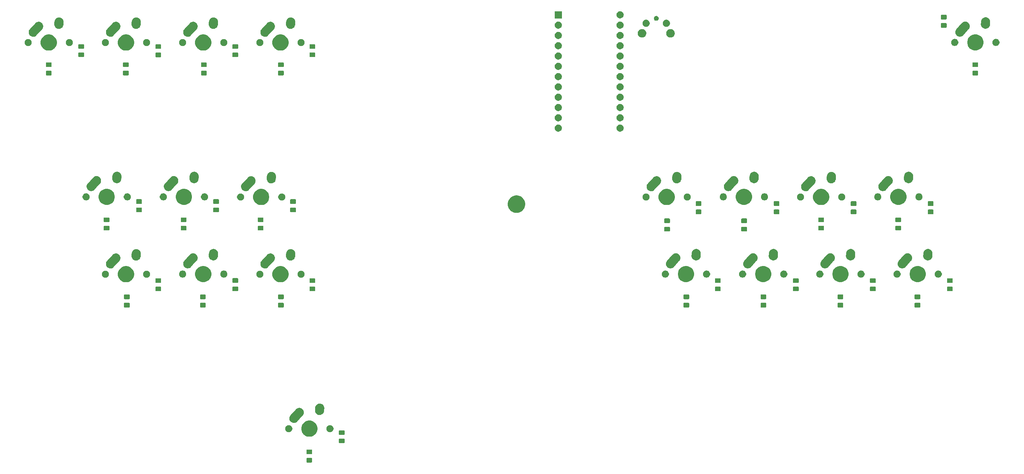
<source format=gbr>
G04 #@! TF.GenerationSoftware,KiCad,Pcbnew,5.0.1*
G04 #@! TF.CreationDate,2018-12-01T13:02:46-05:00*
G04 #@! TF.ProjectId,fightkeyb-pcb,66696768746B6579622D7063622E6B69,rev?*
G04 #@! TF.SameCoordinates,Original*
G04 #@! TF.FileFunction,Soldermask,Bot*
G04 #@! TF.FilePolarity,Negative*
%FSLAX46Y46*%
G04 Gerber Fmt 4.6, Leading zero omitted, Abs format (unit mm)*
G04 Created by KiCad (PCBNEW 5.0.1) date Sat 01 Dec 2018 01:02:46 PM EST*
%MOMM*%
%LPD*%
G01*
G04 APERTURE LIST*
%ADD10C,0.100000*%
G04 APERTURE END LIST*
D10*
G36*
X101963022Y-133981789D02*
X101996553Y-133991961D01*
X102027460Y-134008481D01*
X102054543Y-134030707D01*
X102076769Y-134057790D01*
X102093289Y-134088697D01*
X102103461Y-134122228D01*
X102107500Y-134163237D01*
X102107500Y-134942263D01*
X102103461Y-134983272D01*
X102093289Y-135016803D01*
X102076769Y-135047710D01*
X102054543Y-135074793D01*
X102027460Y-135097019D01*
X101996553Y-135113539D01*
X101963022Y-135123711D01*
X101922013Y-135127750D01*
X100892987Y-135127750D01*
X100851978Y-135123711D01*
X100818447Y-135113539D01*
X100787540Y-135097019D01*
X100760457Y-135074793D01*
X100738231Y-135047710D01*
X100721711Y-135016803D01*
X100711539Y-134983272D01*
X100707500Y-134942263D01*
X100707500Y-134163237D01*
X100711539Y-134122228D01*
X100721711Y-134088697D01*
X100738231Y-134057790D01*
X100760457Y-134030707D01*
X100787540Y-134008481D01*
X100818447Y-133991961D01*
X100851978Y-133981789D01*
X100892987Y-133977750D01*
X101922013Y-133977750D01*
X101963022Y-133981789D01*
X101963022Y-133981789D01*
G37*
G36*
X101963022Y-131931789D02*
X101996553Y-131941961D01*
X102027460Y-131958481D01*
X102054543Y-131980707D01*
X102076769Y-132007790D01*
X102093289Y-132038697D01*
X102103461Y-132072228D01*
X102107500Y-132113237D01*
X102107500Y-132892263D01*
X102103461Y-132933272D01*
X102093289Y-132966803D01*
X102076769Y-132997710D01*
X102054543Y-133024793D01*
X102027460Y-133047019D01*
X101996553Y-133063539D01*
X101963022Y-133073711D01*
X101922013Y-133077750D01*
X100892987Y-133077750D01*
X100851978Y-133073711D01*
X100818447Y-133063539D01*
X100787540Y-133047019D01*
X100760457Y-133024793D01*
X100738231Y-132997710D01*
X100721711Y-132966803D01*
X100711539Y-132933272D01*
X100707500Y-132892263D01*
X100707500Y-132113237D01*
X100711539Y-132072228D01*
X100721711Y-132038697D01*
X100738231Y-132007790D01*
X100760457Y-131980707D01*
X100787540Y-131958481D01*
X100818447Y-131941961D01*
X100851978Y-131931789D01*
X100892987Y-131927750D01*
X101922013Y-131927750D01*
X101963022Y-131931789D01*
X101963022Y-131931789D01*
G37*
G36*
X109963022Y-129231789D02*
X109996553Y-129241961D01*
X110027460Y-129258481D01*
X110054543Y-129280707D01*
X110076769Y-129307790D01*
X110093289Y-129338697D01*
X110103461Y-129372228D01*
X110107500Y-129413237D01*
X110107500Y-130192263D01*
X110103461Y-130233272D01*
X110093289Y-130266803D01*
X110076769Y-130297710D01*
X110054543Y-130324793D01*
X110027460Y-130347019D01*
X109996553Y-130363539D01*
X109963022Y-130373711D01*
X109922013Y-130377750D01*
X108892987Y-130377750D01*
X108851978Y-130373711D01*
X108818447Y-130363539D01*
X108787540Y-130347019D01*
X108760457Y-130324793D01*
X108738231Y-130297710D01*
X108721711Y-130266803D01*
X108711539Y-130233272D01*
X108707500Y-130192263D01*
X108707500Y-129413237D01*
X108711539Y-129372228D01*
X108721711Y-129338697D01*
X108738231Y-129307790D01*
X108760457Y-129280707D01*
X108787540Y-129258481D01*
X108818447Y-129241961D01*
X108851978Y-129231789D01*
X108892987Y-129227750D01*
X109922013Y-129227750D01*
X109963022Y-129231789D01*
X109963022Y-129231789D01*
G37*
G36*
X102022849Y-124860474D02*
X102385716Y-125010778D01*
X102712287Y-125228986D01*
X102990014Y-125506713D01*
X103208222Y-125833284D01*
X103358526Y-126196151D01*
X103435150Y-126581368D01*
X103435150Y-126974132D01*
X103358526Y-127359349D01*
X103208222Y-127722216D01*
X102990014Y-128048787D01*
X102712287Y-128326514D01*
X102385716Y-128544722D01*
X102022849Y-128695026D01*
X101637632Y-128771650D01*
X101244868Y-128771650D01*
X100859651Y-128695026D01*
X100496784Y-128544722D01*
X100170213Y-128326514D01*
X99892486Y-128048787D01*
X99674278Y-127722216D01*
X99523974Y-127359349D01*
X99447350Y-126974132D01*
X99447350Y-126581368D01*
X99523974Y-126196151D01*
X99674278Y-125833284D01*
X99892486Y-125506713D01*
X100170213Y-125228986D01*
X100496784Y-125010778D01*
X100859651Y-124860474D01*
X101244868Y-124783850D01*
X101637632Y-124783850D01*
X102022849Y-124860474D01*
X102022849Y-124860474D01*
G37*
G36*
X109963022Y-127181789D02*
X109996553Y-127191961D01*
X110027460Y-127208481D01*
X110054543Y-127230707D01*
X110076769Y-127257790D01*
X110093289Y-127288697D01*
X110103461Y-127322228D01*
X110107500Y-127363237D01*
X110107500Y-128142263D01*
X110103461Y-128183272D01*
X110093289Y-128216803D01*
X110076769Y-128247710D01*
X110054543Y-128274793D01*
X110027460Y-128297019D01*
X109996553Y-128313539D01*
X109963022Y-128323711D01*
X109922013Y-128327750D01*
X108892987Y-128327750D01*
X108851978Y-128323711D01*
X108818447Y-128313539D01*
X108787540Y-128297019D01*
X108760457Y-128274793D01*
X108738231Y-128247710D01*
X108721711Y-128216803D01*
X108711539Y-128183272D01*
X108707500Y-128142263D01*
X108707500Y-127363237D01*
X108711539Y-127322228D01*
X108721711Y-127288697D01*
X108738231Y-127257790D01*
X108760457Y-127230707D01*
X108787540Y-127208481D01*
X108818447Y-127191961D01*
X108851978Y-127181789D01*
X108892987Y-127177750D01*
X109922013Y-127177750D01*
X109963022Y-127181789D01*
X109963022Y-127181789D01*
G37*
G36*
X106776478Y-125936375D02*
X106935717Y-126002334D01*
X107079033Y-126098095D01*
X107200905Y-126219967D01*
X107296666Y-126363283D01*
X107362625Y-126522522D01*
X107396250Y-126691569D01*
X107396250Y-126863931D01*
X107362625Y-127032978D01*
X107296666Y-127192217D01*
X107200905Y-127335533D01*
X107079033Y-127457405D01*
X106935717Y-127553166D01*
X106776478Y-127619125D01*
X106607431Y-127652750D01*
X106435069Y-127652750D01*
X106266022Y-127619125D01*
X106106783Y-127553166D01*
X105963467Y-127457405D01*
X105841595Y-127335533D01*
X105745834Y-127192217D01*
X105679875Y-127032978D01*
X105646250Y-126863931D01*
X105646250Y-126691569D01*
X105679875Y-126522522D01*
X105745834Y-126363283D01*
X105841595Y-126219967D01*
X105963467Y-126098095D01*
X106106783Y-126002334D01*
X106266022Y-125936375D01*
X106435069Y-125902750D01*
X106607431Y-125902750D01*
X106776478Y-125936375D01*
X106776478Y-125936375D01*
G37*
G36*
X96616478Y-125936375D02*
X96775717Y-126002334D01*
X96919033Y-126098095D01*
X97040905Y-126219967D01*
X97136666Y-126363283D01*
X97202625Y-126522522D01*
X97236250Y-126691569D01*
X97236250Y-126863931D01*
X97202625Y-127032978D01*
X97136666Y-127192217D01*
X97040905Y-127335533D01*
X96919033Y-127457405D01*
X96775717Y-127553166D01*
X96616478Y-127619125D01*
X96447431Y-127652750D01*
X96275069Y-127652750D01*
X96106022Y-127619125D01*
X95946783Y-127553166D01*
X95803467Y-127457405D01*
X95681595Y-127335533D01*
X95585834Y-127192217D01*
X95519875Y-127032978D01*
X95486250Y-126863931D01*
X95486250Y-126691569D01*
X95519875Y-126522522D01*
X95585834Y-126363283D01*
X95681595Y-126219967D01*
X95803467Y-126098095D01*
X95946783Y-126002334D01*
X96106022Y-125936375D01*
X96275069Y-125902750D01*
X96447431Y-125902750D01*
X96616478Y-125936375D01*
X96616478Y-125936375D01*
G37*
G36*
X98963290Y-121652629D02*
X98968792Y-121652750D01*
X99052053Y-121652750D01*
X99067208Y-121655764D01*
X99086084Y-121658045D01*
X99099455Y-121658635D01*
X99101517Y-121658726D01*
X99133381Y-121666538D01*
X99182377Y-121678550D01*
X99187756Y-121679743D01*
X99269400Y-121695983D01*
X99283670Y-121701894D01*
X99301740Y-121707814D01*
X99316749Y-121711494D01*
X99392198Y-121746717D01*
X99397225Y-121748930D01*
X99474137Y-121780788D01*
X99486987Y-121789374D01*
X99503540Y-121798697D01*
X99517550Y-121805237D01*
X99517552Y-121805238D01*
X99584685Y-121854508D01*
X99589197Y-121857669D01*
X99658397Y-121903907D01*
X99669313Y-121914823D01*
X99683743Y-121927208D01*
X99696204Y-121936353D01*
X99752442Y-121997781D01*
X99756251Y-122001761D01*
X99815092Y-122060602D01*
X99823673Y-122073444D01*
X99835408Y-122088402D01*
X99845844Y-122099801D01*
X99889021Y-122171026D01*
X99891971Y-122175659D01*
X99938212Y-122244863D01*
X99944124Y-122259136D01*
X99952711Y-122276089D01*
X99960728Y-122289313D01*
X99989181Y-122367595D01*
X99991176Y-122372729D01*
X100011371Y-122421483D01*
X100023017Y-122449601D01*
X100026028Y-122464738D01*
X100031146Y-122483054D01*
X100036426Y-122497581D01*
X100049059Y-122579904D01*
X100050011Y-122585306D01*
X100060387Y-122637472D01*
X100066250Y-122666948D01*
X100066250Y-122682387D01*
X100067696Y-122701342D01*
X100070041Y-122716625D01*
X100067194Y-122781183D01*
X100066371Y-122799828D01*
X100066250Y-122805336D01*
X100066250Y-122888551D01*
X100063238Y-122903694D01*
X100060958Y-122922570D01*
X100060276Y-122938019D01*
X100040443Y-123018915D01*
X100039253Y-123024275D01*
X100023017Y-123105900D01*
X100017109Y-123120163D01*
X100011190Y-123138231D01*
X100007509Y-123153247D01*
X99972273Y-123228723D01*
X99970061Y-123233746D01*
X99938212Y-123310637D01*
X99929629Y-123323482D01*
X99920309Y-123340031D01*
X99913765Y-123354049D01*
X99864470Y-123421216D01*
X99861333Y-123425694D01*
X99819745Y-123487935D01*
X99815092Y-123494898D01*
X99760693Y-123549297D01*
X99756043Y-123554205D01*
X99668659Y-123651594D01*
X98431687Y-125030201D01*
X98309195Y-125142344D01*
X98119689Y-125257224D01*
X97911419Y-125332924D01*
X97692375Y-125366539D01*
X97692374Y-125366539D01*
X97470985Y-125356774D01*
X97373705Y-125332924D01*
X97255752Y-125304006D01*
X97054951Y-125210262D01*
X96876298Y-125079147D01*
X96726656Y-124915695D01*
X96611776Y-124726189D01*
X96536076Y-124517919D01*
X96502461Y-124298875D01*
X96512226Y-124077486D01*
X96564994Y-123862252D01*
X96658738Y-123661451D01*
X96756998Y-123527566D01*
X96852437Y-123421199D01*
X98044432Y-122092717D01*
X98055317Y-122078698D01*
X98067406Y-122060605D01*
X98067407Y-122060604D01*
X98067409Y-122060601D01*
X98121855Y-122006155D01*
X98126495Y-122001257D01*
X98140814Y-121985299D01*
X98161249Y-121966590D01*
X98165217Y-121962793D01*
X98224102Y-121903908D01*
X98236955Y-121895320D01*
X98251918Y-121883582D01*
X98263306Y-121873156D01*
X98334484Y-121830007D01*
X98339119Y-121827056D01*
X98408363Y-121780788D01*
X98422642Y-121774873D01*
X98439600Y-121766284D01*
X98452809Y-121758277D01*
X98531045Y-121729841D01*
X98536140Y-121727861D01*
X98613100Y-121695983D01*
X98628259Y-121692968D01*
X98646569Y-121687851D01*
X98661083Y-121682576D01*
X98743355Y-121669950D01*
X98748780Y-121668994D01*
X98830446Y-121652750D01*
X98845901Y-121652750D01*
X98864858Y-121651304D01*
X98873901Y-121649916D01*
X98880126Y-121648961D01*
X98880127Y-121648961D01*
X98963290Y-121652629D01*
X98963290Y-121652629D01*
G37*
G36*
X104065100Y-120571010D02*
X104085882Y-120572750D01*
X104092053Y-120572750D01*
X104182810Y-120590803D01*
X104186369Y-120591456D01*
X104277547Y-120606829D01*
X104283310Y-120609020D01*
X104303340Y-120614778D01*
X104309400Y-120615983D01*
X104394895Y-120651396D01*
X104398237Y-120652723D01*
X104427757Y-120663949D01*
X104484684Y-120685596D01*
X104489909Y-120688870D01*
X104508437Y-120698427D01*
X104514137Y-120700788D01*
X104591053Y-120752182D01*
X104594100Y-120754154D01*
X104672470Y-120803259D01*
X104672471Y-120803260D01*
X104676955Y-120807488D01*
X104693267Y-120820479D01*
X104698396Y-120823906D01*
X104763792Y-120889302D01*
X104766421Y-120891855D01*
X104791192Y-120915215D01*
X104833696Y-120955297D01*
X104837273Y-120960325D01*
X104850734Y-120976244D01*
X104855092Y-120980602D01*
X104906473Y-121057499D01*
X104908554Y-121060516D01*
X104962161Y-121135864D01*
X104964687Y-121141491D01*
X104974786Y-121159735D01*
X104978210Y-121164859D01*
X104978211Y-121164862D01*
X104978212Y-121164863D01*
X104988250Y-121189096D01*
X105013602Y-121250303D01*
X105015054Y-121253667D01*
X105052931Y-121338027D01*
X105054311Y-121344038D01*
X105060657Y-121363903D01*
X105063017Y-121369600D01*
X105081061Y-121460315D01*
X105081817Y-121463846D01*
X105102518Y-121554017D01*
X105102518Y-121554019D01*
X105102698Y-121560171D01*
X105105047Y-121580900D01*
X105106250Y-121586947D01*
X105106250Y-121679459D01*
X105106304Y-121683123D01*
X105106855Y-121701894D01*
X105107386Y-121720019D01*
X105106709Y-121729841D01*
X105106546Y-121732192D01*
X105106250Y-121740792D01*
X105106250Y-121808553D01*
X105101983Y-121830007D01*
X105100199Y-121838972D01*
X105098094Y-121854751D01*
X105082650Y-122078691D01*
X105059781Y-122410291D01*
X105045063Y-122497581D01*
X105032171Y-122574047D01*
X104953404Y-122781183D01*
X104888326Y-122885046D01*
X104835739Y-122968974D01*
X104683704Y-123130195D01*
X104503133Y-123258662D01*
X104300972Y-123349432D01*
X104217169Y-123368671D01*
X104084983Y-123399018D01*
X103863474Y-123405514D01*
X103644953Y-123368671D01*
X103437817Y-123289904D01*
X103333954Y-123224826D01*
X103250026Y-123172239D01*
X103088805Y-123020204D01*
X102960338Y-122839633D01*
X102869568Y-122637472D01*
X102837453Y-122497584D01*
X102819982Y-122421483D01*
X102815114Y-122255481D01*
X102841481Y-121873156D01*
X102855954Y-121663301D01*
X102856250Y-121654701D01*
X102856250Y-121586946D01*
X102874295Y-121496228D01*
X102874957Y-121492624D01*
X102883583Y-121441464D01*
X102890329Y-121401452D01*
X102892521Y-121395686D01*
X102898278Y-121375660D01*
X102899483Y-121369600D01*
X102934896Y-121284105D01*
X102936229Y-121280749D01*
X102969095Y-121194319D01*
X102969096Y-121194317D01*
X102972371Y-121189090D01*
X102981927Y-121170562D01*
X102984288Y-121164863D01*
X103035697Y-121087925D01*
X103037654Y-121084899D01*
X103086760Y-121006527D01*
X103090989Y-121002042D01*
X103103981Y-120985730D01*
X103107406Y-120980604D01*
X103172795Y-120915215D01*
X103175348Y-120912587D01*
X103238797Y-120845304D01*
X103243821Y-120841730D01*
X103259745Y-120828265D01*
X103264104Y-120823906D01*
X103340996Y-120772528D01*
X103344012Y-120770448D01*
X103419364Y-120716839D01*
X103424989Y-120714314D01*
X103443235Y-120704214D01*
X103448363Y-120700788D01*
X103533829Y-120665387D01*
X103537161Y-120663949D01*
X103621527Y-120626069D01*
X103621529Y-120626069D01*
X103621530Y-120626068D01*
X103627541Y-120624688D01*
X103647401Y-120618344D01*
X103653100Y-120615983D01*
X103743837Y-120597934D01*
X103747354Y-120597182D01*
X103837518Y-120576482D01*
X103843676Y-120576301D01*
X103864398Y-120573953D01*
X103870447Y-120572750D01*
X103962952Y-120572750D01*
X103966616Y-120572696D01*
X104059026Y-120569986D01*
X104065100Y-120571010D01*
X104065100Y-120571010D01*
G37*
G36*
X232963022Y-95731789D02*
X232996553Y-95741961D01*
X233027460Y-95758481D01*
X233054543Y-95780707D01*
X233076769Y-95807790D01*
X233093289Y-95838697D01*
X233103461Y-95872228D01*
X233107500Y-95913237D01*
X233107500Y-96692263D01*
X233103461Y-96733272D01*
X233093289Y-96766803D01*
X233076769Y-96797710D01*
X233054543Y-96824793D01*
X233027460Y-96847019D01*
X232996553Y-96863539D01*
X232963022Y-96873711D01*
X232922013Y-96877750D01*
X231892987Y-96877750D01*
X231851978Y-96873711D01*
X231818447Y-96863539D01*
X231787540Y-96847019D01*
X231760457Y-96824793D01*
X231738231Y-96797710D01*
X231721711Y-96766803D01*
X231711539Y-96733272D01*
X231707500Y-96692263D01*
X231707500Y-95913237D01*
X231711539Y-95872228D01*
X231721711Y-95838697D01*
X231738231Y-95807790D01*
X231760457Y-95780707D01*
X231787540Y-95758481D01*
X231818447Y-95741961D01*
X231851978Y-95731789D01*
X231892987Y-95727750D01*
X232922013Y-95727750D01*
X232963022Y-95731789D01*
X232963022Y-95731789D01*
G37*
G36*
X251963022Y-95731789D02*
X251996553Y-95741961D01*
X252027460Y-95758481D01*
X252054543Y-95780707D01*
X252076769Y-95807790D01*
X252093289Y-95838697D01*
X252103461Y-95872228D01*
X252107500Y-95913237D01*
X252107500Y-96692263D01*
X252103461Y-96733272D01*
X252093289Y-96766803D01*
X252076769Y-96797710D01*
X252054543Y-96824793D01*
X252027460Y-96847019D01*
X251996553Y-96863539D01*
X251963022Y-96873711D01*
X251922013Y-96877750D01*
X250892987Y-96877750D01*
X250851978Y-96873711D01*
X250818447Y-96863539D01*
X250787540Y-96847019D01*
X250760457Y-96824793D01*
X250738231Y-96797710D01*
X250721711Y-96766803D01*
X250711539Y-96733272D01*
X250707500Y-96692263D01*
X250707500Y-95913237D01*
X250711539Y-95872228D01*
X250721711Y-95838697D01*
X250738231Y-95807790D01*
X250760457Y-95780707D01*
X250787540Y-95758481D01*
X250818447Y-95741961D01*
X250851978Y-95731789D01*
X250892987Y-95727750D01*
X251922013Y-95727750D01*
X251963022Y-95731789D01*
X251963022Y-95731789D01*
G37*
G36*
X56963022Y-95731789D02*
X56996553Y-95741961D01*
X57027460Y-95758481D01*
X57054543Y-95780707D01*
X57076769Y-95807790D01*
X57093289Y-95838697D01*
X57103461Y-95872228D01*
X57107500Y-95913237D01*
X57107500Y-96692263D01*
X57103461Y-96733272D01*
X57093289Y-96766803D01*
X57076769Y-96797710D01*
X57054543Y-96824793D01*
X57027460Y-96847019D01*
X56996553Y-96863539D01*
X56963022Y-96873711D01*
X56922013Y-96877750D01*
X55892987Y-96877750D01*
X55851978Y-96873711D01*
X55818447Y-96863539D01*
X55787540Y-96847019D01*
X55760457Y-96824793D01*
X55738231Y-96797710D01*
X55721711Y-96766803D01*
X55711539Y-96733272D01*
X55707500Y-96692263D01*
X55707500Y-95913237D01*
X55711539Y-95872228D01*
X55721711Y-95838697D01*
X55738231Y-95807790D01*
X55760457Y-95780707D01*
X55787540Y-95758481D01*
X55818447Y-95741961D01*
X55851978Y-95731789D01*
X55892987Y-95727750D01*
X56922013Y-95727750D01*
X56963022Y-95731789D01*
X56963022Y-95731789D01*
G37*
G36*
X213963022Y-95731789D02*
X213996553Y-95741961D01*
X214027460Y-95758481D01*
X214054543Y-95780707D01*
X214076769Y-95807790D01*
X214093289Y-95838697D01*
X214103461Y-95872228D01*
X214107500Y-95913237D01*
X214107500Y-96692263D01*
X214103461Y-96733272D01*
X214093289Y-96766803D01*
X214076769Y-96797710D01*
X214054543Y-96824793D01*
X214027460Y-96847019D01*
X213996553Y-96863539D01*
X213963022Y-96873711D01*
X213922013Y-96877750D01*
X212892987Y-96877750D01*
X212851978Y-96873711D01*
X212818447Y-96863539D01*
X212787540Y-96847019D01*
X212760457Y-96824793D01*
X212738231Y-96797710D01*
X212721711Y-96766803D01*
X212711539Y-96733272D01*
X212707500Y-96692263D01*
X212707500Y-95913237D01*
X212711539Y-95872228D01*
X212721711Y-95838697D01*
X212738231Y-95807790D01*
X212760457Y-95780707D01*
X212787540Y-95758481D01*
X212818447Y-95741961D01*
X212851978Y-95731789D01*
X212892987Y-95727750D01*
X213922013Y-95727750D01*
X213963022Y-95731789D01*
X213963022Y-95731789D01*
G37*
G36*
X94963022Y-95731789D02*
X94996553Y-95741961D01*
X95027460Y-95758481D01*
X95054543Y-95780707D01*
X95076769Y-95807790D01*
X95093289Y-95838697D01*
X95103461Y-95872228D01*
X95107500Y-95913237D01*
X95107500Y-96692263D01*
X95103461Y-96733272D01*
X95093289Y-96766803D01*
X95076769Y-96797710D01*
X95054543Y-96824793D01*
X95027460Y-96847019D01*
X94996553Y-96863539D01*
X94963022Y-96873711D01*
X94922013Y-96877750D01*
X93892987Y-96877750D01*
X93851978Y-96873711D01*
X93818447Y-96863539D01*
X93787540Y-96847019D01*
X93760457Y-96824793D01*
X93738231Y-96797710D01*
X93721711Y-96766803D01*
X93711539Y-96733272D01*
X93707500Y-96692263D01*
X93707500Y-95913237D01*
X93711539Y-95872228D01*
X93721711Y-95838697D01*
X93738231Y-95807790D01*
X93760457Y-95780707D01*
X93787540Y-95758481D01*
X93818447Y-95741961D01*
X93851978Y-95731789D01*
X93892987Y-95727750D01*
X94922013Y-95727750D01*
X94963022Y-95731789D01*
X94963022Y-95731789D01*
G37*
G36*
X194963022Y-95731789D02*
X194996553Y-95741961D01*
X195027460Y-95758481D01*
X195054543Y-95780707D01*
X195076769Y-95807790D01*
X195093289Y-95838697D01*
X195103461Y-95872228D01*
X195107500Y-95913237D01*
X195107500Y-96692263D01*
X195103461Y-96733272D01*
X195093289Y-96766803D01*
X195076769Y-96797710D01*
X195054543Y-96824793D01*
X195027460Y-96847019D01*
X194996553Y-96863539D01*
X194963022Y-96873711D01*
X194922013Y-96877750D01*
X193892987Y-96877750D01*
X193851978Y-96873711D01*
X193818447Y-96863539D01*
X193787540Y-96847019D01*
X193760457Y-96824793D01*
X193738231Y-96797710D01*
X193721711Y-96766803D01*
X193711539Y-96733272D01*
X193707500Y-96692263D01*
X193707500Y-95913237D01*
X193711539Y-95872228D01*
X193721711Y-95838697D01*
X193738231Y-95807790D01*
X193760457Y-95780707D01*
X193787540Y-95758481D01*
X193818447Y-95741961D01*
X193851978Y-95731789D01*
X193892987Y-95727750D01*
X194922013Y-95727750D01*
X194963022Y-95731789D01*
X194963022Y-95731789D01*
G37*
G36*
X75713022Y-95731789D02*
X75746553Y-95741961D01*
X75777460Y-95758481D01*
X75804543Y-95780707D01*
X75826769Y-95807790D01*
X75843289Y-95838697D01*
X75853461Y-95872228D01*
X75857500Y-95913237D01*
X75857500Y-96692263D01*
X75853461Y-96733272D01*
X75843289Y-96766803D01*
X75826769Y-96797710D01*
X75804543Y-96824793D01*
X75777460Y-96847019D01*
X75746553Y-96863539D01*
X75713022Y-96873711D01*
X75672013Y-96877750D01*
X74642987Y-96877750D01*
X74601978Y-96873711D01*
X74568447Y-96863539D01*
X74537540Y-96847019D01*
X74510457Y-96824793D01*
X74488231Y-96797710D01*
X74471711Y-96766803D01*
X74461539Y-96733272D01*
X74457500Y-96692263D01*
X74457500Y-95913237D01*
X74461539Y-95872228D01*
X74471711Y-95838697D01*
X74488231Y-95807790D01*
X74510457Y-95780707D01*
X74537540Y-95758481D01*
X74568447Y-95741961D01*
X74601978Y-95731789D01*
X74642987Y-95727750D01*
X75672013Y-95727750D01*
X75713022Y-95731789D01*
X75713022Y-95731789D01*
G37*
G36*
X232963022Y-93681789D02*
X232996553Y-93691961D01*
X233027460Y-93708481D01*
X233054543Y-93730707D01*
X233076769Y-93757790D01*
X233093289Y-93788697D01*
X233103461Y-93822228D01*
X233107500Y-93863237D01*
X233107500Y-94642263D01*
X233103461Y-94683272D01*
X233093289Y-94716803D01*
X233076769Y-94747710D01*
X233054543Y-94774793D01*
X233027460Y-94797019D01*
X232996553Y-94813539D01*
X232963022Y-94823711D01*
X232922013Y-94827750D01*
X231892987Y-94827750D01*
X231851978Y-94823711D01*
X231818447Y-94813539D01*
X231787540Y-94797019D01*
X231760457Y-94774793D01*
X231738231Y-94747710D01*
X231721711Y-94716803D01*
X231711539Y-94683272D01*
X231707500Y-94642263D01*
X231707500Y-93863237D01*
X231711539Y-93822228D01*
X231721711Y-93788697D01*
X231738231Y-93757790D01*
X231760457Y-93730707D01*
X231787540Y-93708481D01*
X231818447Y-93691961D01*
X231851978Y-93681789D01*
X231892987Y-93677750D01*
X232922013Y-93677750D01*
X232963022Y-93681789D01*
X232963022Y-93681789D01*
G37*
G36*
X251963022Y-93681789D02*
X251996553Y-93691961D01*
X252027460Y-93708481D01*
X252054543Y-93730707D01*
X252076769Y-93757790D01*
X252093289Y-93788697D01*
X252103461Y-93822228D01*
X252107500Y-93863237D01*
X252107500Y-94642263D01*
X252103461Y-94683272D01*
X252093289Y-94716803D01*
X252076769Y-94747710D01*
X252054543Y-94774793D01*
X252027460Y-94797019D01*
X251996553Y-94813539D01*
X251963022Y-94823711D01*
X251922013Y-94827750D01*
X250892987Y-94827750D01*
X250851978Y-94823711D01*
X250818447Y-94813539D01*
X250787540Y-94797019D01*
X250760457Y-94774793D01*
X250738231Y-94747710D01*
X250721711Y-94716803D01*
X250711539Y-94683272D01*
X250707500Y-94642263D01*
X250707500Y-93863237D01*
X250711539Y-93822228D01*
X250721711Y-93788697D01*
X250738231Y-93757790D01*
X250760457Y-93730707D01*
X250787540Y-93708481D01*
X250818447Y-93691961D01*
X250851978Y-93681789D01*
X250892987Y-93677750D01*
X251922013Y-93677750D01*
X251963022Y-93681789D01*
X251963022Y-93681789D01*
G37*
G36*
X75713022Y-93681789D02*
X75746553Y-93691961D01*
X75777460Y-93708481D01*
X75804543Y-93730707D01*
X75826769Y-93757790D01*
X75843289Y-93788697D01*
X75853461Y-93822228D01*
X75857500Y-93863237D01*
X75857500Y-94642263D01*
X75853461Y-94683272D01*
X75843289Y-94716803D01*
X75826769Y-94747710D01*
X75804543Y-94774793D01*
X75777460Y-94797019D01*
X75746553Y-94813539D01*
X75713022Y-94823711D01*
X75672013Y-94827750D01*
X74642987Y-94827750D01*
X74601978Y-94823711D01*
X74568447Y-94813539D01*
X74537540Y-94797019D01*
X74510457Y-94774793D01*
X74488231Y-94747710D01*
X74471711Y-94716803D01*
X74461539Y-94683272D01*
X74457500Y-94642263D01*
X74457500Y-93863237D01*
X74461539Y-93822228D01*
X74471711Y-93788697D01*
X74488231Y-93757790D01*
X74510457Y-93730707D01*
X74537540Y-93708481D01*
X74568447Y-93691961D01*
X74601978Y-93681789D01*
X74642987Y-93677750D01*
X75672013Y-93677750D01*
X75713022Y-93681789D01*
X75713022Y-93681789D01*
G37*
G36*
X213963022Y-93681789D02*
X213996553Y-93691961D01*
X214027460Y-93708481D01*
X214054543Y-93730707D01*
X214076769Y-93757790D01*
X214093289Y-93788697D01*
X214103461Y-93822228D01*
X214107500Y-93863237D01*
X214107500Y-94642263D01*
X214103461Y-94683272D01*
X214093289Y-94716803D01*
X214076769Y-94747710D01*
X214054543Y-94774793D01*
X214027460Y-94797019D01*
X213996553Y-94813539D01*
X213963022Y-94823711D01*
X213922013Y-94827750D01*
X212892987Y-94827750D01*
X212851978Y-94823711D01*
X212818447Y-94813539D01*
X212787540Y-94797019D01*
X212760457Y-94774793D01*
X212738231Y-94747710D01*
X212721711Y-94716803D01*
X212711539Y-94683272D01*
X212707500Y-94642263D01*
X212707500Y-93863237D01*
X212711539Y-93822228D01*
X212721711Y-93788697D01*
X212738231Y-93757790D01*
X212760457Y-93730707D01*
X212787540Y-93708481D01*
X212818447Y-93691961D01*
X212851978Y-93681789D01*
X212892987Y-93677750D01*
X213922013Y-93677750D01*
X213963022Y-93681789D01*
X213963022Y-93681789D01*
G37*
G36*
X194963022Y-93681789D02*
X194996553Y-93691961D01*
X195027460Y-93708481D01*
X195054543Y-93730707D01*
X195076769Y-93757790D01*
X195093289Y-93788697D01*
X195103461Y-93822228D01*
X195107500Y-93863237D01*
X195107500Y-94642263D01*
X195103461Y-94683272D01*
X195093289Y-94716803D01*
X195076769Y-94747710D01*
X195054543Y-94774793D01*
X195027460Y-94797019D01*
X194996553Y-94813539D01*
X194963022Y-94823711D01*
X194922013Y-94827750D01*
X193892987Y-94827750D01*
X193851978Y-94823711D01*
X193818447Y-94813539D01*
X193787540Y-94797019D01*
X193760457Y-94774793D01*
X193738231Y-94747710D01*
X193721711Y-94716803D01*
X193711539Y-94683272D01*
X193707500Y-94642263D01*
X193707500Y-93863237D01*
X193711539Y-93822228D01*
X193721711Y-93788697D01*
X193738231Y-93757790D01*
X193760457Y-93730707D01*
X193787540Y-93708481D01*
X193818447Y-93691961D01*
X193851978Y-93681789D01*
X193892987Y-93677750D01*
X194922013Y-93677750D01*
X194963022Y-93681789D01*
X194963022Y-93681789D01*
G37*
G36*
X94963022Y-93681789D02*
X94996553Y-93691961D01*
X95027460Y-93708481D01*
X95054543Y-93730707D01*
X95076769Y-93757790D01*
X95093289Y-93788697D01*
X95103461Y-93822228D01*
X95107500Y-93863237D01*
X95107500Y-94642263D01*
X95103461Y-94683272D01*
X95093289Y-94716803D01*
X95076769Y-94747710D01*
X95054543Y-94774793D01*
X95027460Y-94797019D01*
X94996553Y-94813539D01*
X94963022Y-94823711D01*
X94922013Y-94827750D01*
X93892987Y-94827750D01*
X93851978Y-94823711D01*
X93818447Y-94813539D01*
X93787540Y-94797019D01*
X93760457Y-94774793D01*
X93738231Y-94747710D01*
X93721711Y-94716803D01*
X93711539Y-94683272D01*
X93707500Y-94642263D01*
X93707500Y-93863237D01*
X93711539Y-93822228D01*
X93721711Y-93788697D01*
X93738231Y-93757790D01*
X93760457Y-93730707D01*
X93787540Y-93708481D01*
X93818447Y-93691961D01*
X93851978Y-93681789D01*
X93892987Y-93677750D01*
X94922013Y-93677750D01*
X94963022Y-93681789D01*
X94963022Y-93681789D01*
G37*
G36*
X56963022Y-93681789D02*
X56996553Y-93691961D01*
X57027460Y-93708481D01*
X57054543Y-93730707D01*
X57076769Y-93757790D01*
X57093289Y-93788697D01*
X57103461Y-93822228D01*
X57107500Y-93863237D01*
X57107500Y-94642263D01*
X57103461Y-94683272D01*
X57093289Y-94716803D01*
X57076769Y-94747710D01*
X57054543Y-94774793D01*
X57027460Y-94797019D01*
X56996553Y-94813539D01*
X56963022Y-94823711D01*
X56922013Y-94827750D01*
X55892987Y-94827750D01*
X55851978Y-94823711D01*
X55818447Y-94813539D01*
X55787540Y-94797019D01*
X55760457Y-94774793D01*
X55738231Y-94747710D01*
X55721711Y-94716803D01*
X55711539Y-94683272D01*
X55707500Y-94642263D01*
X55707500Y-93863237D01*
X55711539Y-93822228D01*
X55721711Y-93788697D01*
X55738231Y-93757790D01*
X55760457Y-93730707D01*
X55787540Y-93708481D01*
X55818447Y-93691961D01*
X55851978Y-93681789D01*
X55892987Y-93677750D01*
X56922013Y-93677750D01*
X56963022Y-93681789D01*
X56963022Y-93681789D01*
G37*
G36*
X240963022Y-91731789D02*
X240996553Y-91741961D01*
X241027460Y-91758481D01*
X241054543Y-91780707D01*
X241076769Y-91807790D01*
X241093289Y-91838697D01*
X241103461Y-91872228D01*
X241107500Y-91913237D01*
X241107500Y-92692263D01*
X241103461Y-92733272D01*
X241093289Y-92766803D01*
X241076769Y-92797710D01*
X241054543Y-92824793D01*
X241027460Y-92847019D01*
X240996553Y-92863539D01*
X240963022Y-92873711D01*
X240922013Y-92877750D01*
X239892987Y-92877750D01*
X239851978Y-92873711D01*
X239818447Y-92863539D01*
X239787540Y-92847019D01*
X239760457Y-92824793D01*
X239738231Y-92797710D01*
X239721711Y-92766803D01*
X239711539Y-92733272D01*
X239707500Y-92692263D01*
X239707500Y-91913237D01*
X239711539Y-91872228D01*
X239721711Y-91838697D01*
X239738231Y-91807790D01*
X239760457Y-91780707D01*
X239787540Y-91758481D01*
X239818447Y-91741961D01*
X239851978Y-91731789D01*
X239892987Y-91727750D01*
X240922013Y-91727750D01*
X240963022Y-91731789D01*
X240963022Y-91731789D01*
G37*
G36*
X221963022Y-91731789D02*
X221996553Y-91741961D01*
X222027460Y-91758481D01*
X222054543Y-91780707D01*
X222076769Y-91807790D01*
X222093289Y-91838697D01*
X222103461Y-91872228D01*
X222107500Y-91913237D01*
X222107500Y-92692263D01*
X222103461Y-92733272D01*
X222093289Y-92766803D01*
X222076769Y-92797710D01*
X222054543Y-92824793D01*
X222027460Y-92847019D01*
X221996553Y-92863539D01*
X221963022Y-92873711D01*
X221922013Y-92877750D01*
X220892987Y-92877750D01*
X220851978Y-92873711D01*
X220818447Y-92863539D01*
X220787540Y-92847019D01*
X220760457Y-92824793D01*
X220738231Y-92797710D01*
X220721711Y-92766803D01*
X220711539Y-92733272D01*
X220707500Y-92692263D01*
X220707500Y-91913237D01*
X220711539Y-91872228D01*
X220721711Y-91838697D01*
X220738231Y-91807790D01*
X220760457Y-91780707D01*
X220787540Y-91758481D01*
X220818447Y-91741961D01*
X220851978Y-91731789D01*
X220892987Y-91727750D01*
X221922013Y-91727750D01*
X221963022Y-91731789D01*
X221963022Y-91731789D01*
G37*
G36*
X259963022Y-91731789D02*
X259996553Y-91741961D01*
X260027460Y-91758481D01*
X260054543Y-91780707D01*
X260076769Y-91807790D01*
X260093289Y-91838697D01*
X260103461Y-91872228D01*
X260107500Y-91913237D01*
X260107500Y-92692263D01*
X260103461Y-92733272D01*
X260093289Y-92766803D01*
X260076769Y-92797710D01*
X260054543Y-92824793D01*
X260027460Y-92847019D01*
X259996553Y-92863539D01*
X259963022Y-92873711D01*
X259922013Y-92877750D01*
X258892987Y-92877750D01*
X258851978Y-92873711D01*
X258818447Y-92863539D01*
X258787540Y-92847019D01*
X258760457Y-92824793D01*
X258738231Y-92797710D01*
X258721711Y-92766803D01*
X258711539Y-92733272D01*
X258707500Y-92692263D01*
X258707500Y-91913237D01*
X258711539Y-91872228D01*
X258721711Y-91838697D01*
X258738231Y-91807790D01*
X258760457Y-91780707D01*
X258787540Y-91758481D01*
X258818447Y-91741961D01*
X258851978Y-91731789D01*
X258892987Y-91727750D01*
X259922013Y-91727750D01*
X259963022Y-91731789D01*
X259963022Y-91731789D01*
G37*
G36*
X202713022Y-91731789D02*
X202746553Y-91741961D01*
X202777460Y-91758481D01*
X202804543Y-91780707D01*
X202826769Y-91807790D01*
X202843289Y-91838697D01*
X202853461Y-91872228D01*
X202857500Y-91913237D01*
X202857500Y-92692263D01*
X202853461Y-92733272D01*
X202843289Y-92766803D01*
X202826769Y-92797710D01*
X202804543Y-92824793D01*
X202777460Y-92847019D01*
X202746553Y-92863539D01*
X202713022Y-92873711D01*
X202672013Y-92877750D01*
X201642987Y-92877750D01*
X201601978Y-92873711D01*
X201568447Y-92863539D01*
X201537540Y-92847019D01*
X201510457Y-92824793D01*
X201488231Y-92797710D01*
X201471711Y-92766803D01*
X201461539Y-92733272D01*
X201457500Y-92692263D01*
X201457500Y-91913237D01*
X201461539Y-91872228D01*
X201471711Y-91838697D01*
X201488231Y-91807790D01*
X201510457Y-91780707D01*
X201537540Y-91758481D01*
X201568447Y-91741961D01*
X201601978Y-91731789D01*
X201642987Y-91727750D01*
X202672013Y-91727750D01*
X202713022Y-91731789D01*
X202713022Y-91731789D01*
G37*
G36*
X102713022Y-91731789D02*
X102746553Y-91741961D01*
X102777460Y-91758481D01*
X102804543Y-91780707D01*
X102826769Y-91807790D01*
X102843289Y-91838697D01*
X102853461Y-91872228D01*
X102857500Y-91913237D01*
X102857500Y-92692263D01*
X102853461Y-92733272D01*
X102843289Y-92766803D01*
X102826769Y-92797710D01*
X102804543Y-92824793D01*
X102777460Y-92847019D01*
X102746553Y-92863539D01*
X102713022Y-92873711D01*
X102672013Y-92877750D01*
X101642987Y-92877750D01*
X101601978Y-92873711D01*
X101568447Y-92863539D01*
X101537540Y-92847019D01*
X101510457Y-92824793D01*
X101488231Y-92797710D01*
X101471711Y-92766803D01*
X101461539Y-92733272D01*
X101457500Y-92692263D01*
X101457500Y-91913237D01*
X101461539Y-91872228D01*
X101471711Y-91838697D01*
X101488231Y-91807790D01*
X101510457Y-91780707D01*
X101537540Y-91758481D01*
X101568447Y-91741961D01*
X101601978Y-91731789D01*
X101642987Y-91727750D01*
X102672013Y-91727750D01*
X102713022Y-91731789D01*
X102713022Y-91731789D01*
G37*
G36*
X64713022Y-91731789D02*
X64746553Y-91741961D01*
X64777460Y-91758481D01*
X64804543Y-91780707D01*
X64826769Y-91807790D01*
X64843289Y-91838697D01*
X64853461Y-91872228D01*
X64857500Y-91913237D01*
X64857500Y-92692263D01*
X64853461Y-92733272D01*
X64843289Y-92766803D01*
X64826769Y-92797710D01*
X64804543Y-92824793D01*
X64777460Y-92847019D01*
X64746553Y-92863539D01*
X64713022Y-92873711D01*
X64672013Y-92877750D01*
X63642987Y-92877750D01*
X63601978Y-92873711D01*
X63568447Y-92863539D01*
X63537540Y-92847019D01*
X63510457Y-92824793D01*
X63488231Y-92797710D01*
X63471711Y-92766803D01*
X63461539Y-92733272D01*
X63457500Y-92692263D01*
X63457500Y-91913237D01*
X63461539Y-91872228D01*
X63471711Y-91838697D01*
X63488231Y-91807790D01*
X63510457Y-91780707D01*
X63537540Y-91758481D01*
X63568447Y-91741961D01*
X63601978Y-91731789D01*
X63642987Y-91727750D01*
X64672013Y-91727750D01*
X64713022Y-91731789D01*
X64713022Y-91731789D01*
G37*
G36*
X83713022Y-91706789D02*
X83746553Y-91716961D01*
X83777460Y-91733481D01*
X83804543Y-91755707D01*
X83826769Y-91782790D01*
X83843289Y-91813697D01*
X83853461Y-91847228D01*
X83857500Y-91888237D01*
X83857500Y-92667263D01*
X83853461Y-92708272D01*
X83843289Y-92741803D01*
X83826769Y-92772710D01*
X83804543Y-92799793D01*
X83777460Y-92822019D01*
X83746553Y-92838539D01*
X83713022Y-92848711D01*
X83672013Y-92852750D01*
X82642987Y-92852750D01*
X82601978Y-92848711D01*
X82568447Y-92838539D01*
X82537540Y-92822019D01*
X82510457Y-92799793D01*
X82488231Y-92772710D01*
X82471711Y-92741803D01*
X82461539Y-92708272D01*
X82457500Y-92667263D01*
X82457500Y-91888237D01*
X82461539Y-91847228D01*
X82471711Y-91813697D01*
X82488231Y-91782790D01*
X82510457Y-91755707D01*
X82537540Y-91733481D01*
X82568447Y-91716961D01*
X82601978Y-91706789D01*
X82642987Y-91702750D01*
X83672013Y-91702750D01*
X83713022Y-91706789D01*
X83713022Y-91706789D01*
G37*
G36*
X202713022Y-89681789D02*
X202746553Y-89691961D01*
X202777460Y-89708481D01*
X202804543Y-89730707D01*
X202826769Y-89757790D01*
X202843289Y-89788697D01*
X202853461Y-89822228D01*
X202857500Y-89863237D01*
X202857500Y-90642263D01*
X202853461Y-90683272D01*
X202843289Y-90716803D01*
X202826769Y-90747710D01*
X202804543Y-90774793D01*
X202777460Y-90797019D01*
X202746553Y-90813539D01*
X202713022Y-90823711D01*
X202672013Y-90827750D01*
X201642987Y-90827750D01*
X201601978Y-90823711D01*
X201568447Y-90813539D01*
X201537540Y-90797019D01*
X201510457Y-90774793D01*
X201488231Y-90747710D01*
X201471711Y-90716803D01*
X201461539Y-90683272D01*
X201457500Y-90642263D01*
X201457500Y-89863237D01*
X201461539Y-89822228D01*
X201471711Y-89788697D01*
X201488231Y-89757790D01*
X201510457Y-89730707D01*
X201537540Y-89708481D01*
X201568447Y-89691961D01*
X201601978Y-89681789D01*
X201642987Y-89677750D01*
X202672013Y-89677750D01*
X202713022Y-89681789D01*
X202713022Y-89681789D01*
G37*
G36*
X240963022Y-89681789D02*
X240996553Y-89691961D01*
X241027460Y-89708481D01*
X241054543Y-89730707D01*
X241076769Y-89757790D01*
X241093289Y-89788697D01*
X241103461Y-89822228D01*
X241107500Y-89863237D01*
X241107500Y-90642263D01*
X241103461Y-90683272D01*
X241093289Y-90716803D01*
X241076769Y-90747710D01*
X241054543Y-90774793D01*
X241027460Y-90797019D01*
X240996553Y-90813539D01*
X240963022Y-90823711D01*
X240922013Y-90827750D01*
X239892987Y-90827750D01*
X239851978Y-90823711D01*
X239818447Y-90813539D01*
X239787540Y-90797019D01*
X239760457Y-90774793D01*
X239738231Y-90747710D01*
X239721711Y-90716803D01*
X239711539Y-90683272D01*
X239707500Y-90642263D01*
X239707500Y-89863237D01*
X239711539Y-89822228D01*
X239721711Y-89788697D01*
X239738231Y-89757790D01*
X239760457Y-89730707D01*
X239787540Y-89708481D01*
X239818447Y-89691961D01*
X239851978Y-89681789D01*
X239892987Y-89677750D01*
X240922013Y-89677750D01*
X240963022Y-89681789D01*
X240963022Y-89681789D01*
G37*
G36*
X221963022Y-89681789D02*
X221996553Y-89691961D01*
X222027460Y-89708481D01*
X222054543Y-89730707D01*
X222076769Y-89757790D01*
X222093289Y-89788697D01*
X222103461Y-89822228D01*
X222107500Y-89863237D01*
X222107500Y-90642263D01*
X222103461Y-90683272D01*
X222093289Y-90716803D01*
X222076769Y-90747710D01*
X222054543Y-90774793D01*
X222027460Y-90797019D01*
X221996553Y-90813539D01*
X221963022Y-90823711D01*
X221922013Y-90827750D01*
X220892987Y-90827750D01*
X220851978Y-90823711D01*
X220818447Y-90813539D01*
X220787540Y-90797019D01*
X220760457Y-90774793D01*
X220738231Y-90747710D01*
X220721711Y-90716803D01*
X220711539Y-90683272D01*
X220707500Y-90642263D01*
X220707500Y-89863237D01*
X220711539Y-89822228D01*
X220721711Y-89788697D01*
X220738231Y-89757790D01*
X220760457Y-89730707D01*
X220787540Y-89708481D01*
X220818447Y-89691961D01*
X220851978Y-89681789D01*
X220892987Y-89677750D01*
X221922013Y-89677750D01*
X221963022Y-89681789D01*
X221963022Y-89681789D01*
G37*
G36*
X102713022Y-89681789D02*
X102746553Y-89691961D01*
X102777460Y-89708481D01*
X102804543Y-89730707D01*
X102826769Y-89757790D01*
X102843289Y-89788697D01*
X102853461Y-89822228D01*
X102857500Y-89863237D01*
X102857500Y-90642263D01*
X102853461Y-90683272D01*
X102843289Y-90716803D01*
X102826769Y-90747710D01*
X102804543Y-90774793D01*
X102777460Y-90797019D01*
X102746553Y-90813539D01*
X102713022Y-90823711D01*
X102672013Y-90827750D01*
X101642987Y-90827750D01*
X101601978Y-90823711D01*
X101568447Y-90813539D01*
X101537540Y-90797019D01*
X101510457Y-90774793D01*
X101488231Y-90747710D01*
X101471711Y-90716803D01*
X101461539Y-90683272D01*
X101457500Y-90642263D01*
X101457500Y-89863237D01*
X101461539Y-89822228D01*
X101471711Y-89788697D01*
X101488231Y-89757790D01*
X101510457Y-89730707D01*
X101537540Y-89708481D01*
X101568447Y-89691961D01*
X101601978Y-89681789D01*
X101642987Y-89677750D01*
X102672013Y-89677750D01*
X102713022Y-89681789D01*
X102713022Y-89681789D01*
G37*
G36*
X64713022Y-89681789D02*
X64746553Y-89691961D01*
X64777460Y-89708481D01*
X64804543Y-89730707D01*
X64826769Y-89757790D01*
X64843289Y-89788697D01*
X64853461Y-89822228D01*
X64857500Y-89863237D01*
X64857500Y-90642263D01*
X64853461Y-90683272D01*
X64843289Y-90716803D01*
X64826769Y-90747710D01*
X64804543Y-90774793D01*
X64777460Y-90797019D01*
X64746553Y-90813539D01*
X64713022Y-90823711D01*
X64672013Y-90827750D01*
X63642987Y-90827750D01*
X63601978Y-90823711D01*
X63568447Y-90813539D01*
X63537540Y-90797019D01*
X63510457Y-90774793D01*
X63488231Y-90747710D01*
X63471711Y-90716803D01*
X63461539Y-90683272D01*
X63457500Y-90642263D01*
X63457500Y-89863237D01*
X63461539Y-89822228D01*
X63471711Y-89788697D01*
X63488231Y-89757790D01*
X63510457Y-89730707D01*
X63537540Y-89708481D01*
X63568447Y-89691961D01*
X63601978Y-89681789D01*
X63642987Y-89677750D01*
X64672013Y-89677750D01*
X64713022Y-89681789D01*
X64713022Y-89681789D01*
G37*
G36*
X259963022Y-89681789D02*
X259996553Y-89691961D01*
X260027460Y-89708481D01*
X260054543Y-89730707D01*
X260076769Y-89757790D01*
X260093289Y-89788697D01*
X260103461Y-89822228D01*
X260107500Y-89863237D01*
X260107500Y-90642263D01*
X260103461Y-90683272D01*
X260093289Y-90716803D01*
X260076769Y-90747710D01*
X260054543Y-90774793D01*
X260027460Y-90797019D01*
X259996553Y-90813539D01*
X259963022Y-90823711D01*
X259922013Y-90827750D01*
X258892987Y-90827750D01*
X258851978Y-90823711D01*
X258818447Y-90813539D01*
X258787540Y-90797019D01*
X258760457Y-90774793D01*
X258738231Y-90747710D01*
X258721711Y-90716803D01*
X258711539Y-90683272D01*
X258707500Y-90642263D01*
X258707500Y-89863237D01*
X258711539Y-89822228D01*
X258721711Y-89788697D01*
X258738231Y-89757790D01*
X258760457Y-89730707D01*
X258787540Y-89708481D01*
X258818447Y-89691961D01*
X258851978Y-89681789D01*
X258892987Y-89677750D01*
X259922013Y-89677750D01*
X259963022Y-89681789D01*
X259963022Y-89681789D01*
G37*
G36*
X83713022Y-89656789D02*
X83746553Y-89666961D01*
X83777460Y-89683481D01*
X83804543Y-89705707D01*
X83826769Y-89732790D01*
X83843289Y-89763697D01*
X83853461Y-89797228D01*
X83857500Y-89838237D01*
X83857500Y-90617263D01*
X83853461Y-90658272D01*
X83843289Y-90691803D01*
X83826769Y-90722710D01*
X83804543Y-90749793D01*
X83777460Y-90772019D01*
X83746553Y-90788539D01*
X83713022Y-90798711D01*
X83672013Y-90802750D01*
X82642987Y-90802750D01*
X82601978Y-90798711D01*
X82568447Y-90788539D01*
X82537540Y-90772019D01*
X82510457Y-90749793D01*
X82488231Y-90722710D01*
X82471711Y-90691803D01*
X82461539Y-90658272D01*
X82457500Y-90617263D01*
X82457500Y-89838237D01*
X82461539Y-89797228D01*
X82471711Y-89763697D01*
X82488231Y-89732790D01*
X82510457Y-89705707D01*
X82537540Y-89683481D01*
X82568447Y-89666961D01*
X82601978Y-89656789D01*
X82642987Y-89652750D01*
X83672013Y-89652750D01*
X83713022Y-89656789D01*
X83713022Y-89656789D01*
G37*
G36*
X56779099Y-86760474D02*
X57141966Y-86910778D01*
X57468537Y-87128986D01*
X57746264Y-87406713D01*
X57964472Y-87733284D01*
X58114776Y-88096151D01*
X58191400Y-88481368D01*
X58191400Y-88874132D01*
X58114776Y-89259349D01*
X57964472Y-89622216D01*
X57746264Y-89948787D01*
X57468537Y-90226514D01*
X57141966Y-90444722D01*
X56779099Y-90595026D01*
X56393882Y-90671650D01*
X56001118Y-90671650D01*
X55615901Y-90595026D01*
X55253034Y-90444722D01*
X54926463Y-90226514D01*
X54648736Y-89948787D01*
X54430528Y-89622216D01*
X54280224Y-89259349D01*
X54203600Y-88874132D01*
X54203600Y-88481368D01*
X54280224Y-88096151D01*
X54430528Y-87733284D01*
X54648736Y-87406713D01*
X54926463Y-87128986D01*
X55253034Y-86910778D01*
X55615901Y-86760474D01*
X56001118Y-86683850D01*
X56393882Y-86683850D01*
X56779099Y-86760474D01*
X56779099Y-86760474D01*
G37*
G36*
X94879099Y-86760474D02*
X95241966Y-86910778D01*
X95568537Y-87128986D01*
X95846264Y-87406713D01*
X96064472Y-87733284D01*
X96214776Y-88096151D01*
X96291400Y-88481368D01*
X96291400Y-88874132D01*
X96214776Y-89259349D01*
X96064472Y-89622216D01*
X95846264Y-89948787D01*
X95568537Y-90226514D01*
X95241966Y-90444722D01*
X94879099Y-90595026D01*
X94493882Y-90671650D01*
X94101118Y-90671650D01*
X93715901Y-90595026D01*
X93353034Y-90444722D01*
X93026463Y-90226514D01*
X92748736Y-89948787D01*
X92530528Y-89622216D01*
X92380224Y-89259349D01*
X92303600Y-88874132D01*
X92303600Y-88481368D01*
X92380224Y-88096151D01*
X92530528Y-87733284D01*
X92748736Y-87406713D01*
X93026463Y-87128986D01*
X93353034Y-86910778D01*
X93715901Y-86760474D01*
X94101118Y-86683850D01*
X94493882Y-86683850D01*
X94879099Y-86760474D01*
X94879099Y-86760474D01*
G37*
G36*
X252041599Y-86728724D02*
X252404466Y-86879028D01*
X252731037Y-87097236D01*
X253008764Y-87374963D01*
X253226972Y-87701534D01*
X253377276Y-88064401D01*
X253453900Y-88449618D01*
X253453900Y-88842382D01*
X253377276Y-89227599D01*
X253226972Y-89590466D01*
X253008764Y-89917037D01*
X252731037Y-90194764D01*
X252404466Y-90412972D01*
X252041599Y-90563276D01*
X251656382Y-90639900D01*
X251263618Y-90639900D01*
X250878401Y-90563276D01*
X250515534Y-90412972D01*
X250188963Y-90194764D01*
X249911236Y-89917037D01*
X249693028Y-89590466D01*
X249542724Y-89227599D01*
X249466100Y-88842382D01*
X249466100Y-88449618D01*
X249542724Y-88064401D01*
X249693028Y-87701534D01*
X249911236Y-87374963D01*
X250188963Y-87097236D01*
X250515534Y-86879028D01*
X250878401Y-86728724D01*
X251263618Y-86652100D01*
X251656382Y-86652100D01*
X252041599Y-86728724D01*
X252041599Y-86728724D01*
G37*
G36*
X232991599Y-86728724D02*
X233354466Y-86879028D01*
X233681037Y-87097236D01*
X233958764Y-87374963D01*
X234176972Y-87701534D01*
X234327276Y-88064401D01*
X234403900Y-88449618D01*
X234403900Y-88842382D01*
X234327276Y-89227599D01*
X234176972Y-89590466D01*
X233958764Y-89917037D01*
X233681037Y-90194764D01*
X233354466Y-90412972D01*
X232991599Y-90563276D01*
X232606382Y-90639900D01*
X232213618Y-90639900D01*
X231828401Y-90563276D01*
X231465534Y-90412972D01*
X231138963Y-90194764D01*
X230861236Y-89917037D01*
X230643028Y-89590466D01*
X230492724Y-89227599D01*
X230416100Y-88842382D01*
X230416100Y-88449618D01*
X230492724Y-88064401D01*
X230643028Y-87701534D01*
X230861236Y-87374963D01*
X231138963Y-87097236D01*
X231465534Y-86879028D01*
X231828401Y-86728724D01*
X232213618Y-86652100D01*
X232606382Y-86652100D01*
X232991599Y-86728724D01*
X232991599Y-86728724D01*
G37*
G36*
X213941599Y-86728724D02*
X214304466Y-86879028D01*
X214631037Y-87097236D01*
X214908764Y-87374963D01*
X215126972Y-87701534D01*
X215277276Y-88064401D01*
X215353900Y-88449618D01*
X215353900Y-88842382D01*
X215277276Y-89227599D01*
X215126972Y-89590466D01*
X214908764Y-89917037D01*
X214631037Y-90194764D01*
X214304466Y-90412972D01*
X213941599Y-90563276D01*
X213556382Y-90639900D01*
X213163618Y-90639900D01*
X212778401Y-90563276D01*
X212415534Y-90412972D01*
X212088963Y-90194764D01*
X211811236Y-89917037D01*
X211593028Y-89590466D01*
X211442724Y-89227599D01*
X211366100Y-88842382D01*
X211366100Y-88449618D01*
X211442724Y-88064401D01*
X211593028Y-87701534D01*
X211811236Y-87374963D01*
X212088963Y-87097236D01*
X212415534Y-86879028D01*
X212778401Y-86728724D01*
X213163618Y-86652100D01*
X213556382Y-86652100D01*
X213941599Y-86728724D01*
X213941599Y-86728724D01*
G37*
G36*
X194891599Y-86728724D02*
X195254466Y-86879028D01*
X195581037Y-87097236D01*
X195858764Y-87374963D01*
X196076972Y-87701534D01*
X196227276Y-88064401D01*
X196303900Y-88449618D01*
X196303900Y-88842382D01*
X196227276Y-89227599D01*
X196076972Y-89590466D01*
X195858764Y-89917037D01*
X195581037Y-90194764D01*
X195254466Y-90412972D01*
X194891599Y-90563276D01*
X194506382Y-90639900D01*
X194113618Y-90639900D01*
X193728401Y-90563276D01*
X193365534Y-90412972D01*
X193038963Y-90194764D01*
X192761236Y-89917037D01*
X192543028Y-89590466D01*
X192392724Y-89227599D01*
X192316100Y-88842382D01*
X192316100Y-88449618D01*
X192392724Y-88064401D01*
X192543028Y-87701534D01*
X192761236Y-87374963D01*
X193038963Y-87097236D01*
X193365534Y-86879028D01*
X193728401Y-86728724D01*
X194113618Y-86652100D01*
X194506382Y-86652100D01*
X194891599Y-86728724D01*
X194891599Y-86728724D01*
G37*
G36*
X75829099Y-86728724D02*
X76191966Y-86879028D01*
X76518537Y-87097236D01*
X76796264Y-87374963D01*
X77014472Y-87701534D01*
X77164776Y-88064401D01*
X77241400Y-88449618D01*
X77241400Y-88842382D01*
X77164776Y-89227599D01*
X77014472Y-89590466D01*
X76796264Y-89917037D01*
X76518537Y-90194764D01*
X76191966Y-90412972D01*
X75829099Y-90563276D01*
X75443882Y-90639900D01*
X75051118Y-90639900D01*
X74665901Y-90563276D01*
X74303034Y-90412972D01*
X73976463Y-90194764D01*
X73698736Y-89917037D01*
X73480528Y-89590466D01*
X73330224Y-89227599D01*
X73253600Y-88842382D01*
X73253600Y-88449618D01*
X73330224Y-88064401D01*
X73480528Y-87701534D01*
X73698736Y-87374963D01*
X73976463Y-87097236D01*
X74303034Y-86879028D01*
X74665901Y-86728724D01*
X75051118Y-86652100D01*
X75443882Y-86652100D01*
X75829099Y-86728724D01*
X75829099Y-86728724D01*
G37*
G36*
X99632728Y-87836375D02*
X99791967Y-87902334D01*
X99935283Y-87998095D01*
X100057155Y-88119967D01*
X100152916Y-88263283D01*
X100218875Y-88422522D01*
X100252500Y-88591569D01*
X100252500Y-88763931D01*
X100218875Y-88932978D01*
X100152916Y-89092217D01*
X100057155Y-89235533D01*
X99935283Y-89357405D01*
X99791967Y-89453166D01*
X99632728Y-89519125D01*
X99463681Y-89552750D01*
X99291319Y-89552750D01*
X99122272Y-89519125D01*
X98963033Y-89453166D01*
X98819717Y-89357405D01*
X98697845Y-89235533D01*
X98602084Y-89092217D01*
X98536125Y-88932978D01*
X98502500Y-88763931D01*
X98502500Y-88591569D01*
X98536125Y-88422522D01*
X98602084Y-88263283D01*
X98697845Y-88119967D01*
X98819717Y-87998095D01*
X98963033Y-87902334D01*
X99122272Y-87836375D01*
X99291319Y-87802750D01*
X99463681Y-87802750D01*
X99632728Y-87836375D01*
X99632728Y-87836375D01*
G37*
G36*
X89472728Y-87836375D02*
X89631967Y-87902334D01*
X89775283Y-87998095D01*
X89897155Y-88119967D01*
X89992916Y-88263283D01*
X90058875Y-88422522D01*
X90092500Y-88591569D01*
X90092500Y-88763931D01*
X90058875Y-88932978D01*
X89992916Y-89092217D01*
X89897155Y-89235533D01*
X89775283Y-89357405D01*
X89631967Y-89453166D01*
X89472728Y-89519125D01*
X89303681Y-89552750D01*
X89131319Y-89552750D01*
X88962272Y-89519125D01*
X88803033Y-89453166D01*
X88659717Y-89357405D01*
X88537845Y-89235533D01*
X88442084Y-89092217D01*
X88376125Y-88932978D01*
X88342500Y-88763931D01*
X88342500Y-88591569D01*
X88376125Y-88422522D01*
X88442084Y-88263283D01*
X88537845Y-88119967D01*
X88659717Y-87998095D01*
X88803033Y-87902334D01*
X88962272Y-87836375D01*
X89131319Y-87802750D01*
X89303681Y-87802750D01*
X89472728Y-87836375D01*
X89472728Y-87836375D01*
G37*
G36*
X61532728Y-87836375D02*
X61691967Y-87902334D01*
X61835283Y-87998095D01*
X61957155Y-88119967D01*
X62052916Y-88263283D01*
X62118875Y-88422522D01*
X62152500Y-88591569D01*
X62152500Y-88763931D01*
X62118875Y-88932978D01*
X62052916Y-89092217D01*
X61957155Y-89235533D01*
X61835283Y-89357405D01*
X61691967Y-89453166D01*
X61532728Y-89519125D01*
X61363681Y-89552750D01*
X61191319Y-89552750D01*
X61022272Y-89519125D01*
X60863033Y-89453166D01*
X60719717Y-89357405D01*
X60597845Y-89235533D01*
X60502084Y-89092217D01*
X60436125Y-88932978D01*
X60402500Y-88763931D01*
X60402500Y-88591569D01*
X60436125Y-88422522D01*
X60502084Y-88263283D01*
X60597845Y-88119967D01*
X60719717Y-87998095D01*
X60863033Y-87902334D01*
X61022272Y-87836375D01*
X61191319Y-87802750D01*
X61363681Y-87802750D01*
X61532728Y-87836375D01*
X61532728Y-87836375D01*
G37*
G36*
X51372728Y-87836375D02*
X51531967Y-87902334D01*
X51675283Y-87998095D01*
X51797155Y-88119967D01*
X51892916Y-88263283D01*
X51958875Y-88422522D01*
X51992500Y-88591569D01*
X51992500Y-88763931D01*
X51958875Y-88932978D01*
X51892916Y-89092217D01*
X51797155Y-89235533D01*
X51675283Y-89357405D01*
X51531967Y-89453166D01*
X51372728Y-89519125D01*
X51203681Y-89552750D01*
X51031319Y-89552750D01*
X50862272Y-89519125D01*
X50703033Y-89453166D01*
X50559717Y-89357405D01*
X50437845Y-89235533D01*
X50342084Y-89092217D01*
X50276125Y-88932978D01*
X50242500Y-88763931D01*
X50242500Y-88591569D01*
X50276125Y-88422522D01*
X50342084Y-88263283D01*
X50437845Y-88119967D01*
X50559717Y-87998095D01*
X50703033Y-87902334D01*
X50862272Y-87836375D01*
X51031319Y-87802750D01*
X51203681Y-87802750D01*
X51372728Y-87836375D01*
X51372728Y-87836375D01*
G37*
G36*
X218695228Y-87804625D02*
X218854467Y-87870584D01*
X218997783Y-87966345D01*
X219119655Y-88088217D01*
X219215416Y-88231533D01*
X219281375Y-88390772D01*
X219315000Y-88559819D01*
X219315000Y-88732181D01*
X219281375Y-88901228D01*
X219215416Y-89060467D01*
X219119655Y-89203783D01*
X218997783Y-89325655D01*
X218854467Y-89421416D01*
X218695228Y-89487375D01*
X218526181Y-89521000D01*
X218353819Y-89521000D01*
X218184772Y-89487375D01*
X218025533Y-89421416D01*
X217882217Y-89325655D01*
X217760345Y-89203783D01*
X217664584Y-89060467D01*
X217598625Y-88901228D01*
X217565000Y-88732181D01*
X217565000Y-88559819D01*
X217598625Y-88390772D01*
X217664584Y-88231533D01*
X217760345Y-88088217D01*
X217882217Y-87966345D01*
X218025533Y-87870584D01*
X218184772Y-87804625D01*
X218353819Y-87771000D01*
X218526181Y-87771000D01*
X218695228Y-87804625D01*
X218695228Y-87804625D01*
G37*
G36*
X246635228Y-87804625D02*
X246794467Y-87870584D01*
X246937783Y-87966345D01*
X247059655Y-88088217D01*
X247155416Y-88231533D01*
X247221375Y-88390772D01*
X247255000Y-88559819D01*
X247255000Y-88732181D01*
X247221375Y-88901228D01*
X247155416Y-89060467D01*
X247059655Y-89203783D01*
X246937783Y-89325655D01*
X246794467Y-89421416D01*
X246635228Y-89487375D01*
X246466181Y-89521000D01*
X246293819Y-89521000D01*
X246124772Y-89487375D01*
X245965533Y-89421416D01*
X245822217Y-89325655D01*
X245700345Y-89203783D01*
X245604584Y-89060467D01*
X245538625Y-88901228D01*
X245505000Y-88732181D01*
X245505000Y-88559819D01*
X245538625Y-88390772D01*
X245604584Y-88231533D01*
X245700345Y-88088217D01*
X245822217Y-87966345D01*
X245965533Y-87870584D01*
X246124772Y-87804625D01*
X246293819Y-87771000D01*
X246466181Y-87771000D01*
X246635228Y-87804625D01*
X246635228Y-87804625D01*
G37*
G36*
X237745228Y-87804625D02*
X237904467Y-87870584D01*
X238047783Y-87966345D01*
X238169655Y-88088217D01*
X238265416Y-88231533D01*
X238331375Y-88390772D01*
X238365000Y-88559819D01*
X238365000Y-88732181D01*
X238331375Y-88901228D01*
X238265416Y-89060467D01*
X238169655Y-89203783D01*
X238047783Y-89325655D01*
X237904467Y-89421416D01*
X237745228Y-89487375D01*
X237576181Y-89521000D01*
X237403819Y-89521000D01*
X237234772Y-89487375D01*
X237075533Y-89421416D01*
X236932217Y-89325655D01*
X236810345Y-89203783D01*
X236714584Y-89060467D01*
X236648625Y-88901228D01*
X236615000Y-88732181D01*
X236615000Y-88559819D01*
X236648625Y-88390772D01*
X236714584Y-88231533D01*
X236810345Y-88088217D01*
X236932217Y-87966345D01*
X237075533Y-87870584D01*
X237234772Y-87804625D01*
X237403819Y-87771000D01*
X237576181Y-87771000D01*
X237745228Y-87804625D01*
X237745228Y-87804625D01*
G37*
G36*
X227585228Y-87804625D02*
X227744467Y-87870584D01*
X227887783Y-87966345D01*
X228009655Y-88088217D01*
X228105416Y-88231533D01*
X228171375Y-88390772D01*
X228205000Y-88559819D01*
X228205000Y-88732181D01*
X228171375Y-88901228D01*
X228105416Y-89060467D01*
X228009655Y-89203783D01*
X227887783Y-89325655D01*
X227744467Y-89421416D01*
X227585228Y-89487375D01*
X227416181Y-89521000D01*
X227243819Y-89521000D01*
X227074772Y-89487375D01*
X226915533Y-89421416D01*
X226772217Y-89325655D01*
X226650345Y-89203783D01*
X226554584Y-89060467D01*
X226488625Y-88901228D01*
X226455000Y-88732181D01*
X226455000Y-88559819D01*
X226488625Y-88390772D01*
X226554584Y-88231533D01*
X226650345Y-88088217D01*
X226772217Y-87966345D01*
X226915533Y-87870584D01*
X227074772Y-87804625D01*
X227243819Y-87771000D01*
X227416181Y-87771000D01*
X227585228Y-87804625D01*
X227585228Y-87804625D01*
G37*
G36*
X208535228Y-87804625D02*
X208694467Y-87870584D01*
X208837783Y-87966345D01*
X208959655Y-88088217D01*
X209055416Y-88231533D01*
X209121375Y-88390772D01*
X209155000Y-88559819D01*
X209155000Y-88732181D01*
X209121375Y-88901228D01*
X209055416Y-89060467D01*
X208959655Y-89203783D01*
X208837783Y-89325655D01*
X208694467Y-89421416D01*
X208535228Y-89487375D01*
X208366181Y-89521000D01*
X208193819Y-89521000D01*
X208024772Y-89487375D01*
X207865533Y-89421416D01*
X207722217Y-89325655D01*
X207600345Y-89203783D01*
X207504584Y-89060467D01*
X207438625Y-88901228D01*
X207405000Y-88732181D01*
X207405000Y-88559819D01*
X207438625Y-88390772D01*
X207504584Y-88231533D01*
X207600345Y-88088217D01*
X207722217Y-87966345D01*
X207865533Y-87870584D01*
X208024772Y-87804625D01*
X208193819Y-87771000D01*
X208366181Y-87771000D01*
X208535228Y-87804625D01*
X208535228Y-87804625D01*
G37*
G36*
X70422728Y-87804625D02*
X70581967Y-87870584D01*
X70725283Y-87966345D01*
X70847155Y-88088217D01*
X70942916Y-88231533D01*
X71008875Y-88390772D01*
X71042500Y-88559819D01*
X71042500Y-88732181D01*
X71008875Y-88901228D01*
X70942916Y-89060467D01*
X70847155Y-89203783D01*
X70725283Y-89325655D01*
X70581967Y-89421416D01*
X70422728Y-89487375D01*
X70253681Y-89521000D01*
X70081319Y-89521000D01*
X69912272Y-89487375D01*
X69753033Y-89421416D01*
X69609717Y-89325655D01*
X69487845Y-89203783D01*
X69392084Y-89060467D01*
X69326125Y-88901228D01*
X69292500Y-88732181D01*
X69292500Y-88559819D01*
X69326125Y-88390772D01*
X69392084Y-88231533D01*
X69487845Y-88088217D01*
X69609717Y-87966345D01*
X69753033Y-87870584D01*
X69912272Y-87804625D01*
X70081319Y-87771000D01*
X70253681Y-87771000D01*
X70422728Y-87804625D01*
X70422728Y-87804625D01*
G37*
G36*
X256795228Y-87804625D02*
X256954467Y-87870584D01*
X257097783Y-87966345D01*
X257219655Y-88088217D01*
X257315416Y-88231533D01*
X257381375Y-88390772D01*
X257415000Y-88559819D01*
X257415000Y-88732181D01*
X257381375Y-88901228D01*
X257315416Y-89060467D01*
X257219655Y-89203783D01*
X257097783Y-89325655D01*
X256954467Y-89421416D01*
X256795228Y-89487375D01*
X256626181Y-89521000D01*
X256453819Y-89521000D01*
X256284772Y-89487375D01*
X256125533Y-89421416D01*
X255982217Y-89325655D01*
X255860345Y-89203783D01*
X255764584Y-89060467D01*
X255698625Y-88901228D01*
X255665000Y-88732181D01*
X255665000Y-88559819D01*
X255698625Y-88390772D01*
X255764584Y-88231533D01*
X255860345Y-88088217D01*
X255982217Y-87966345D01*
X256125533Y-87870584D01*
X256284772Y-87804625D01*
X256453819Y-87771000D01*
X256626181Y-87771000D01*
X256795228Y-87804625D01*
X256795228Y-87804625D01*
G37*
G36*
X199645228Y-87804625D02*
X199804467Y-87870584D01*
X199947783Y-87966345D01*
X200069655Y-88088217D01*
X200165416Y-88231533D01*
X200231375Y-88390772D01*
X200265000Y-88559819D01*
X200265000Y-88732181D01*
X200231375Y-88901228D01*
X200165416Y-89060467D01*
X200069655Y-89203783D01*
X199947783Y-89325655D01*
X199804467Y-89421416D01*
X199645228Y-89487375D01*
X199476181Y-89521000D01*
X199303819Y-89521000D01*
X199134772Y-89487375D01*
X198975533Y-89421416D01*
X198832217Y-89325655D01*
X198710345Y-89203783D01*
X198614584Y-89060467D01*
X198548625Y-88901228D01*
X198515000Y-88732181D01*
X198515000Y-88559819D01*
X198548625Y-88390772D01*
X198614584Y-88231533D01*
X198710345Y-88088217D01*
X198832217Y-87966345D01*
X198975533Y-87870584D01*
X199134772Y-87804625D01*
X199303819Y-87771000D01*
X199476181Y-87771000D01*
X199645228Y-87804625D01*
X199645228Y-87804625D01*
G37*
G36*
X80582728Y-87804625D02*
X80741967Y-87870584D01*
X80885283Y-87966345D01*
X81007155Y-88088217D01*
X81102916Y-88231533D01*
X81168875Y-88390772D01*
X81202500Y-88559819D01*
X81202500Y-88732181D01*
X81168875Y-88901228D01*
X81102916Y-89060467D01*
X81007155Y-89203783D01*
X80885283Y-89325655D01*
X80741967Y-89421416D01*
X80582728Y-89487375D01*
X80413681Y-89521000D01*
X80241319Y-89521000D01*
X80072272Y-89487375D01*
X79913033Y-89421416D01*
X79769717Y-89325655D01*
X79647845Y-89203783D01*
X79552084Y-89060467D01*
X79486125Y-88901228D01*
X79452500Y-88732181D01*
X79452500Y-88559819D01*
X79486125Y-88390772D01*
X79552084Y-88231533D01*
X79647845Y-88088217D01*
X79769717Y-87966345D01*
X79913033Y-87870584D01*
X80072272Y-87804625D01*
X80241319Y-87771000D01*
X80413681Y-87771000D01*
X80582728Y-87804625D01*
X80582728Y-87804625D01*
G37*
G36*
X189485228Y-87804625D02*
X189644467Y-87870584D01*
X189787783Y-87966345D01*
X189909655Y-88088217D01*
X190005416Y-88231533D01*
X190071375Y-88390772D01*
X190105000Y-88559819D01*
X190105000Y-88732181D01*
X190071375Y-88901228D01*
X190005416Y-89060467D01*
X189909655Y-89203783D01*
X189787783Y-89325655D01*
X189644467Y-89421416D01*
X189485228Y-89487375D01*
X189316181Y-89521000D01*
X189143819Y-89521000D01*
X188974772Y-89487375D01*
X188815533Y-89421416D01*
X188672217Y-89325655D01*
X188550345Y-89203783D01*
X188454584Y-89060467D01*
X188388625Y-88901228D01*
X188355000Y-88732181D01*
X188355000Y-88559819D01*
X188388625Y-88390772D01*
X188454584Y-88231533D01*
X188550345Y-88088217D01*
X188672217Y-87966345D01*
X188815533Y-87870584D01*
X188974772Y-87804625D01*
X189143819Y-87771000D01*
X189316181Y-87771000D01*
X189485228Y-87804625D01*
X189485228Y-87804625D01*
G37*
G36*
X53719540Y-83552629D02*
X53725042Y-83552750D01*
X53808303Y-83552750D01*
X53823458Y-83555764D01*
X53842334Y-83558045D01*
X53855705Y-83558635D01*
X53857767Y-83558726D01*
X53880229Y-83564233D01*
X53938627Y-83578550D01*
X53944006Y-83579743D01*
X54025650Y-83595983D01*
X54039920Y-83601894D01*
X54057990Y-83607814D01*
X54072999Y-83611494D01*
X54148448Y-83646717D01*
X54153475Y-83648930D01*
X54230387Y-83680788D01*
X54243237Y-83689374D01*
X54259790Y-83698697D01*
X54273800Y-83705237D01*
X54273802Y-83705238D01*
X54340935Y-83754508D01*
X54345447Y-83757669D01*
X54414647Y-83803907D01*
X54425563Y-83814823D01*
X54439993Y-83827208D01*
X54452454Y-83836353D01*
X54508692Y-83897781D01*
X54512501Y-83901761D01*
X54571342Y-83960602D01*
X54579923Y-83973444D01*
X54591658Y-83988402D01*
X54602094Y-83999801D01*
X54645271Y-84071026D01*
X54648221Y-84075659D01*
X54694462Y-84144863D01*
X54700374Y-84159136D01*
X54708961Y-84176089D01*
X54716978Y-84189313D01*
X54745431Y-84267595D01*
X54747426Y-84272729D01*
X54767621Y-84321483D01*
X54779267Y-84349601D01*
X54782278Y-84364738D01*
X54787396Y-84383054D01*
X54792676Y-84397581D01*
X54805309Y-84479904D01*
X54806261Y-84485306D01*
X54821707Y-84562962D01*
X54822500Y-84566948D01*
X54822500Y-84582387D01*
X54823946Y-84601342D01*
X54826291Y-84616625D01*
X54823011Y-84691000D01*
X54822621Y-84699828D01*
X54822500Y-84705336D01*
X54822500Y-84788551D01*
X54819488Y-84803694D01*
X54817208Y-84822570D01*
X54816526Y-84838019D01*
X54796693Y-84918915D01*
X54795503Y-84924275D01*
X54779267Y-85005900D01*
X54773359Y-85020163D01*
X54767440Y-85038231D01*
X54763759Y-85053247D01*
X54728523Y-85128723D01*
X54726311Y-85133746D01*
X54694462Y-85210637D01*
X54685879Y-85223482D01*
X54676559Y-85240031D01*
X54670015Y-85254049D01*
X54620720Y-85321216D01*
X54617583Y-85325694D01*
X54597209Y-85356185D01*
X54571342Y-85394898D01*
X54516943Y-85449297D01*
X54512293Y-85454205D01*
X54199556Y-85802750D01*
X53187937Y-86930201D01*
X53100125Y-87010594D01*
X53065445Y-87042344D01*
X52875939Y-87157224D01*
X52667669Y-87232924D01*
X52448625Y-87266539D01*
X52448624Y-87266539D01*
X52227235Y-87256774D01*
X52129955Y-87232924D01*
X52012002Y-87204006D01*
X51811201Y-87110262D01*
X51632548Y-86979147D01*
X51482906Y-86815695D01*
X51368026Y-86626189D01*
X51292326Y-86417919D01*
X51258711Y-86198875D01*
X51268476Y-85977486D01*
X51321244Y-85762252D01*
X51414988Y-85561451D01*
X51513248Y-85427566D01*
X51608687Y-85321199D01*
X52800682Y-83992717D01*
X52811567Y-83978698D01*
X52823656Y-83960605D01*
X52823657Y-83960604D01*
X52823659Y-83960601D01*
X52878105Y-83906155D01*
X52882745Y-83901257D01*
X52897064Y-83885299D01*
X52917499Y-83866590D01*
X52921467Y-83862793D01*
X52980352Y-83803908D01*
X52993205Y-83795320D01*
X53008168Y-83783582D01*
X53019556Y-83773156D01*
X53090734Y-83730007D01*
X53095369Y-83727056D01*
X53164613Y-83680788D01*
X53178892Y-83674873D01*
X53195850Y-83666284D01*
X53209059Y-83658277D01*
X53287295Y-83629841D01*
X53292390Y-83627861D01*
X53369350Y-83595983D01*
X53384509Y-83592968D01*
X53402819Y-83587851D01*
X53417333Y-83582576D01*
X53499605Y-83569950D01*
X53505030Y-83568994D01*
X53586696Y-83552750D01*
X53602151Y-83552750D01*
X53621108Y-83551304D01*
X53630151Y-83549916D01*
X53636376Y-83548961D01*
X53636377Y-83548961D01*
X53719540Y-83552629D01*
X53719540Y-83552629D01*
G37*
G36*
X91819540Y-83552629D02*
X91825042Y-83552750D01*
X91908303Y-83552750D01*
X91923458Y-83555764D01*
X91942334Y-83558045D01*
X91955705Y-83558635D01*
X91957767Y-83558726D01*
X91980229Y-83564233D01*
X92038627Y-83578550D01*
X92044006Y-83579743D01*
X92125650Y-83595983D01*
X92139920Y-83601894D01*
X92157990Y-83607814D01*
X92172999Y-83611494D01*
X92248448Y-83646717D01*
X92253475Y-83648930D01*
X92330387Y-83680788D01*
X92343237Y-83689374D01*
X92359790Y-83698697D01*
X92373800Y-83705237D01*
X92373802Y-83705238D01*
X92440935Y-83754508D01*
X92445447Y-83757669D01*
X92514647Y-83803907D01*
X92525563Y-83814823D01*
X92539993Y-83827208D01*
X92552454Y-83836353D01*
X92608692Y-83897781D01*
X92612501Y-83901761D01*
X92671342Y-83960602D01*
X92679923Y-83973444D01*
X92691658Y-83988402D01*
X92702094Y-83999801D01*
X92745271Y-84071026D01*
X92748221Y-84075659D01*
X92794462Y-84144863D01*
X92800374Y-84159136D01*
X92808961Y-84176089D01*
X92816978Y-84189313D01*
X92845431Y-84267595D01*
X92847426Y-84272729D01*
X92867621Y-84321483D01*
X92879267Y-84349601D01*
X92882278Y-84364738D01*
X92887396Y-84383054D01*
X92892676Y-84397581D01*
X92905309Y-84479904D01*
X92906261Y-84485306D01*
X92921707Y-84562962D01*
X92922500Y-84566948D01*
X92922500Y-84582387D01*
X92923946Y-84601342D01*
X92926291Y-84616625D01*
X92923011Y-84691000D01*
X92922621Y-84699828D01*
X92922500Y-84705336D01*
X92922500Y-84788551D01*
X92919488Y-84803694D01*
X92917208Y-84822570D01*
X92916526Y-84838019D01*
X92896693Y-84918915D01*
X92895503Y-84924275D01*
X92879267Y-85005900D01*
X92873359Y-85020163D01*
X92867440Y-85038231D01*
X92863759Y-85053247D01*
X92828523Y-85128723D01*
X92826311Y-85133746D01*
X92794462Y-85210637D01*
X92785879Y-85223482D01*
X92776559Y-85240031D01*
X92770015Y-85254049D01*
X92720720Y-85321216D01*
X92717583Y-85325694D01*
X92697209Y-85356185D01*
X92671342Y-85394898D01*
X92616943Y-85449297D01*
X92612293Y-85454205D01*
X92299556Y-85802750D01*
X91287937Y-86930201D01*
X91200125Y-87010594D01*
X91165445Y-87042344D01*
X90975939Y-87157224D01*
X90767669Y-87232924D01*
X90548625Y-87266539D01*
X90548624Y-87266539D01*
X90327235Y-87256774D01*
X90229955Y-87232924D01*
X90112002Y-87204006D01*
X89911201Y-87110262D01*
X89732548Y-86979147D01*
X89582906Y-86815695D01*
X89468026Y-86626189D01*
X89392326Y-86417919D01*
X89358711Y-86198875D01*
X89368476Y-85977486D01*
X89421244Y-85762252D01*
X89514988Y-85561451D01*
X89613248Y-85427566D01*
X89708687Y-85321199D01*
X90900682Y-83992717D01*
X90911567Y-83978698D01*
X90923656Y-83960605D01*
X90923657Y-83960604D01*
X90923659Y-83960601D01*
X90978105Y-83906155D01*
X90982745Y-83901257D01*
X90997064Y-83885299D01*
X91017499Y-83866590D01*
X91021467Y-83862793D01*
X91080352Y-83803908D01*
X91093205Y-83795320D01*
X91108168Y-83783582D01*
X91119556Y-83773156D01*
X91190734Y-83730007D01*
X91195369Y-83727056D01*
X91264613Y-83680788D01*
X91278892Y-83674873D01*
X91295850Y-83666284D01*
X91309059Y-83658277D01*
X91387295Y-83629841D01*
X91392390Y-83627861D01*
X91469350Y-83595983D01*
X91484509Y-83592968D01*
X91502819Y-83587851D01*
X91517333Y-83582576D01*
X91599605Y-83569950D01*
X91605030Y-83568994D01*
X91686696Y-83552750D01*
X91702151Y-83552750D01*
X91721108Y-83551304D01*
X91730151Y-83549916D01*
X91736376Y-83548961D01*
X91736377Y-83548961D01*
X91819540Y-83552629D01*
X91819540Y-83552629D01*
G37*
G36*
X210882040Y-83520879D02*
X210887542Y-83521000D01*
X210970803Y-83521000D01*
X210985958Y-83524014D01*
X211004834Y-83526295D01*
X211018205Y-83526885D01*
X211020267Y-83526976D01*
X211052131Y-83534788D01*
X211101127Y-83546800D01*
X211106506Y-83547993D01*
X211188150Y-83564233D01*
X211199644Y-83568994D01*
X211202420Y-83570144D01*
X211220490Y-83576064D01*
X211235499Y-83579744D01*
X211310948Y-83614967D01*
X211315975Y-83617180D01*
X211392887Y-83649038D01*
X211405737Y-83657624D01*
X211422290Y-83666947D01*
X211436300Y-83673487D01*
X211436302Y-83673488D01*
X211503435Y-83722758D01*
X211507947Y-83725919D01*
X211577147Y-83772157D01*
X211588063Y-83783073D01*
X211602493Y-83795458D01*
X211614954Y-83804603D01*
X211671192Y-83866031D01*
X211675001Y-83870011D01*
X211733842Y-83928852D01*
X211742423Y-83941694D01*
X211754158Y-83956652D01*
X211764594Y-83968051D01*
X211807771Y-84039276D01*
X211810721Y-84043909D01*
X211856962Y-84113113D01*
X211862874Y-84127386D01*
X211871461Y-84144339D01*
X211879478Y-84157563D01*
X211907931Y-84235845D01*
X211909926Y-84240979D01*
X211941767Y-84317850D01*
X211944778Y-84332988D01*
X211949896Y-84351304D01*
X211955176Y-84365831D01*
X211967809Y-84448154D01*
X211968761Y-84453556D01*
X211979137Y-84505722D01*
X211985000Y-84535198D01*
X211985000Y-84550637D01*
X211986446Y-84569592D01*
X211988791Y-84584875D01*
X211985944Y-84649433D01*
X211985121Y-84668078D01*
X211985000Y-84673586D01*
X211985000Y-84756801D01*
X211981988Y-84771944D01*
X211979708Y-84790820D01*
X211979026Y-84806269D01*
X211959193Y-84887165D01*
X211958003Y-84892525D01*
X211941767Y-84974150D01*
X211935859Y-84988413D01*
X211929940Y-85006481D01*
X211926259Y-85021497D01*
X211891023Y-85096973D01*
X211888811Y-85101996D01*
X211856962Y-85178887D01*
X211848379Y-85191732D01*
X211839059Y-85208281D01*
X211832515Y-85222299D01*
X211783220Y-85289466D01*
X211780083Y-85293944D01*
X211738495Y-85356185D01*
X211733842Y-85363148D01*
X211679443Y-85417547D01*
X211674793Y-85422455D01*
X211369904Y-85762254D01*
X210350437Y-86898451D01*
X210262295Y-86979146D01*
X210227945Y-87010594D01*
X210038439Y-87125474D01*
X209830169Y-87201174D01*
X209611125Y-87234789D01*
X209611124Y-87234789D01*
X209389735Y-87225024D01*
X209292455Y-87201174D01*
X209174502Y-87172256D01*
X208973701Y-87078512D01*
X208795048Y-86947397D01*
X208645406Y-86783945D01*
X208530526Y-86594439D01*
X208454826Y-86386169D01*
X208421211Y-86167125D01*
X208430976Y-85945736D01*
X208483744Y-85730502D01*
X208577488Y-85529701D01*
X208675748Y-85395816D01*
X208711307Y-85356185D01*
X209963182Y-83960967D01*
X209974067Y-83946948D01*
X209986156Y-83928855D01*
X209986157Y-83928854D01*
X209986159Y-83928851D01*
X210040605Y-83874405D01*
X210045245Y-83869507D01*
X210059564Y-83853549D01*
X210079999Y-83834840D01*
X210083967Y-83831043D01*
X210142852Y-83772158D01*
X210155705Y-83763570D01*
X210170668Y-83751832D01*
X210182056Y-83741406D01*
X210253234Y-83698257D01*
X210257869Y-83695306D01*
X210327113Y-83649038D01*
X210341392Y-83643123D01*
X210358350Y-83634534D01*
X210371559Y-83626527D01*
X210449795Y-83598091D01*
X210454890Y-83596111D01*
X210531850Y-83564233D01*
X210547009Y-83561218D01*
X210565319Y-83556101D01*
X210579833Y-83550826D01*
X210662105Y-83538200D01*
X210667530Y-83537244D01*
X210749196Y-83521000D01*
X210764651Y-83521000D01*
X210783608Y-83519554D01*
X210792651Y-83518166D01*
X210798876Y-83517211D01*
X210798877Y-83517211D01*
X210882040Y-83520879D01*
X210882040Y-83520879D01*
G37*
G36*
X229932040Y-83520879D02*
X229937542Y-83521000D01*
X230020803Y-83521000D01*
X230035958Y-83524014D01*
X230054834Y-83526295D01*
X230068205Y-83526885D01*
X230070267Y-83526976D01*
X230102131Y-83534788D01*
X230151127Y-83546800D01*
X230156506Y-83547993D01*
X230238150Y-83564233D01*
X230249644Y-83568994D01*
X230252420Y-83570144D01*
X230270490Y-83576064D01*
X230285499Y-83579744D01*
X230360948Y-83614967D01*
X230365975Y-83617180D01*
X230442887Y-83649038D01*
X230455737Y-83657624D01*
X230472290Y-83666947D01*
X230486300Y-83673487D01*
X230486302Y-83673488D01*
X230553435Y-83722758D01*
X230557947Y-83725919D01*
X230627147Y-83772157D01*
X230638063Y-83783073D01*
X230652493Y-83795458D01*
X230664954Y-83804603D01*
X230721192Y-83866031D01*
X230725001Y-83870011D01*
X230783842Y-83928852D01*
X230792423Y-83941694D01*
X230804158Y-83956652D01*
X230814594Y-83968051D01*
X230857771Y-84039276D01*
X230860721Y-84043909D01*
X230906962Y-84113113D01*
X230912874Y-84127386D01*
X230921461Y-84144339D01*
X230929478Y-84157563D01*
X230957931Y-84235845D01*
X230959926Y-84240979D01*
X230991767Y-84317850D01*
X230994778Y-84332988D01*
X230999896Y-84351304D01*
X231005176Y-84365831D01*
X231017809Y-84448154D01*
X231018761Y-84453556D01*
X231029137Y-84505722D01*
X231035000Y-84535198D01*
X231035000Y-84550637D01*
X231036446Y-84569592D01*
X231038791Y-84584875D01*
X231035944Y-84649433D01*
X231035121Y-84668078D01*
X231035000Y-84673586D01*
X231035000Y-84756801D01*
X231031988Y-84771944D01*
X231029708Y-84790820D01*
X231029026Y-84806269D01*
X231009193Y-84887165D01*
X231008003Y-84892525D01*
X230991767Y-84974150D01*
X230985859Y-84988413D01*
X230979940Y-85006481D01*
X230976259Y-85021497D01*
X230941023Y-85096973D01*
X230938811Y-85101996D01*
X230906962Y-85178887D01*
X230898379Y-85191732D01*
X230889059Y-85208281D01*
X230882515Y-85222299D01*
X230833220Y-85289466D01*
X230830083Y-85293944D01*
X230788495Y-85356185D01*
X230783842Y-85363148D01*
X230729443Y-85417547D01*
X230724793Y-85422455D01*
X230419904Y-85762254D01*
X229400437Y-86898451D01*
X229312295Y-86979146D01*
X229277945Y-87010594D01*
X229088439Y-87125474D01*
X228880169Y-87201174D01*
X228661125Y-87234789D01*
X228661124Y-87234789D01*
X228439735Y-87225024D01*
X228342455Y-87201174D01*
X228224502Y-87172256D01*
X228023701Y-87078512D01*
X227845048Y-86947397D01*
X227695406Y-86783945D01*
X227580526Y-86594439D01*
X227504826Y-86386169D01*
X227471211Y-86167125D01*
X227480976Y-85945736D01*
X227533744Y-85730502D01*
X227627488Y-85529701D01*
X227725748Y-85395816D01*
X227761307Y-85356185D01*
X229013182Y-83960967D01*
X229024067Y-83946948D01*
X229036156Y-83928855D01*
X229036157Y-83928854D01*
X229036159Y-83928851D01*
X229090605Y-83874405D01*
X229095245Y-83869507D01*
X229109564Y-83853549D01*
X229129999Y-83834840D01*
X229133967Y-83831043D01*
X229192852Y-83772158D01*
X229205705Y-83763570D01*
X229220668Y-83751832D01*
X229232056Y-83741406D01*
X229303234Y-83698257D01*
X229307869Y-83695306D01*
X229377113Y-83649038D01*
X229391392Y-83643123D01*
X229408350Y-83634534D01*
X229421559Y-83626527D01*
X229499795Y-83598091D01*
X229504890Y-83596111D01*
X229581850Y-83564233D01*
X229597009Y-83561218D01*
X229615319Y-83556101D01*
X229629833Y-83550826D01*
X229712105Y-83538200D01*
X229717530Y-83537244D01*
X229799196Y-83521000D01*
X229814651Y-83521000D01*
X229833608Y-83519554D01*
X229842651Y-83518166D01*
X229848876Y-83517211D01*
X229848877Y-83517211D01*
X229932040Y-83520879D01*
X229932040Y-83520879D01*
G37*
G36*
X248982040Y-83520879D02*
X248987542Y-83521000D01*
X249070803Y-83521000D01*
X249085958Y-83524014D01*
X249104834Y-83526295D01*
X249118205Y-83526885D01*
X249120267Y-83526976D01*
X249152131Y-83534788D01*
X249201127Y-83546800D01*
X249206506Y-83547993D01*
X249288150Y-83564233D01*
X249299644Y-83568994D01*
X249302420Y-83570144D01*
X249320490Y-83576064D01*
X249335499Y-83579744D01*
X249410948Y-83614967D01*
X249415975Y-83617180D01*
X249492887Y-83649038D01*
X249505737Y-83657624D01*
X249522290Y-83666947D01*
X249536300Y-83673487D01*
X249536302Y-83673488D01*
X249603435Y-83722758D01*
X249607947Y-83725919D01*
X249677147Y-83772157D01*
X249688063Y-83783073D01*
X249702493Y-83795458D01*
X249714954Y-83804603D01*
X249771192Y-83866031D01*
X249775001Y-83870011D01*
X249833842Y-83928852D01*
X249842423Y-83941694D01*
X249854158Y-83956652D01*
X249864594Y-83968051D01*
X249907771Y-84039276D01*
X249910721Y-84043909D01*
X249956962Y-84113113D01*
X249962874Y-84127386D01*
X249971461Y-84144339D01*
X249979478Y-84157563D01*
X250007931Y-84235845D01*
X250009926Y-84240979D01*
X250041767Y-84317850D01*
X250044778Y-84332988D01*
X250049896Y-84351304D01*
X250055176Y-84365831D01*
X250067809Y-84448154D01*
X250068761Y-84453556D01*
X250079137Y-84505722D01*
X250085000Y-84535198D01*
X250085000Y-84550637D01*
X250086446Y-84569592D01*
X250088791Y-84584875D01*
X250085944Y-84649433D01*
X250085121Y-84668078D01*
X250085000Y-84673586D01*
X250085000Y-84756801D01*
X250081988Y-84771944D01*
X250079708Y-84790820D01*
X250079026Y-84806269D01*
X250059193Y-84887165D01*
X250058003Y-84892525D01*
X250041767Y-84974150D01*
X250035859Y-84988413D01*
X250029940Y-85006481D01*
X250026259Y-85021497D01*
X249991023Y-85096973D01*
X249988811Y-85101996D01*
X249956962Y-85178887D01*
X249948379Y-85191732D01*
X249939059Y-85208281D01*
X249932515Y-85222299D01*
X249883220Y-85289466D01*
X249880083Y-85293944D01*
X249838495Y-85356185D01*
X249833842Y-85363148D01*
X249779443Y-85417547D01*
X249774793Y-85422455D01*
X249469904Y-85762254D01*
X248450437Y-86898451D01*
X248362295Y-86979146D01*
X248327945Y-87010594D01*
X248138439Y-87125474D01*
X247930169Y-87201174D01*
X247711125Y-87234789D01*
X247711124Y-87234789D01*
X247489735Y-87225024D01*
X247392455Y-87201174D01*
X247274502Y-87172256D01*
X247073701Y-87078512D01*
X246895048Y-86947397D01*
X246745406Y-86783945D01*
X246630526Y-86594439D01*
X246554826Y-86386169D01*
X246521211Y-86167125D01*
X246530976Y-85945736D01*
X246583744Y-85730502D01*
X246677488Y-85529701D01*
X246775748Y-85395816D01*
X246811307Y-85356185D01*
X248063182Y-83960967D01*
X248074067Y-83946948D01*
X248086156Y-83928855D01*
X248086157Y-83928854D01*
X248086159Y-83928851D01*
X248140605Y-83874405D01*
X248145245Y-83869507D01*
X248159564Y-83853549D01*
X248179999Y-83834840D01*
X248183967Y-83831043D01*
X248242852Y-83772158D01*
X248255705Y-83763570D01*
X248270668Y-83751832D01*
X248282056Y-83741406D01*
X248353234Y-83698257D01*
X248357869Y-83695306D01*
X248427113Y-83649038D01*
X248441392Y-83643123D01*
X248458350Y-83634534D01*
X248471559Y-83626527D01*
X248549795Y-83598091D01*
X248554890Y-83596111D01*
X248631850Y-83564233D01*
X248647009Y-83561218D01*
X248665319Y-83556101D01*
X248679833Y-83550826D01*
X248762105Y-83538200D01*
X248767530Y-83537244D01*
X248849196Y-83521000D01*
X248864651Y-83521000D01*
X248883608Y-83519554D01*
X248892651Y-83518166D01*
X248898876Y-83517211D01*
X248898877Y-83517211D01*
X248982040Y-83520879D01*
X248982040Y-83520879D01*
G37*
G36*
X191832040Y-83520879D02*
X191837542Y-83521000D01*
X191920803Y-83521000D01*
X191935958Y-83524014D01*
X191954834Y-83526295D01*
X191968205Y-83526885D01*
X191970267Y-83526976D01*
X192002131Y-83534788D01*
X192051127Y-83546800D01*
X192056506Y-83547993D01*
X192138150Y-83564233D01*
X192149644Y-83568994D01*
X192152420Y-83570144D01*
X192170490Y-83576064D01*
X192185499Y-83579744D01*
X192260948Y-83614967D01*
X192265975Y-83617180D01*
X192342887Y-83649038D01*
X192355737Y-83657624D01*
X192372290Y-83666947D01*
X192386300Y-83673487D01*
X192386302Y-83673488D01*
X192453435Y-83722758D01*
X192457947Y-83725919D01*
X192527147Y-83772157D01*
X192538063Y-83783073D01*
X192552493Y-83795458D01*
X192564954Y-83804603D01*
X192621192Y-83866031D01*
X192625001Y-83870011D01*
X192683842Y-83928852D01*
X192692423Y-83941694D01*
X192704158Y-83956652D01*
X192714594Y-83968051D01*
X192757771Y-84039276D01*
X192760721Y-84043909D01*
X192806962Y-84113113D01*
X192812874Y-84127386D01*
X192821461Y-84144339D01*
X192829478Y-84157563D01*
X192857931Y-84235845D01*
X192859926Y-84240979D01*
X192891767Y-84317850D01*
X192894778Y-84332988D01*
X192899896Y-84351304D01*
X192905176Y-84365831D01*
X192917809Y-84448154D01*
X192918761Y-84453556D01*
X192929137Y-84505722D01*
X192935000Y-84535198D01*
X192935000Y-84550637D01*
X192936446Y-84569592D01*
X192938791Y-84584875D01*
X192935944Y-84649433D01*
X192935121Y-84668078D01*
X192935000Y-84673586D01*
X192935000Y-84756801D01*
X192931988Y-84771944D01*
X192929708Y-84790820D01*
X192929026Y-84806269D01*
X192909193Y-84887165D01*
X192908003Y-84892525D01*
X192891767Y-84974150D01*
X192885859Y-84988413D01*
X192879940Y-85006481D01*
X192876259Y-85021497D01*
X192841023Y-85096973D01*
X192838811Y-85101996D01*
X192806962Y-85178887D01*
X192798379Y-85191732D01*
X192789059Y-85208281D01*
X192782515Y-85222299D01*
X192733220Y-85289466D01*
X192730083Y-85293944D01*
X192688495Y-85356185D01*
X192683842Y-85363148D01*
X192629443Y-85417547D01*
X192624793Y-85422455D01*
X192319904Y-85762254D01*
X191300437Y-86898451D01*
X191212295Y-86979146D01*
X191177945Y-87010594D01*
X190988439Y-87125474D01*
X190780169Y-87201174D01*
X190561125Y-87234789D01*
X190561124Y-87234789D01*
X190339735Y-87225024D01*
X190242455Y-87201174D01*
X190124502Y-87172256D01*
X189923701Y-87078512D01*
X189745048Y-86947397D01*
X189595406Y-86783945D01*
X189480526Y-86594439D01*
X189404826Y-86386169D01*
X189371211Y-86167125D01*
X189380976Y-85945736D01*
X189433744Y-85730502D01*
X189527488Y-85529701D01*
X189625748Y-85395816D01*
X189661307Y-85356185D01*
X190913182Y-83960967D01*
X190924067Y-83946948D01*
X190936156Y-83928855D01*
X190936157Y-83928854D01*
X190936159Y-83928851D01*
X190990605Y-83874405D01*
X190995245Y-83869507D01*
X191009564Y-83853549D01*
X191029999Y-83834840D01*
X191033967Y-83831043D01*
X191092852Y-83772158D01*
X191105705Y-83763570D01*
X191120668Y-83751832D01*
X191132056Y-83741406D01*
X191203234Y-83698257D01*
X191207869Y-83695306D01*
X191277113Y-83649038D01*
X191291392Y-83643123D01*
X191308350Y-83634534D01*
X191321559Y-83626527D01*
X191399795Y-83598091D01*
X191404890Y-83596111D01*
X191481850Y-83564233D01*
X191497009Y-83561218D01*
X191515319Y-83556101D01*
X191529833Y-83550826D01*
X191612105Y-83538200D01*
X191617530Y-83537244D01*
X191699196Y-83521000D01*
X191714651Y-83521000D01*
X191733608Y-83519554D01*
X191742651Y-83518166D01*
X191748876Y-83517211D01*
X191748877Y-83517211D01*
X191832040Y-83520879D01*
X191832040Y-83520879D01*
G37*
G36*
X72769540Y-83520879D02*
X72775042Y-83521000D01*
X72858303Y-83521000D01*
X72873458Y-83524014D01*
X72892334Y-83526295D01*
X72905705Y-83526885D01*
X72907767Y-83526976D01*
X72939631Y-83534788D01*
X72988627Y-83546800D01*
X72994006Y-83547993D01*
X73075650Y-83564233D01*
X73087144Y-83568994D01*
X73089920Y-83570144D01*
X73107990Y-83576064D01*
X73122999Y-83579744D01*
X73198448Y-83614967D01*
X73203475Y-83617180D01*
X73280387Y-83649038D01*
X73293237Y-83657624D01*
X73309790Y-83666947D01*
X73323800Y-83673487D01*
X73323802Y-83673488D01*
X73390935Y-83722758D01*
X73395447Y-83725919D01*
X73464647Y-83772157D01*
X73475563Y-83783073D01*
X73489993Y-83795458D01*
X73502454Y-83804603D01*
X73558692Y-83866031D01*
X73562501Y-83870011D01*
X73621342Y-83928852D01*
X73629923Y-83941694D01*
X73641658Y-83956652D01*
X73652094Y-83968051D01*
X73695271Y-84039276D01*
X73698221Y-84043909D01*
X73744462Y-84113113D01*
X73750374Y-84127386D01*
X73758961Y-84144339D01*
X73766978Y-84157563D01*
X73795431Y-84235845D01*
X73797426Y-84240979D01*
X73829267Y-84317850D01*
X73832278Y-84332988D01*
X73837396Y-84351304D01*
X73842676Y-84365831D01*
X73855309Y-84448154D01*
X73856261Y-84453556D01*
X73866637Y-84505722D01*
X73872500Y-84535198D01*
X73872500Y-84550637D01*
X73873946Y-84569592D01*
X73876291Y-84584875D01*
X73873444Y-84649433D01*
X73872621Y-84668078D01*
X73872500Y-84673586D01*
X73872500Y-84756801D01*
X73869488Y-84771944D01*
X73867208Y-84790820D01*
X73866526Y-84806269D01*
X73846693Y-84887165D01*
X73845503Y-84892525D01*
X73829267Y-84974150D01*
X73823359Y-84988413D01*
X73817440Y-85006481D01*
X73813759Y-85021497D01*
X73778523Y-85096973D01*
X73776311Y-85101996D01*
X73744462Y-85178887D01*
X73735879Y-85191732D01*
X73726559Y-85208281D01*
X73720015Y-85222299D01*
X73670720Y-85289466D01*
X73667583Y-85293944D01*
X73625995Y-85356185D01*
X73621342Y-85363148D01*
X73566943Y-85417547D01*
X73562293Y-85422455D01*
X73257404Y-85762254D01*
X72237937Y-86898451D01*
X72149795Y-86979146D01*
X72115445Y-87010594D01*
X71925939Y-87125474D01*
X71717669Y-87201174D01*
X71498625Y-87234789D01*
X71498624Y-87234789D01*
X71277235Y-87225024D01*
X71179955Y-87201174D01*
X71062002Y-87172256D01*
X70861201Y-87078512D01*
X70682548Y-86947397D01*
X70532906Y-86783945D01*
X70418026Y-86594439D01*
X70342326Y-86386169D01*
X70308711Y-86167125D01*
X70318476Y-85945736D01*
X70371244Y-85730502D01*
X70464988Y-85529701D01*
X70563248Y-85395816D01*
X70598807Y-85356185D01*
X71850682Y-83960967D01*
X71861567Y-83946948D01*
X71873656Y-83928855D01*
X71873657Y-83928854D01*
X71873659Y-83928851D01*
X71928105Y-83874405D01*
X71932745Y-83869507D01*
X71947064Y-83853549D01*
X71967499Y-83834840D01*
X71971467Y-83831043D01*
X72030352Y-83772158D01*
X72043205Y-83763570D01*
X72058168Y-83751832D01*
X72069556Y-83741406D01*
X72140734Y-83698257D01*
X72145369Y-83695306D01*
X72214613Y-83649038D01*
X72228892Y-83643123D01*
X72245850Y-83634534D01*
X72259059Y-83626527D01*
X72337295Y-83598091D01*
X72342390Y-83596111D01*
X72419350Y-83564233D01*
X72434509Y-83561218D01*
X72452819Y-83556101D01*
X72467333Y-83550826D01*
X72549605Y-83538200D01*
X72555030Y-83537244D01*
X72636696Y-83521000D01*
X72652151Y-83521000D01*
X72671108Y-83519554D01*
X72680151Y-83518166D01*
X72686376Y-83517211D01*
X72686377Y-83517211D01*
X72769540Y-83520879D01*
X72769540Y-83520879D01*
G37*
G36*
X58821350Y-82471010D02*
X58842132Y-82472750D01*
X58848303Y-82472750D01*
X58939060Y-82490803D01*
X58942619Y-82491456D01*
X59033797Y-82506829D01*
X59039560Y-82509020D01*
X59059590Y-82514778D01*
X59065650Y-82515983D01*
X59151145Y-82551396D01*
X59154487Y-82552723D01*
X59184007Y-82563949D01*
X59240934Y-82585596D01*
X59246159Y-82588870D01*
X59264687Y-82598427D01*
X59270387Y-82600788D01*
X59347303Y-82652182D01*
X59350350Y-82654154D01*
X59428720Y-82703259D01*
X59428721Y-82703260D01*
X59433205Y-82707488D01*
X59449517Y-82720479D01*
X59454646Y-82723906D01*
X59520042Y-82789302D01*
X59522671Y-82791855D01*
X59589942Y-82855293D01*
X59589946Y-82855297D01*
X59593523Y-82860325D01*
X59606984Y-82876244D01*
X59611342Y-82880602D01*
X59611343Y-82880604D01*
X59611344Y-82880605D01*
X59659817Y-82953149D01*
X59662723Y-82957499D01*
X59664804Y-82960516D01*
X59718411Y-83035864D01*
X59720937Y-83041491D01*
X59731036Y-83059735D01*
X59734460Y-83064859D01*
X59734461Y-83064862D01*
X59734462Y-83064863D01*
X59758095Y-83121917D01*
X59769852Y-83150303D01*
X59771304Y-83153667D01*
X59809181Y-83238027D01*
X59810561Y-83244038D01*
X59816906Y-83263901D01*
X59819267Y-83269599D01*
X59819267Y-83269600D01*
X59837311Y-83360315D01*
X59838067Y-83363846D01*
X59858768Y-83454017D01*
X59858803Y-83455197D01*
X59858948Y-83460171D01*
X59861297Y-83480900D01*
X59862500Y-83486947D01*
X59862500Y-83579459D01*
X59862554Y-83583123D01*
X59863105Y-83601894D01*
X59863636Y-83620019D01*
X59862959Y-83629841D01*
X59862796Y-83632192D01*
X59862500Y-83640792D01*
X59862500Y-83708553D01*
X59858233Y-83730007D01*
X59856449Y-83738972D01*
X59854344Y-83754751D01*
X59838900Y-83978691D01*
X59816031Y-84310291D01*
X59801313Y-84397581D01*
X59788421Y-84474047D01*
X59709654Y-84681183D01*
X59662272Y-84756803D01*
X59591989Y-84868974D01*
X59439954Y-85030195D01*
X59259383Y-85158662D01*
X59057222Y-85249432D01*
X58979530Y-85267268D01*
X58841233Y-85299018D01*
X58619724Y-85305514D01*
X58401203Y-85268671D01*
X58194067Y-85189904D01*
X58090204Y-85124826D01*
X58006276Y-85072239D01*
X57845055Y-84920204D01*
X57822467Y-84888454D01*
X57786585Y-84838019D01*
X57716588Y-84739633D01*
X57625818Y-84537472D01*
X57593703Y-84397584D01*
X57576232Y-84321483D01*
X57571364Y-84155481D01*
X57597012Y-83783582D01*
X57612204Y-83563301D01*
X57612500Y-83554701D01*
X57612500Y-83486946D01*
X57630545Y-83396228D01*
X57631207Y-83392624D01*
X57642008Y-83328565D01*
X57646579Y-83301452D01*
X57648771Y-83295686D01*
X57654528Y-83275660D01*
X57655733Y-83269600D01*
X57691146Y-83184105D01*
X57692479Y-83180749D01*
X57725345Y-83094319D01*
X57725346Y-83094317D01*
X57728621Y-83089090D01*
X57738177Y-83070562D01*
X57740538Y-83064863D01*
X57791947Y-82987925D01*
X57793904Y-82984899D01*
X57843010Y-82906527D01*
X57847239Y-82902042D01*
X57860231Y-82885730D01*
X57863656Y-82880604D01*
X57929045Y-82815215D01*
X57931598Y-82812587D01*
X57995047Y-82745304D01*
X58000071Y-82741730D01*
X58015995Y-82728265D01*
X58020354Y-82723906D01*
X58097246Y-82672528D01*
X58100262Y-82670448D01*
X58175614Y-82616839D01*
X58181239Y-82614314D01*
X58199485Y-82604214D01*
X58204613Y-82600788D01*
X58290079Y-82565387D01*
X58293411Y-82563949D01*
X58377777Y-82526069D01*
X58377779Y-82526069D01*
X58377780Y-82526068D01*
X58383791Y-82524688D01*
X58403651Y-82518344D01*
X58409350Y-82515983D01*
X58500087Y-82497934D01*
X58503604Y-82497182D01*
X58593768Y-82476482D01*
X58599926Y-82476301D01*
X58620648Y-82473953D01*
X58626697Y-82472750D01*
X58719202Y-82472750D01*
X58722866Y-82472696D01*
X58815276Y-82469986D01*
X58821350Y-82471010D01*
X58821350Y-82471010D01*
G37*
G36*
X96921350Y-82471010D02*
X96942132Y-82472750D01*
X96948303Y-82472750D01*
X97039060Y-82490803D01*
X97042619Y-82491456D01*
X97133797Y-82506829D01*
X97139560Y-82509020D01*
X97159590Y-82514778D01*
X97165650Y-82515983D01*
X97251145Y-82551396D01*
X97254487Y-82552723D01*
X97284007Y-82563949D01*
X97340934Y-82585596D01*
X97346159Y-82588870D01*
X97364687Y-82598427D01*
X97370387Y-82600788D01*
X97447303Y-82652182D01*
X97450350Y-82654154D01*
X97528720Y-82703259D01*
X97528721Y-82703260D01*
X97533205Y-82707488D01*
X97549517Y-82720479D01*
X97554646Y-82723906D01*
X97620042Y-82789302D01*
X97622671Y-82791855D01*
X97689942Y-82855293D01*
X97689946Y-82855297D01*
X97693523Y-82860325D01*
X97706984Y-82876244D01*
X97711342Y-82880602D01*
X97711343Y-82880604D01*
X97711344Y-82880605D01*
X97759817Y-82953149D01*
X97762723Y-82957499D01*
X97764804Y-82960516D01*
X97818411Y-83035864D01*
X97820937Y-83041491D01*
X97831036Y-83059735D01*
X97834460Y-83064859D01*
X97834461Y-83064862D01*
X97834462Y-83064863D01*
X97858095Y-83121917D01*
X97869852Y-83150303D01*
X97871304Y-83153667D01*
X97909181Y-83238027D01*
X97910561Y-83244038D01*
X97916906Y-83263901D01*
X97919267Y-83269599D01*
X97919267Y-83269600D01*
X97937311Y-83360315D01*
X97938067Y-83363846D01*
X97958768Y-83454017D01*
X97958803Y-83455197D01*
X97958948Y-83460171D01*
X97961297Y-83480900D01*
X97962500Y-83486947D01*
X97962500Y-83579459D01*
X97962554Y-83583123D01*
X97963105Y-83601894D01*
X97963636Y-83620019D01*
X97962959Y-83629841D01*
X97962796Y-83632192D01*
X97962500Y-83640792D01*
X97962500Y-83708553D01*
X97958233Y-83730007D01*
X97956449Y-83738972D01*
X97954344Y-83754751D01*
X97938900Y-83978691D01*
X97916031Y-84310291D01*
X97901313Y-84397581D01*
X97888421Y-84474047D01*
X97809654Y-84681183D01*
X97762272Y-84756803D01*
X97691989Y-84868974D01*
X97539954Y-85030195D01*
X97359383Y-85158662D01*
X97157222Y-85249432D01*
X97079530Y-85267268D01*
X96941233Y-85299018D01*
X96719724Y-85305514D01*
X96501203Y-85268671D01*
X96294067Y-85189904D01*
X96190204Y-85124826D01*
X96106276Y-85072239D01*
X95945055Y-84920204D01*
X95922467Y-84888454D01*
X95886585Y-84838019D01*
X95816588Y-84739633D01*
X95725818Y-84537472D01*
X95693703Y-84397584D01*
X95676232Y-84321483D01*
X95671364Y-84155481D01*
X95697012Y-83783582D01*
X95712204Y-83563301D01*
X95712500Y-83554701D01*
X95712500Y-83486946D01*
X95730545Y-83396228D01*
X95731207Y-83392624D01*
X95742008Y-83328565D01*
X95746579Y-83301452D01*
X95748771Y-83295686D01*
X95754528Y-83275660D01*
X95755733Y-83269600D01*
X95791146Y-83184105D01*
X95792479Y-83180749D01*
X95825345Y-83094319D01*
X95825346Y-83094317D01*
X95828621Y-83089090D01*
X95838177Y-83070562D01*
X95840538Y-83064863D01*
X95891947Y-82987925D01*
X95893904Y-82984899D01*
X95943010Y-82906527D01*
X95947239Y-82902042D01*
X95960231Y-82885730D01*
X95963656Y-82880604D01*
X96029045Y-82815215D01*
X96031598Y-82812587D01*
X96095047Y-82745304D01*
X96100071Y-82741730D01*
X96115995Y-82728265D01*
X96120354Y-82723906D01*
X96197246Y-82672528D01*
X96200262Y-82670448D01*
X96275614Y-82616839D01*
X96281239Y-82614314D01*
X96299485Y-82604214D01*
X96304613Y-82600788D01*
X96390079Y-82565387D01*
X96393411Y-82563949D01*
X96477777Y-82526069D01*
X96477779Y-82526069D01*
X96477780Y-82526068D01*
X96483791Y-82524688D01*
X96503651Y-82518344D01*
X96509350Y-82515983D01*
X96600087Y-82497934D01*
X96603604Y-82497182D01*
X96693768Y-82476482D01*
X96699926Y-82476301D01*
X96720648Y-82473953D01*
X96726697Y-82472750D01*
X96819202Y-82472750D01*
X96822866Y-82472696D01*
X96915276Y-82469986D01*
X96921350Y-82471010D01*
X96921350Y-82471010D01*
G37*
G36*
X77871350Y-82439260D02*
X77892132Y-82441000D01*
X77898303Y-82441000D01*
X77989060Y-82459053D01*
X77992619Y-82459706D01*
X78083797Y-82475079D01*
X78089560Y-82477270D01*
X78109590Y-82483028D01*
X78115650Y-82484233D01*
X78201145Y-82519646D01*
X78204487Y-82520973D01*
X78217884Y-82526068D01*
X78290934Y-82553846D01*
X78296159Y-82557120D01*
X78314687Y-82566677D01*
X78320387Y-82569038D01*
X78397303Y-82620432D01*
X78400350Y-82622404D01*
X78478720Y-82671509D01*
X78478721Y-82671510D01*
X78483205Y-82675738D01*
X78499517Y-82688729D01*
X78504646Y-82692156D01*
X78570042Y-82757552D01*
X78572671Y-82760105D01*
X78639942Y-82823543D01*
X78639946Y-82823547D01*
X78643523Y-82828575D01*
X78656984Y-82844494D01*
X78661342Y-82848852D01*
X78661343Y-82848854D01*
X78661344Y-82848855D01*
X78696883Y-82902042D01*
X78712723Y-82925749D01*
X78714804Y-82928766D01*
X78768411Y-83004114D01*
X78770937Y-83009741D01*
X78781036Y-83027985D01*
X78784460Y-83033109D01*
X78784461Y-83033112D01*
X78784462Y-83033113D01*
X78809814Y-83094317D01*
X78819852Y-83118553D01*
X78821304Y-83121917D01*
X78859181Y-83206277D01*
X78860561Y-83212288D01*
X78866907Y-83232153D01*
X78869267Y-83237850D01*
X78887311Y-83328565D01*
X78888067Y-83332096D01*
X78908768Y-83422267D01*
X78908768Y-83422269D01*
X78908948Y-83428421D01*
X78911297Y-83449150D01*
X78912500Y-83455197D01*
X78912500Y-83547709D01*
X78912554Y-83551373D01*
X78913105Y-83570144D01*
X78913636Y-83588269D01*
X78912959Y-83598091D01*
X78912796Y-83600442D01*
X78912500Y-83609042D01*
X78912500Y-83676803D01*
X78908233Y-83698257D01*
X78906449Y-83707222D01*
X78904344Y-83723001D01*
X78888900Y-83946941D01*
X78866031Y-84278541D01*
X78851313Y-84365831D01*
X78838421Y-84442297D01*
X78759654Y-84649433D01*
X78713715Y-84722750D01*
X78641989Y-84837224D01*
X78499420Y-84988407D01*
X78489953Y-84998446D01*
X78478659Y-85006481D01*
X78309383Y-85126912D01*
X78107222Y-85217682D01*
X78023419Y-85236921D01*
X77891233Y-85267268D01*
X77669724Y-85273764D01*
X77451203Y-85236921D01*
X77244067Y-85158154D01*
X77076638Y-85053247D01*
X77056276Y-85040489D01*
X76895055Y-84888454D01*
X76766588Y-84707883D01*
X76675818Y-84505722D01*
X76643703Y-84365834D01*
X76626232Y-84289733D01*
X76621968Y-84144339D01*
X76621364Y-84123736D01*
X76622097Y-84113113D01*
X76646610Y-83757669D01*
X76662204Y-83531551D01*
X76662500Y-83522951D01*
X76662500Y-83455196D01*
X76680545Y-83364478D01*
X76681207Y-83360874D01*
X76695577Y-83275648D01*
X76696579Y-83269702D01*
X76698771Y-83263936D01*
X76704528Y-83243910D01*
X76705733Y-83237850D01*
X76741146Y-83152355D01*
X76742479Y-83148999D01*
X76775345Y-83062569D01*
X76775346Y-83062567D01*
X76778621Y-83057340D01*
X76788177Y-83038812D01*
X76790538Y-83033113D01*
X76841947Y-82956175D01*
X76843904Y-82953149D01*
X76893010Y-82874777D01*
X76897239Y-82870292D01*
X76910231Y-82853980D01*
X76913656Y-82848854D01*
X76979045Y-82783465D01*
X76981598Y-82780837D01*
X77045047Y-82713554D01*
X77050071Y-82709980D01*
X77065995Y-82696515D01*
X77070354Y-82692156D01*
X77147246Y-82640778D01*
X77150262Y-82638698D01*
X77225614Y-82585089D01*
X77231239Y-82582564D01*
X77249485Y-82572464D01*
X77254613Y-82569038D01*
X77340079Y-82533637D01*
X77343411Y-82532199D01*
X77427777Y-82494319D01*
X77427779Y-82494319D01*
X77427780Y-82494318D01*
X77433791Y-82492938D01*
X77453651Y-82486594D01*
X77459350Y-82484233D01*
X77550087Y-82466184D01*
X77553604Y-82465432D01*
X77643768Y-82444732D01*
X77649926Y-82444551D01*
X77670648Y-82442203D01*
X77676697Y-82441000D01*
X77769202Y-82441000D01*
X77772866Y-82440946D01*
X77865276Y-82438236D01*
X77871350Y-82439260D01*
X77871350Y-82439260D01*
G37*
G36*
X235033850Y-82439260D02*
X235054632Y-82441000D01*
X235060803Y-82441000D01*
X235151560Y-82459053D01*
X235155119Y-82459706D01*
X235246297Y-82475079D01*
X235252060Y-82477270D01*
X235272090Y-82483028D01*
X235278150Y-82484233D01*
X235363645Y-82519646D01*
X235366987Y-82520973D01*
X235380384Y-82526068D01*
X235453434Y-82553846D01*
X235458659Y-82557120D01*
X235477187Y-82566677D01*
X235482887Y-82569038D01*
X235559803Y-82620432D01*
X235562850Y-82622404D01*
X235641220Y-82671509D01*
X235641221Y-82671510D01*
X235645705Y-82675738D01*
X235662017Y-82688729D01*
X235667146Y-82692156D01*
X235732542Y-82757552D01*
X235735171Y-82760105D01*
X235802442Y-82823543D01*
X235802446Y-82823547D01*
X235806023Y-82828575D01*
X235819484Y-82844494D01*
X235823842Y-82848852D01*
X235823843Y-82848854D01*
X235823844Y-82848855D01*
X235859383Y-82902042D01*
X235875223Y-82925749D01*
X235877304Y-82928766D01*
X235930911Y-83004114D01*
X235933437Y-83009741D01*
X235943536Y-83027985D01*
X235946960Y-83033109D01*
X235946961Y-83033112D01*
X235946962Y-83033113D01*
X235972314Y-83094317D01*
X235982352Y-83118553D01*
X235983804Y-83121917D01*
X236021681Y-83206277D01*
X236023061Y-83212288D01*
X236029407Y-83232153D01*
X236031767Y-83237850D01*
X236049811Y-83328565D01*
X236050567Y-83332096D01*
X236071268Y-83422267D01*
X236071268Y-83422269D01*
X236071448Y-83428421D01*
X236073797Y-83449150D01*
X236075000Y-83455197D01*
X236075000Y-83547709D01*
X236075054Y-83551373D01*
X236075605Y-83570144D01*
X236076136Y-83588269D01*
X236075459Y-83598091D01*
X236075296Y-83600442D01*
X236075000Y-83609042D01*
X236075000Y-83676803D01*
X236070733Y-83698257D01*
X236068949Y-83707222D01*
X236066844Y-83723001D01*
X236051400Y-83946941D01*
X236028531Y-84278541D01*
X236013813Y-84365831D01*
X236000921Y-84442297D01*
X235922154Y-84649433D01*
X235876215Y-84722750D01*
X235804489Y-84837224D01*
X235661920Y-84988407D01*
X235652453Y-84998446D01*
X235641159Y-85006481D01*
X235471883Y-85126912D01*
X235269722Y-85217682D01*
X235185919Y-85236921D01*
X235053733Y-85267268D01*
X234832224Y-85273764D01*
X234613703Y-85236921D01*
X234406567Y-85158154D01*
X234239138Y-85053247D01*
X234218776Y-85040489D01*
X234057555Y-84888454D01*
X233929088Y-84707883D01*
X233838318Y-84505722D01*
X233806203Y-84365834D01*
X233788732Y-84289733D01*
X233784468Y-84144339D01*
X233783864Y-84123736D01*
X233784597Y-84113113D01*
X233809110Y-83757669D01*
X233824704Y-83531551D01*
X233825000Y-83522951D01*
X233825000Y-83455196D01*
X233843045Y-83364478D01*
X233843707Y-83360874D01*
X233858077Y-83275648D01*
X233859079Y-83269702D01*
X233861271Y-83263936D01*
X233867028Y-83243910D01*
X233868233Y-83237850D01*
X233903646Y-83152355D01*
X233904979Y-83148999D01*
X233937845Y-83062569D01*
X233937846Y-83062567D01*
X233941121Y-83057340D01*
X233950677Y-83038812D01*
X233953038Y-83033113D01*
X234004447Y-82956175D01*
X234006404Y-82953149D01*
X234055510Y-82874777D01*
X234059739Y-82870292D01*
X234072731Y-82853980D01*
X234076156Y-82848854D01*
X234141545Y-82783465D01*
X234144098Y-82780837D01*
X234207547Y-82713554D01*
X234212571Y-82709980D01*
X234228495Y-82696515D01*
X234232854Y-82692156D01*
X234309746Y-82640778D01*
X234312762Y-82638698D01*
X234388114Y-82585089D01*
X234393739Y-82582564D01*
X234411985Y-82572464D01*
X234417113Y-82569038D01*
X234502579Y-82533637D01*
X234505911Y-82532199D01*
X234590277Y-82494319D01*
X234590279Y-82494319D01*
X234590280Y-82494318D01*
X234596291Y-82492938D01*
X234616151Y-82486594D01*
X234621850Y-82484233D01*
X234712587Y-82466184D01*
X234716104Y-82465432D01*
X234806268Y-82444732D01*
X234812426Y-82444551D01*
X234833148Y-82442203D01*
X234839197Y-82441000D01*
X234931702Y-82441000D01*
X234935366Y-82440946D01*
X235027776Y-82438236D01*
X235033850Y-82439260D01*
X235033850Y-82439260D01*
G37*
G36*
X215983850Y-82439260D02*
X216004632Y-82441000D01*
X216010803Y-82441000D01*
X216101560Y-82459053D01*
X216105119Y-82459706D01*
X216196297Y-82475079D01*
X216202060Y-82477270D01*
X216222090Y-82483028D01*
X216228150Y-82484233D01*
X216313645Y-82519646D01*
X216316987Y-82520973D01*
X216330384Y-82526068D01*
X216403434Y-82553846D01*
X216408659Y-82557120D01*
X216427187Y-82566677D01*
X216432887Y-82569038D01*
X216509803Y-82620432D01*
X216512850Y-82622404D01*
X216591220Y-82671509D01*
X216591221Y-82671510D01*
X216595705Y-82675738D01*
X216612017Y-82688729D01*
X216617146Y-82692156D01*
X216682542Y-82757552D01*
X216685171Y-82760105D01*
X216752442Y-82823543D01*
X216752446Y-82823547D01*
X216756023Y-82828575D01*
X216769484Y-82844494D01*
X216773842Y-82848852D01*
X216773843Y-82848854D01*
X216773844Y-82848855D01*
X216809383Y-82902042D01*
X216825223Y-82925749D01*
X216827304Y-82928766D01*
X216880911Y-83004114D01*
X216883437Y-83009741D01*
X216893536Y-83027985D01*
X216896960Y-83033109D01*
X216896961Y-83033112D01*
X216896962Y-83033113D01*
X216922314Y-83094317D01*
X216932352Y-83118553D01*
X216933804Y-83121917D01*
X216971681Y-83206277D01*
X216973061Y-83212288D01*
X216979407Y-83232153D01*
X216981767Y-83237850D01*
X216999811Y-83328565D01*
X217000567Y-83332096D01*
X217021268Y-83422267D01*
X217021268Y-83422269D01*
X217021448Y-83428421D01*
X217023797Y-83449150D01*
X217025000Y-83455197D01*
X217025000Y-83547709D01*
X217025054Y-83551373D01*
X217025605Y-83570144D01*
X217026136Y-83588269D01*
X217025459Y-83598091D01*
X217025296Y-83600442D01*
X217025000Y-83609042D01*
X217025000Y-83676803D01*
X217020733Y-83698257D01*
X217018949Y-83707222D01*
X217016844Y-83723001D01*
X217001400Y-83946941D01*
X216978531Y-84278541D01*
X216963813Y-84365831D01*
X216950921Y-84442297D01*
X216872154Y-84649433D01*
X216826215Y-84722750D01*
X216754489Y-84837224D01*
X216611920Y-84988407D01*
X216602453Y-84998446D01*
X216591159Y-85006481D01*
X216421883Y-85126912D01*
X216219722Y-85217682D01*
X216135919Y-85236921D01*
X216003733Y-85267268D01*
X215782224Y-85273764D01*
X215563703Y-85236921D01*
X215356567Y-85158154D01*
X215189138Y-85053247D01*
X215168776Y-85040489D01*
X215007555Y-84888454D01*
X214879088Y-84707883D01*
X214788318Y-84505722D01*
X214756203Y-84365834D01*
X214738732Y-84289733D01*
X214734468Y-84144339D01*
X214733864Y-84123736D01*
X214734597Y-84113113D01*
X214759110Y-83757669D01*
X214774704Y-83531551D01*
X214775000Y-83522951D01*
X214775000Y-83455196D01*
X214793045Y-83364478D01*
X214793707Y-83360874D01*
X214808077Y-83275648D01*
X214809079Y-83269702D01*
X214811271Y-83263936D01*
X214817028Y-83243910D01*
X214818233Y-83237850D01*
X214853646Y-83152355D01*
X214854979Y-83148999D01*
X214887845Y-83062569D01*
X214887846Y-83062567D01*
X214891121Y-83057340D01*
X214900677Y-83038812D01*
X214903038Y-83033113D01*
X214954447Y-82956175D01*
X214956404Y-82953149D01*
X215005510Y-82874777D01*
X215009739Y-82870292D01*
X215022731Y-82853980D01*
X215026156Y-82848854D01*
X215091545Y-82783465D01*
X215094098Y-82780837D01*
X215157547Y-82713554D01*
X215162571Y-82709980D01*
X215178495Y-82696515D01*
X215182854Y-82692156D01*
X215259746Y-82640778D01*
X215262762Y-82638698D01*
X215338114Y-82585089D01*
X215343739Y-82582564D01*
X215361985Y-82572464D01*
X215367113Y-82569038D01*
X215452579Y-82533637D01*
X215455911Y-82532199D01*
X215540277Y-82494319D01*
X215540279Y-82494319D01*
X215540280Y-82494318D01*
X215546291Y-82492938D01*
X215566151Y-82486594D01*
X215571850Y-82484233D01*
X215662587Y-82466184D01*
X215666104Y-82465432D01*
X215756268Y-82444732D01*
X215762426Y-82444551D01*
X215783148Y-82442203D01*
X215789197Y-82441000D01*
X215881702Y-82441000D01*
X215885366Y-82440946D01*
X215977776Y-82438236D01*
X215983850Y-82439260D01*
X215983850Y-82439260D01*
G37*
G36*
X196933850Y-82439260D02*
X196954632Y-82441000D01*
X196960803Y-82441000D01*
X197051560Y-82459053D01*
X197055119Y-82459706D01*
X197146297Y-82475079D01*
X197152060Y-82477270D01*
X197172090Y-82483028D01*
X197178150Y-82484233D01*
X197263645Y-82519646D01*
X197266987Y-82520973D01*
X197280384Y-82526068D01*
X197353434Y-82553846D01*
X197358659Y-82557120D01*
X197377187Y-82566677D01*
X197382887Y-82569038D01*
X197459803Y-82620432D01*
X197462850Y-82622404D01*
X197541220Y-82671509D01*
X197541221Y-82671510D01*
X197545705Y-82675738D01*
X197562017Y-82688729D01*
X197567146Y-82692156D01*
X197632542Y-82757552D01*
X197635171Y-82760105D01*
X197702442Y-82823543D01*
X197702446Y-82823547D01*
X197706023Y-82828575D01*
X197719484Y-82844494D01*
X197723842Y-82848852D01*
X197723843Y-82848854D01*
X197723844Y-82848855D01*
X197759383Y-82902042D01*
X197775223Y-82925749D01*
X197777304Y-82928766D01*
X197830911Y-83004114D01*
X197833437Y-83009741D01*
X197843536Y-83027985D01*
X197846960Y-83033109D01*
X197846961Y-83033112D01*
X197846962Y-83033113D01*
X197872314Y-83094317D01*
X197882352Y-83118553D01*
X197883804Y-83121917D01*
X197921681Y-83206277D01*
X197923061Y-83212288D01*
X197929407Y-83232153D01*
X197931767Y-83237850D01*
X197949811Y-83328565D01*
X197950567Y-83332096D01*
X197971268Y-83422267D01*
X197971268Y-83422269D01*
X197971448Y-83428421D01*
X197973797Y-83449150D01*
X197975000Y-83455197D01*
X197975000Y-83547709D01*
X197975054Y-83551373D01*
X197975605Y-83570144D01*
X197976136Y-83588269D01*
X197975459Y-83598091D01*
X197975296Y-83600442D01*
X197975000Y-83609042D01*
X197975000Y-83676803D01*
X197970733Y-83698257D01*
X197968949Y-83707222D01*
X197966844Y-83723001D01*
X197951400Y-83946941D01*
X197928531Y-84278541D01*
X197913813Y-84365831D01*
X197900921Y-84442297D01*
X197822154Y-84649433D01*
X197776215Y-84722750D01*
X197704489Y-84837224D01*
X197561920Y-84988407D01*
X197552453Y-84998446D01*
X197541159Y-85006481D01*
X197371883Y-85126912D01*
X197169722Y-85217682D01*
X197085919Y-85236921D01*
X196953733Y-85267268D01*
X196732224Y-85273764D01*
X196513703Y-85236921D01*
X196306567Y-85158154D01*
X196139138Y-85053247D01*
X196118776Y-85040489D01*
X195957555Y-84888454D01*
X195829088Y-84707883D01*
X195738318Y-84505722D01*
X195706203Y-84365834D01*
X195688732Y-84289733D01*
X195684468Y-84144339D01*
X195683864Y-84123736D01*
X195684597Y-84113113D01*
X195709110Y-83757669D01*
X195724704Y-83531551D01*
X195725000Y-83522951D01*
X195725000Y-83455196D01*
X195743045Y-83364478D01*
X195743707Y-83360874D01*
X195758077Y-83275648D01*
X195759079Y-83269702D01*
X195761271Y-83263936D01*
X195767028Y-83243910D01*
X195768233Y-83237850D01*
X195803646Y-83152355D01*
X195804979Y-83148999D01*
X195837845Y-83062569D01*
X195837846Y-83062567D01*
X195841121Y-83057340D01*
X195850677Y-83038812D01*
X195853038Y-83033113D01*
X195904447Y-82956175D01*
X195906404Y-82953149D01*
X195955510Y-82874777D01*
X195959739Y-82870292D01*
X195972731Y-82853980D01*
X195976156Y-82848854D01*
X196041545Y-82783465D01*
X196044098Y-82780837D01*
X196107547Y-82713554D01*
X196112571Y-82709980D01*
X196128495Y-82696515D01*
X196132854Y-82692156D01*
X196209746Y-82640778D01*
X196212762Y-82638698D01*
X196288114Y-82585089D01*
X196293739Y-82582564D01*
X196311985Y-82572464D01*
X196317113Y-82569038D01*
X196402579Y-82533637D01*
X196405911Y-82532199D01*
X196490277Y-82494319D01*
X196490279Y-82494319D01*
X196490280Y-82494318D01*
X196496291Y-82492938D01*
X196516151Y-82486594D01*
X196521850Y-82484233D01*
X196612587Y-82466184D01*
X196616104Y-82465432D01*
X196706268Y-82444732D01*
X196712426Y-82444551D01*
X196733148Y-82442203D01*
X196739197Y-82441000D01*
X196831702Y-82441000D01*
X196835366Y-82440946D01*
X196927776Y-82438236D01*
X196933850Y-82439260D01*
X196933850Y-82439260D01*
G37*
G36*
X254083850Y-82439260D02*
X254104632Y-82441000D01*
X254110803Y-82441000D01*
X254201560Y-82459053D01*
X254205119Y-82459706D01*
X254296297Y-82475079D01*
X254302060Y-82477270D01*
X254322090Y-82483028D01*
X254328150Y-82484233D01*
X254413645Y-82519646D01*
X254416987Y-82520973D01*
X254430384Y-82526068D01*
X254503434Y-82553846D01*
X254508659Y-82557120D01*
X254527187Y-82566677D01*
X254532887Y-82569038D01*
X254609803Y-82620432D01*
X254612850Y-82622404D01*
X254691220Y-82671509D01*
X254691221Y-82671510D01*
X254695705Y-82675738D01*
X254712017Y-82688729D01*
X254717146Y-82692156D01*
X254782542Y-82757552D01*
X254785171Y-82760105D01*
X254852442Y-82823543D01*
X254852446Y-82823547D01*
X254856023Y-82828575D01*
X254869484Y-82844494D01*
X254873842Y-82848852D01*
X254873843Y-82848854D01*
X254873844Y-82848855D01*
X254909383Y-82902042D01*
X254925223Y-82925749D01*
X254927304Y-82928766D01*
X254980911Y-83004114D01*
X254983437Y-83009741D01*
X254993536Y-83027985D01*
X254996960Y-83033109D01*
X254996961Y-83033112D01*
X254996962Y-83033113D01*
X255022314Y-83094317D01*
X255032352Y-83118553D01*
X255033804Y-83121917D01*
X255071681Y-83206277D01*
X255073061Y-83212288D01*
X255079407Y-83232153D01*
X255081767Y-83237850D01*
X255099811Y-83328565D01*
X255100567Y-83332096D01*
X255121268Y-83422267D01*
X255121268Y-83422269D01*
X255121448Y-83428421D01*
X255123797Y-83449150D01*
X255125000Y-83455197D01*
X255125000Y-83547709D01*
X255125054Y-83551373D01*
X255125605Y-83570144D01*
X255126136Y-83588269D01*
X255125459Y-83598091D01*
X255125296Y-83600442D01*
X255125000Y-83609042D01*
X255125000Y-83676803D01*
X255120733Y-83698257D01*
X255118949Y-83707222D01*
X255116844Y-83723001D01*
X255101400Y-83946941D01*
X255078531Y-84278541D01*
X255063813Y-84365831D01*
X255050921Y-84442297D01*
X254972154Y-84649433D01*
X254926215Y-84722750D01*
X254854489Y-84837224D01*
X254711920Y-84988407D01*
X254702453Y-84998446D01*
X254691159Y-85006481D01*
X254521883Y-85126912D01*
X254319722Y-85217682D01*
X254235919Y-85236921D01*
X254103733Y-85267268D01*
X253882224Y-85273764D01*
X253663703Y-85236921D01*
X253456567Y-85158154D01*
X253289138Y-85053247D01*
X253268776Y-85040489D01*
X253107555Y-84888454D01*
X252979088Y-84707883D01*
X252888318Y-84505722D01*
X252856203Y-84365834D01*
X252838732Y-84289733D01*
X252834468Y-84144339D01*
X252833864Y-84123736D01*
X252834597Y-84113113D01*
X252859110Y-83757669D01*
X252874704Y-83531551D01*
X252875000Y-83522951D01*
X252875000Y-83455196D01*
X252893045Y-83364478D01*
X252893707Y-83360874D01*
X252908077Y-83275648D01*
X252909079Y-83269702D01*
X252911271Y-83263936D01*
X252917028Y-83243910D01*
X252918233Y-83237850D01*
X252953646Y-83152355D01*
X252954979Y-83148999D01*
X252987845Y-83062569D01*
X252987846Y-83062567D01*
X252991121Y-83057340D01*
X253000677Y-83038812D01*
X253003038Y-83033113D01*
X253054447Y-82956175D01*
X253056404Y-82953149D01*
X253105510Y-82874777D01*
X253109739Y-82870292D01*
X253122731Y-82853980D01*
X253126156Y-82848854D01*
X253191545Y-82783465D01*
X253194098Y-82780837D01*
X253257547Y-82713554D01*
X253262571Y-82709980D01*
X253278495Y-82696515D01*
X253282854Y-82692156D01*
X253359746Y-82640778D01*
X253362762Y-82638698D01*
X253438114Y-82585089D01*
X253443739Y-82582564D01*
X253461985Y-82572464D01*
X253467113Y-82569038D01*
X253552579Y-82533637D01*
X253555911Y-82532199D01*
X253640277Y-82494319D01*
X253640279Y-82494319D01*
X253640280Y-82494318D01*
X253646291Y-82492938D01*
X253666151Y-82486594D01*
X253671850Y-82484233D01*
X253762587Y-82466184D01*
X253766104Y-82465432D01*
X253856268Y-82444732D01*
X253862426Y-82444551D01*
X253883148Y-82442203D01*
X253889197Y-82441000D01*
X253981702Y-82441000D01*
X253985366Y-82440946D01*
X254077776Y-82438236D01*
X254083850Y-82439260D01*
X254083850Y-82439260D01*
G37*
G36*
X190213022Y-76981789D02*
X190246553Y-76991961D01*
X190277460Y-77008481D01*
X190304543Y-77030707D01*
X190326769Y-77057790D01*
X190343289Y-77088697D01*
X190353461Y-77122228D01*
X190357500Y-77163237D01*
X190357500Y-77942263D01*
X190353461Y-77983272D01*
X190343289Y-78016803D01*
X190326769Y-78047710D01*
X190304543Y-78074793D01*
X190277460Y-78097019D01*
X190246553Y-78113539D01*
X190213022Y-78123711D01*
X190172013Y-78127750D01*
X189142987Y-78127750D01*
X189101978Y-78123711D01*
X189068447Y-78113539D01*
X189037540Y-78097019D01*
X189010457Y-78074793D01*
X188988231Y-78047710D01*
X188971711Y-78016803D01*
X188961539Y-77983272D01*
X188957500Y-77942263D01*
X188957500Y-77163237D01*
X188961539Y-77122228D01*
X188971711Y-77088697D01*
X188988231Y-77057790D01*
X189010457Y-77030707D01*
X189037540Y-77008481D01*
X189068447Y-76991961D01*
X189101978Y-76981789D01*
X189142987Y-76977750D01*
X190172013Y-76977750D01*
X190213022Y-76981789D01*
X190213022Y-76981789D01*
G37*
G36*
X209213022Y-76981789D02*
X209246553Y-76991961D01*
X209277460Y-77008481D01*
X209304543Y-77030707D01*
X209326769Y-77057790D01*
X209343289Y-77088697D01*
X209353461Y-77122228D01*
X209357500Y-77163237D01*
X209357500Y-77942263D01*
X209353461Y-77983272D01*
X209343289Y-78016803D01*
X209326769Y-78047710D01*
X209304543Y-78074793D01*
X209277460Y-78097019D01*
X209246553Y-78113539D01*
X209213022Y-78123711D01*
X209172013Y-78127750D01*
X208142987Y-78127750D01*
X208101978Y-78123711D01*
X208068447Y-78113539D01*
X208037540Y-78097019D01*
X208010457Y-78074793D01*
X207988231Y-78047710D01*
X207971711Y-78016803D01*
X207961539Y-77983272D01*
X207957500Y-77942263D01*
X207957500Y-77163237D01*
X207961539Y-77122228D01*
X207971711Y-77088697D01*
X207988231Y-77057790D01*
X208010457Y-77030707D01*
X208037540Y-77008481D01*
X208068447Y-76991961D01*
X208101978Y-76981789D01*
X208142987Y-76977750D01*
X209172013Y-76977750D01*
X209213022Y-76981789D01*
X209213022Y-76981789D01*
G37*
G36*
X51963022Y-76731789D02*
X51996553Y-76741961D01*
X52027460Y-76758481D01*
X52054543Y-76780707D01*
X52076769Y-76807790D01*
X52093289Y-76838697D01*
X52103461Y-76872228D01*
X52107500Y-76913237D01*
X52107500Y-77692263D01*
X52103461Y-77733272D01*
X52093289Y-77766803D01*
X52076769Y-77797710D01*
X52054543Y-77824793D01*
X52027460Y-77847019D01*
X51996553Y-77863539D01*
X51963022Y-77873711D01*
X51922013Y-77877750D01*
X50892987Y-77877750D01*
X50851978Y-77873711D01*
X50818447Y-77863539D01*
X50787540Y-77847019D01*
X50760457Y-77824793D01*
X50738231Y-77797710D01*
X50721711Y-77766803D01*
X50711539Y-77733272D01*
X50707500Y-77692263D01*
X50707500Y-76913237D01*
X50711539Y-76872228D01*
X50721711Y-76838697D01*
X50738231Y-76807790D01*
X50760457Y-76780707D01*
X50787540Y-76758481D01*
X50818447Y-76741961D01*
X50851978Y-76731789D01*
X50892987Y-76727750D01*
X51922013Y-76727750D01*
X51963022Y-76731789D01*
X51963022Y-76731789D01*
G37*
G36*
X70963022Y-76731789D02*
X70996553Y-76741961D01*
X71027460Y-76758481D01*
X71054543Y-76780707D01*
X71076769Y-76807790D01*
X71093289Y-76838697D01*
X71103461Y-76872228D01*
X71107500Y-76913237D01*
X71107500Y-77692263D01*
X71103461Y-77733272D01*
X71093289Y-77766803D01*
X71076769Y-77797710D01*
X71054543Y-77824793D01*
X71027460Y-77847019D01*
X70996553Y-77863539D01*
X70963022Y-77873711D01*
X70922013Y-77877750D01*
X69892987Y-77877750D01*
X69851978Y-77873711D01*
X69818447Y-77863539D01*
X69787540Y-77847019D01*
X69760457Y-77824793D01*
X69738231Y-77797710D01*
X69721711Y-77766803D01*
X69711539Y-77733272D01*
X69707500Y-77692263D01*
X69707500Y-76913237D01*
X69711539Y-76872228D01*
X69721711Y-76838697D01*
X69738231Y-76807790D01*
X69760457Y-76780707D01*
X69787540Y-76758481D01*
X69818447Y-76741961D01*
X69851978Y-76731789D01*
X69892987Y-76727750D01*
X70922013Y-76727750D01*
X70963022Y-76731789D01*
X70963022Y-76731789D01*
G37*
G36*
X89963022Y-76731789D02*
X89996553Y-76741961D01*
X90027460Y-76758481D01*
X90054543Y-76780707D01*
X90076769Y-76807790D01*
X90093289Y-76838697D01*
X90103461Y-76872228D01*
X90107500Y-76913237D01*
X90107500Y-77692263D01*
X90103461Y-77733272D01*
X90093289Y-77766803D01*
X90076769Y-77797710D01*
X90054543Y-77824793D01*
X90027460Y-77847019D01*
X89996553Y-77863539D01*
X89963022Y-77873711D01*
X89922013Y-77877750D01*
X88892987Y-77877750D01*
X88851978Y-77873711D01*
X88818447Y-77863539D01*
X88787540Y-77847019D01*
X88760457Y-77824793D01*
X88738231Y-77797710D01*
X88721711Y-77766803D01*
X88711539Y-77733272D01*
X88707500Y-77692263D01*
X88707500Y-76913237D01*
X88711539Y-76872228D01*
X88721711Y-76838697D01*
X88738231Y-76807790D01*
X88760457Y-76780707D01*
X88787540Y-76758481D01*
X88818447Y-76741961D01*
X88851978Y-76731789D01*
X88892987Y-76727750D01*
X89922013Y-76727750D01*
X89963022Y-76731789D01*
X89963022Y-76731789D01*
G37*
G36*
X228213022Y-76731789D02*
X228246553Y-76741961D01*
X228277460Y-76758481D01*
X228304543Y-76780707D01*
X228326769Y-76807790D01*
X228343289Y-76838697D01*
X228353461Y-76872228D01*
X228357500Y-76913237D01*
X228357500Y-77692263D01*
X228353461Y-77733272D01*
X228343289Y-77766803D01*
X228326769Y-77797710D01*
X228304543Y-77824793D01*
X228277460Y-77847019D01*
X228246553Y-77863539D01*
X228213022Y-77873711D01*
X228172013Y-77877750D01*
X227142987Y-77877750D01*
X227101978Y-77873711D01*
X227068447Y-77863539D01*
X227037540Y-77847019D01*
X227010457Y-77824793D01*
X226988231Y-77797710D01*
X226971711Y-77766803D01*
X226961539Y-77733272D01*
X226957500Y-77692263D01*
X226957500Y-76913237D01*
X226961539Y-76872228D01*
X226971711Y-76838697D01*
X226988231Y-76807790D01*
X227010457Y-76780707D01*
X227037540Y-76758481D01*
X227068447Y-76741961D01*
X227101978Y-76731789D01*
X227142987Y-76727750D01*
X228172013Y-76727750D01*
X228213022Y-76731789D01*
X228213022Y-76731789D01*
G37*
G36*
X247213022Y-76731789D02*
X247246553Y-76741961D01*
X247277460Y-76758481D01*
X247304543Y-76780707D01*
X247326769Y-76807790D01*
X247343289Y-76838697D01*
X247353461Y-76872228D01*
X247357500Y-76913237D01*
X247357500Y-77692263D01*
X247353461Y-77733272D01*
X247343289Y-77766803D01*
X247326769Y-77797710D01*
X247304543Y-77824793D01*
X247277460Y-77847019D01*
X247246553Y-77863539D01*
X247213022Y-77873711D01*
X247172013Y-77877750D01*
X246142987Y-77877750D01*
X246101978Y-77873711D01*
X246068447Y-77863539D01*
X246037540Y-77847019D01*
X246010457Y-77824793D01*
X245988231Y-77797710D01*
X245971711Y-77766803D01*
X245961539Y-77733272D01*
X245957500Y-77692263D01*
X245957500Y-76913237D01*
X245961539Y-76872228D01*
X245971711Y-76838697D01*
X245988231Y-76807790D01*
X246010457Y-76780707D01*
X246037540Y-76758481D01*
X246068447Y-76741961D01*
X246101978Y-76731789D01*
X246142987Y-76727750D01*
X247172013Y-76727750D01*
X247213022Y-76731789D01*
X247213022Y-76731789D01*
G37*
G36*
X190213022Y-74931789D02*
X190246553Y-74941961D01*
X190277460Y-74958481D01*
X190304543Y-74980707D01*
X190326769Y-75007790D01*
X190343289Y-75038697D01*
X190353461Y-75072228D01*
X190357500Y-75113237D01*
X190357500Y-75892263D01*
X190353461Y-75933272D01*
X190343289Y-75966803D01*
X190326769Y-75997710D01*
X190304543Y-76024793D01*
X190277460Y-76047019D01*
X190246553Y-76063539D01*
X190213022Y-76073711D01*
X190172013Y-76077750D01*
X189142987Y-76077750D01*
X189101978Y-76073711D01*
X189068447Y-76063539D01*
X189037540Y-76047019D01*
X189010457Y-76024793D01*
X188988231Y-75997710D01*
X188971711Y-75966803D01*
X188961539Y-75933272D01*
X188957500Y-75892263D01*
X188957500Y-75113237D01*
X188961539Y-75072228D01*
X188971711Y-75038697D01*
X188988231Y-75007790D01*
X189010457Y-74980707D01*
X189037540Y-74958481D01*
X189068447Y-74941961D01*
X189101978Y-74931789D01*
X189142987Y-74927750D01*
X190172013Y-74927750D01*
X190213022Y-74931789D01*
X190213022Y-74931789D01*
G37*
G36*
X209213022Y-74931789D02*
X209246553Y-74941961D01*
X209277460Y-74958481D01*
X209304543Y-74980707D01*
X209326769Y-75007790D01*
X209343289Y-75038697D01*
X209353461Y-75072228D01*
X209357500Y-75113237D01*
X209357500Y-75892263D01*
X209353461Y-75933272D01*
X209343289Y-75966803D01*
X209326769Y-75997710D01*
X209304543Y-76024793D01*
X209277460Y-76047019D01*
X209246553Y-76063539D01*
X209213022Y-76073711D01*
X209172013Y-76077750D01*
X208142987Y-76077750D01*
X208101978Y-76073711D01*
X208068447Y-76063539D01*
X208037540Y-76047019D01*
X208010457Y-76024793D01*
X207988231Y-75997710D01*
X207971711Y-75966803D01*
X207961539Y-75933272D01*
X207957500Y-75892263D01*
X207957500Y-75113237D01*
X207961539Y-75072228D01*
X207971711Y-75038697D01*
X207988231Y-75007790D01*
X208010457Y-74980707D01*
X208037540Y-74958481D01*
X208068447Y-74941961D01*
X208101978Y-74931789D01*
X208142987Y-74927750D01*
X209172013Y-74927750D01*
X209213022Y-74931789D01*
X209213022Y-74931789D01*
G37*
G36*
X247213022Y-74681789D02*
X247246553Y-74691961D01*
X247277460Y-74708481D01*
X247304543Y-74730707D01*
X247326769Y-74757790D01*
X247343289Y-74788697D01*
X247353461Y-74822228D01*
X247357500Y-74863237D01*
X247357500Y-75642263D01*
X247353461Y-75683272D01*
X247343289Y-75716803D01*
X247326769Y-75747710D01*
X247304543Y-75774793D01*
X247277460Y-75797019D01*
X247246553Y-75813539D01*
X247213022Y-75823711D01*
X247172013Y-75827750D01*
X246142987Y-75827750D01*
X246101978Y-75823711D01*
X246068447Y-75813539D01*
X246037540Y-75797019D01*
X246010457Y-75774793D01*
X245988231Y-75747710D01*
X245971711Y-75716803D01*
X245961539Y-75683272D01*
X245957500Y-75642263D01*
X245957500Y-74863237D01*
X245961539Y-74822228D01*
X245971711Y-74788697D01*
X245988231Y-74757790D01*
X246010457Y-74730707D01*
X246037540Y-74708481D01*
X246068447Y-74691961D01*
X246101978Y-74681789D01*
X246142987Y-74677750D01*
X247172013Y-74677750D01*
X247213022Y-74681789D01*
X247213022Y-74681789D01*
G37*
G36*
X228213022Y-74681789D02*
X228246553Y-74691961D01*
X228277460Y-74708481D01*
X228304543Y-74730707D01*
X228326769Y-74757790D01*
X228343289Y-74788697D01*
X228353461Y-74822228D01*
X228357500Y-74863237D01*
X228357500Y-75642263D01*
X228353461Y-75683272D01*
X228343289Y-75716803D01*
X228326769Y-75747710D01*
X228304543Y-75774793D01*
X228277460Y-75797019D01*
X228246553Y-75813539D01*
X228213022Y-75823711D01*
X228172013Y-75827750D01*
X227142987Y-75827750D01*
X227101978Y-75823711D01*
X227068447Y-75813539D01*
X227037540Y-75797019D01*
X227010457Y-75774793D01*
X226988231Y-75747710D01*
X226971711Y-75716803D01*
X226961539Y-75683272D01*
X226957500Y-75642263D01*
X226957500Y-74863237D01*
X226961539Y-74822228D01*
X226971711Y-74788697D01*
X226988231Y-74757790D01*
X227010457Y-74730707D01*
X227037540Y-74708481D01*
X227068447Y-74691961D01*
X227101978Y-74681789D01*
X227142987Y-74677750D01*
X228172013Y-74677750D01*
X228213022Y-74681789D01*
X228213022Y-74681789D01*
G37*
G36*
X89963022Y-74681789D02*
X89996553Y-74691961D01*
X90027460Y-74708481D01*
X90054543Y-74730707D01*
X90076769Y-74757790D01*
X90093289Y-74788697D01*
X90103461Y-74822228D01*
X90107500Y-74863237D01*
X90107500Y-75642263D01*
X90103461Y-75683272D01*
X90093289Y-75716803D01*
X90076769Y-75747710D01*
X90054543Y-75774793D01*
X90027460Y-75797019D01*
X89996553Y-75813539D01*
X89963022Y-75823711D01*
X89922013Y-75827750D01*
X88892987Y-75827750D01*
X88851978Y-75823711D01*
X88818447Y-75813539D01*
X88787540Y-75797019D01*
X88760457Y-75774793D01*
X88738231Y-75747710D01*
X88721711Y-75716803D01*
X88711539Y-75683272D01*
X88707500Y-75642263D01*
X88707500Y-74863237D01*
X88711539Y-74822228D01*
X88721711Y-74788697D01*
X88738231Y-74757790D01*
X88760457Y-74730707D01*
X88787540Y-74708481D01*
X88818447Y-74691961D01*
X88851978Y-74681789D01*
X88892987Y-74677750D01*
X89922013Y-74677750D01*
X89963022Y-74681789D01*
X89963022Y-74681789D01*
G37*
G36*
X70963022Y-74681789D02*
X70996553Y-74691961D01*
X71027460Y-74708481D01*
X71054543Y-74730707D01*
X71076769Y-74757790D01*
X71093289Y-74788697D01*
X71103461Y-74822228D01*
X71107500Y-74863237D01*
X71107500Y-75642263D01*
X71103461Y-75683272D01*
X71093289Y-75716803D01*
X71076769Y-75747710D01*
X71054543Y-75774793D01*
X71027460Y-75797019D01*
X70996553Y-75813539D01*
X70963022Y-75823711D01*
X70922013Y-75827750D01*
X69892987Y-75827750D01*
X69851978Y-75823711D01*
X69818447Y-75813539D01*
X69787540Y-75797019D01*
X69760457Y-75774793D01*
X69738231Y-75747710D01*
X69721711Y-75716803D01*
X69711539Y-75683272D01*
X69707500Y-75642263D01*
X69707500Y-74863237D01*
X69711539Y-74822228D01*
X69721711Y-74788697D01*
X69738231Y-74757790D01*
X69760457Y-74730707D01*
X69787540Y-74708481D01*
X69818447Y-74691961D01*
X69851978Y-74681789D01*
X69892987Y-74677750D01*
X70922013Y-74677750D01*
X70963022Y-74681789D01*
X70963022Y-74681789D01*
G37*
G36*
X51963022Y-74681789D02*
X51996553Y-74691961D01*
X52027460Y-74708481D01*
X52054543Y-74730707D01*
X52076769Y-74757790D01*
X52093289Y-74788697D01*
X52103461Y-74822228D01*
X52107500Y-74863237D01*
X52107500Y-75642263D01*
X52103461Y-75683272D01*
X52093289Y-75716803D01*
X52076769Y-75747710D01*
X52054543Y-75774793D01*
X52027460Y-75797019D01*
X51996553Y-75813539D01*
X51963022Y-75823711D01*
X51922013Y-75827750D01*
X50892987Y-75827750D01*
X50851978Y-75823711D01*
X50818447Y-75813539D01*
X50787540Y-75797019D01*
X50760457Y-75774793D01*
X50738231Y-75747710D01*
X50721711Y-75716803D01*
X50711539Y-75683272D01*
X50707500Y-75642263D01*
X50707500Y-74863237D01*
X50711539Y-74822228D01*
X50721711Y-74788697D01*
X50738231Y-74757790D01*
X50760457Y-74730707D01*
X50787540Y-74708481D01*
X50818447Y-74691961D01*
X50851978Y-74681789D01*
X50892987Y-74677750D01*
X51922013Y-74677750D01*
X51963022Y-74681789D01*
X51963022Y-74681789D01*
G37*
G36*
X197963022Y-72731789D02*
X197996553Y-72741961D01*
X198027460Y-72758481D01*
X198054543Y-72780707D01*
X198076769Y-72807790D01*
X198093289Y-72838697D01*
X198103461Y-72872228D01*
X198107500Y-72913237D01*
X198107500Y-73692263D01*
X198103461Y-73733272D01*
X198093289Y-73766803D01*
X198076769Y-73797710D01*
X198054543Y-73824793D01*
X198027460Y-73847019D01*
X197996553Y-73863539D01*
X197963022Y-73873711D01*
X197922013Y-73877750D01*
X196892987Y-73877750D01*
X196851978Y-73873711D01*
X196818447Y-73863539D01*
X196787540Y-73847019D01*
X196760457Y-73824793D01*
X196738231Y-73797710D01*
X196721711Y-73766803D01*
X196711539Y-73733272D01*
X196707500Y-73692263D01*
X196707500Y-72913237D01*
X196711539Y-72872228D01*
X196721711Y-72838697D01*
X196738231Y-72807790D01*
X196760457Y-72780707D01*
X196787540Y-72758481D01*
X196818447Y-72741961D01*
X196851978Y-72731789D01*
X196892987Y-72727750D01*
X197922013Y-72727750D01*
X197963022Y-72731789D01*
X197963022Y-72731789D01*
G37*
G36*
X217213022Y-72731789D02*
X217246553Y-72741961D01*
X217277460Y-72758481D01*
X217304543Y-72780707D01*
X217326769Y-72807790D01*
X217343289Y-72838697D01*
X217353461Y-72872228D01*
X217357500Y-72913237D01*
X217357500Y-73692263D01*
X217353461Y-73733272D01*
X217343289Y-73766803D01*
X217326769Y-73797710D01*
X217304543Y-73824793D01*
X217277460Y-73847019D01*
X217246553Y-73863539D01*
X217213022Y-73873711D01*
X217172013Y-73877750D01*
X216142987Y-73877750D01*
X216101978Y-73873711D01*
X216068447Y-73863539D01*
X216037540Y-73847019D01*
X216010457Y-73824793D01*
X215988231Y-73797710D01*
X215971711Y-73766803D01*
X215961539Y-73733272D01*
X215957500Y-73692263D01*
X215957500Y-72913237D01*
X215961539Y-72872228D01*
X215971711Y-72838697D01*
X215988231Y-72807790D01*
X216010457Y-72780707D01*
X216037540Y-72758481D01*
X216068447Y-72741961D01*
X216101978Y-72731789D01*
X216142987Y-72727750D01*
X217172013Y-72727750D01*
X217213022Y-72731789D01*
X217213022Y-72731789D01*
G37*
G36*
X255213022Y-72731789D02*
X255246553Y-72741961D01*
X255277460Y-72758481D01*
X255304543Y-72780707D01*
X255326769Y-72807790D01*
X255343289Y-72838697D01*
X255353461Y-72872228D01*
X255357500Y-72913237D01*
X255357500Y-73692263D01*
X255353461Y-73733272D01*
X255343289Y-73766803D01*
X255326769Y-73797710D01*
X255304543Y-73824793D01*
X255277460Y-73847019D01*
X255246553Y-73863539D01*
X255213022Y-73873711D01*
X255172013Y-73877750D01*
X254142987Y-73877750D01*
X254101978Y-73873711D01*
X254068447Y-73863539D01*
X254037540Y-73847019D01*
X254010457Y-73824793D01*
X253988231Y-73797710D01*
X253971711Y-73766803D01*
X253961539Y-73733272D01*
X253957500Y-73692263D01*
X253957500Y-72913237D01*
X253961539Y-72872228D01*
X253971711Y-72838697D01*
X253988231Y-72807790D01*
X254010457Y-72780707D01*
X254037540Y-72758481D01*
X254068447Y-72741961D01*
X254101978Y-72731789D01*
X254142987Y-72727750D01*
X255172013Y-72727750D01*
X255213022Y-72731789D01*
X255213022Y-72731789D01*
G37*
G36*
X236213022Y-72731789D02*
X236246553Y-72741961D01*
X236277460Y-72758481D01*
X236304543Y-72780707D01*
X236326769Y-72807790D01*
X236343289Y-72838697D01*
X236353461Y-72872228D01*
X236357500Y-72913237D01*
X236357500Y-73692263D01*
X236353461Y-73733272D01*
X236343289Y-73766803D01*
X236326769Y-73797710D01*
X236304543Y-73824793D01*
X236277460Y-73847019D01*
X236246553Y-73863539D01*
X236213022Y-73873711D01*
X236172013Y-73877750D01*
X235142987Y-73877750D01*
X235101978Y-73873711D01*
X235068447Y-73863539D01*
X235037540Y-73847019D01*
X235010457Y-73824793D01*
X234988231Y-73797710D01*
X234971711Y-73766803D01*
X234961539Y-73733272D01*
X234957500Y-73692263D01*
X234957500Y-72913237D01*
X234961539Y-72872228D01*
X234971711Y-72838697D01*
X234988231Y-72807790D01*
X235010457Y-72780707D01*
X235037540Y-72758481D01*
X235068447Y-72741961D01*
X235101978Y-72731789D01*
X235142987Y-72727750D01*
X236172013Y-72727750D01*
X236213022Y-72731789D01*
X236213022Y-72731789D01*
G37*
G36*
X152941944Y-69294061D02*
X153149632Y-69335373D01*
X153239317Y-69372522D01*
X153540906Y-69497444D01*
X153893048Y-69732738D01*
X154192512Y-70032202D01*
X154427806Y-70384344D01*
X154505625Y-70572216D01*
X154589877Y-70775618D01*
X154592510Y-70788857D01*
X154672500Y-71190992D01*
X154672500Y-71614508D01*
X154589877Y-72029881D01*
X154427806Y-72421156D01*
X154192512Y-72773298D01*
X153893048Y-73072762D01*
X153540906Y-73308056D01*
X153384247Y-73372946D01*
X153149632Y-73470127D01*
X152941945Y-73511438D01*
X152734258Y-73552750D01*
X152310742Y-73552750D01*
X152103055Y-73511438D01*
X151895368Y-73470127D01*
X151660753Y-73372946D01*
X151504094Y-73308056D01*
X151151952Y-73072762D01*
X150852488Y-72773298D01*
X150617194Y-72421156D01*
X150455123Y-72029881D01*
X150372500Y-71614508D01*
X150372500Y-71190992D01*
X150452490Y-70788857D01*
X150455123Y-70775618D01*
X150539375Y-70572216D01*
X150617194Y-70384344D01*
X150852488Y-70032202D01*
X151151952Y-69732738D01*
X151504094Y-69497444D01*
X151805683Y-69372522D01*
X151895368Y-69335373D01*
X152103056Y-69294061D01*
X152310742Y-69252750D01*
X152734258Y-69252750D01*
X152941944Y-69294061D01*
X152941944Y-69294061D01*
G37*
G36*
X59963022Y-72231789D02*
X59996553Y-72241961D01*
X60027460Y-72258481D01*
X60054543Y-72280707D01*
X60076769Y-72307790D01*
X60093289Y-72338697D01*
X60103461Y-72372228D01*
X60107500Y-72413237D01*
X60107500Y-73192263D01*
X60103461Y-73233272D01*
X60093289Y-73266803D01*
X60076769Y-73297710D01*
X60054543Y-73324793D01*
X60027460Y-73347019D01*
X59996553Y-73363539D01*
X59963022Y-73373711D01*
X59922013Y-73377750D01*
X58892987Y-73377750D01*
X58851978Y-73373711D01*
X58818447Y-73363539D01*
X58787540Y-73347019D01*
X58760457Y-73324793D01*
X58738231Y-73297710D01*
X58721711Y-73266803D01*
X58711539Y-73233272D01*
X58707500Y-73192263D01*
X58707500Y-72413237D01*
X58711539Y-72372228D01*
X58721711Y-72338697D01*
X58738231Y-72307790D01*
X58760457Y-72280707D01*
X58787540Y-72258481D01*
X58818447Y-72241961D01*
X58851978Y-72231789D01*
X58892987Y-72227750D01*
X59922013Y-72227750D01*
X59963022Y-72231789D01*
X59963022Y-72231789D01*
G37*
G36*
X78963022Y-72231789D02*
X78996553Y-72241961D01*
X79027460Y-72258481D01*
X79054543Y-72280707D01*
X79076769Y-72307790D01*
X79093289Y-72338697D01*
X79103461Y-72372228D01*
X79107500Y-72413237D01*
X79107500Y-73192263D01*
X79103461Y-73233272D01*
X79093289Y-73266803D01*
X79076769Y-73297710D01*
X79054543Y-73324793D01*
X79027460Y-73347019D01*
X78996553Y-73363539D01*
X78963022Y-73373711D01*
X78922013Y-73377750D01*
X77892987Y-73377750D01*
X77851978Y-73373711D01*
X77818447Y-73363539D01*
X77787540Y-73347019D01*
X77760457Y-73324793D01*
X77738231Y-73297710D01*
X77721711Y-73266803D01*
X77711539Y-73233272D01*
X77707500Y-73192263D01*
X77707500Y-72413237D01*
X77711539Y-72372228D01*
X77721711Y-72338697D01*
X77738231Y-72307790D01*
X77760457Y-72280707D01*
X77787540Y-72258481D01*
X77818447Y-72241961D01*
X77851978Y-72231789D01*
X77892987Y-72227750D01*
X78922013Y-72227750D01*
X78963022Y-72231789D01*
X78963022Y-72231789D01*
G37*
G36*
X97963022Y-72231789D02*
X97996553Y-72241961D01*
X98027460Y-72258481D01*
X98054543Y-72280707D01*
X98076769Y-72307790D01*
X98093289Y-72338697D01*
X98103461Y-72372228D01*
X98107500Y-72413237D01*
X98107500Y-73192263D01*
X98103461Y-73233272D01*
X98093289Y-73266803D01*
X98076769Y-73297710D01*
X98054543Y-73324793D01*
X98027460Y-73347019D01*
X97996553Y-73363539D01*
X97963022Y-73373711D01*
X97922013Y-73377750D01*
X96892987Y-73377750D01*
X96851978Y-73373711D01*
X96818447Y-73363539D01*
X96787540Y-73347019D01*
X96760457Y-73324793D01*
X96738231Y-73297710D01*
X96721711Y-73266803D01*
X96711539Y-73233272D01*
X96707500Y-73192263D01*
X96707500Y-72413237D01*
X96711539Y-72372228D01*
X96721711Y-72338697D01*
X96738231Y-72307790D01*
X96760457Y-72280707D01*
X96787540Y-72258481D01*
X96818447Y-72241961D01*
X96851978Y-72231789D01*
X96892987Y-72227750D01*
X97922013Y-72227750D01*
X97963022Y-72231789D01*
X97963022Y-72231789D01*
G37*
G36*
X197963022Y-70681789D02*
X197996553Y-70691961D01*
X198027460Y-70708481D01*
X198054543Y-70730707D01*
X198076769Y-70757790D01*
X198093289Y-70788697D01*
X198103461Y-70822228D01*
X198107500Y-70863237D01*
X198107500Y-71642263D01*
X198103461Y-71683272D01*
X198093289Y-71716803D01*
X198076769Y-71747710D01*
X198054543Y-71774793D01*
X198027460Y-71797019D01*
X197996553Y-71813539D01*
X197963022Y-71823711D01*
X197922013Y-71827750D01*
X196892987Y-71827750D01*
X196851978Y-71823711D01*
X196818447Y-71813539D01*
X196787540Y-71797019D01*
X196760457Y-71774793D01*
X196738231Y-71747710D01*
X196721711Y-71716803D01*
X196711539Y-71683272D01*
X196707500Y-71642263D01*
X196707500Y-70863237D01*
X196711539Y-70822228D01*
X196721711Y-70788697D01*
X196738231Y-70757790D01*
X196760457Y-70730707D01*
X196787540Y-70708481D01*
X196818447Y-70691961D01*
X196851978Y-70681789D01*
X196892987Y-70677750D01*
X197922013Y-70677750D01*
X197963022Y-70681789D01*
X197963022Y-70681789D01*
G37*
G36*
X217213022Y-70681789D02*
X217246553Y-70691961D01*
X217277460Y-70708481D01*
X217304543Y-70730707D01*
X217326769Y-70757790D01*
X217343289Y-70788697D01*
X217353461Y-70822228D01*
X217357500Y-70863237D01*
X217357500Y-71642263D01*
X217353461Y-71683272D01*
X217343289Y-71716803D01*
X217326769Y-71747710D01*
X217304543Y-71774793D01*
X217277460Y-71797019D01*
X217246553Y-71813539D01*
X217213022Y-71823711D01*
X217172013Y-71827750D01*
X216142987Y-71827750D01*
X216101978Y-71823711D01*
X216068447Y-71813539D01*
X216037540Y-71797019D01*
X216010457Y-71774793D01*
X215988231Y-71747710D01*
X215971711Y-71716803D01*
X215961539Y-71683272D01*
X215957500Y-71642263D01*
X215957500Y-70863237D01*
X215961539Y-70822228D01*
X215971711Y-70788697D01*
X215988231Y-70757790D01*
X216010457Y-70730707D01*
X216037540Y-70708481D01*
X216068447Y-70691961D01*
X216101978Y-70681789D01*
X216142987Y-70677750D01*
X217172013Y-70677750D01*
X217213022Y-70681789D01*
X217213022Y-70681789D01*
G37*
G36*
X236213022Y-70681789D02*
X236246553Y-70691961D01*
X236277460Y-70708481D01*
X236304543Y-70730707D01*
X236326769Y-70757790D01*
X236343289Y-70788697D01*
X236353461Y-70822228D01*
X236357500Y-70863237D01*
X236357500Y-71642263D01*
X236353461Y-71683272D01*
X236343289Y-71716803D01*
X236326769Y-71747710D01*
X236304543Y-71774793D01*
X236277460Y-71797019D01*
X236246553Y-71813539D01*
X236213022Y-71823711D01*
X236172013Y-71827750D01*
X235142987Y-71827750D01*
X235101978Y-71823711D01*
X235068447Y-71813539D01*
X235037540Y-71797019D01*
X235010457Y-71774793D01*
X234988231Y-71747710D01*
X234971711Y-71716803D01*
X234961539Y-71683272D01*
X234957500Y-71642263D01*
X234957500Y-70863237D01*
X234961539Y-70822228D01*
X234971711Y-70788697D01*
X234988231Y-70757790D01*
X235010457Y-70730707D01*
X235037540Y-70708481D01*
X235068447Y-70691961D01*
X235101978Y-70681789D01*
X235142987Y-70677750D01*
X236172013Y-70677750D01*
X236213022Y-70681789D01*
X236213022Y-70681789D01*
G37*
G36*
X255213022Y-70681789D02*
X255246553Y-70691961D01*
X255277460Y-70708481D01*
X255304543Y-70730707D01*
X255326769Y-70757790D01*
X255343289Y-70788697D01*
X255353461Y-70822228D01*
X255357500Y-70863237D01*
X255357500Y-71642263D01*
X255353461Y-71683272D01*
X255343289Y-71716803D01*
X255326769Y-71747710D01*
X255304543Y-71774793D01*
X255277460Y-71797019D01*
X255246553Y-71813539D01*
X255213022Y-71823711D01*
X255172013Y-71827750D01*
X254142987Y-71827750D01*
X254101978Y-71823711D01*
X254068447Y-71813539D01*
X254037540Y-71797019D01*
X254010457Y-71774793D01*
X253988231Y-71747710D01*
X253971711Y-71716803D01*
X253961539Y-71683272D01*
X253957500Y-71642263D01*
X253957500Y-70863237D01*
X253961539Y-70822228D01*
X253971711Y-70788697D01*
X253988231Y-70757790D01*
X254010457Y-70730707D01*
X254037540Y-70708481D01*
X254068447Y-70691961D01*
X254101978Y-70681789D01*
X254142987Y-70677750D01*
X255172013Y-70677750D01*
X255213022Y-70681789D01*
X255213022Y-70681789D01*
G37*
G36*
X90116599Y-67710474D02*
X90479466Y-67860778D01*
X90806037Y-68078986D01*
X91083764Y-68356713D01*
X91301972Y-68683284D01*
X91452276Y-69046151D01*
X91528900Y-69431368D01*
X91528900Y-69824132D01*
X91452276Y-70209349D01*
X91301972Y-70572216D01*
X91083764Y-70898787D01*
X90806037Y-71176514D01*
X90479466Y-71394722D01*
X90116599Y-71545026D01*
X89731382Y-71621650D01*
X89338618Y-71621650D01*
X88953401Y-71545026D01*
X88590534Y-71394722D01*
X88263963Y-71176514D01*
X87986236Y-70898787D01*
X87768028Y-70572216D01*
X87617724Y-70209349D01*
X87541100Y-69824132D01*
X87541100Y-69431368D01*
X87617724Y-69046151D01*
X87768028Y-68683284D01*
X87986236Y-68356713D01*
X88263963Y-68078986D01*
X88590534Y-67860778D01*
X88953401Y-67710474D01*
X89338618Y-67633850D01*
X89731382Y-67633850D01*
X90116599Y-67710474D01*
X90116599Y-67710474D01*
G37*
G36*
X228229099Y-67710474D02*
X228591966Y-67860778D01*
X228918537Y-68078986D01*
X229196264Y-68356713D01*
X229414472Y-68683284D01*
X229564776Y-69046151D01*
X229641400Y-69431368D01*
X229641400Y-69824132D01*
X229564776Y-70209349D01*
X229414472Y-70572216D01*
X229196264Y-70898787D01*
X228918537Y-71176514D01*
X228591966Y-71394722D01*
X228229099Y-71545026D01*
X227843882Y-71621650D01*
X227451118Y-71621650D01*
X227065901Y-71545026D01*
X226703034Y-71394722D01*
X226376463Y-71176514D01*
X226098736Y-70898787D01*
X225880528Y-70572216D01*
X225730224Y-70209349D01*
X225653600Y-69824132D01*
X225653600Y-69431368D01*
X225730224Y-69046151D01*
X225880528Y-68683284D01*
X226098736Y-68356713D01*
X226376463Y-68078986D01*
X226703034Y-67860778D01*
X227065901Y-67710474D01*
X227451118Y-67633850D01*
X227843882Y-67633850D01*
X228229099Y-67710474D01*
X228229099Y-67710474D01*
G37*
G36*
X190129099Y-67710474D02*
X190491966Y-67860778D01*
X190818537Y-68078986D01*
X191096264Y-68356713D01*
X191314472Y-68683284D01*
X191464776Y-69046151D01*
X191541400Y-69431368D01*
X191541400Y-69824132D01*
X191464776Y-70209349D01*
X191314472Y-70572216D01*
X191096264Y-70898787D01*
X190818537Y-71176514D01*
X190491966Y-71394722D01*
X190129099Y-71545026D01*
X189743882Y-71621650D01*
X189351118Y-71621650D01*
X188965901Y-71545026D01*
X188603034Y-71394722D01*
X188276463Y-71176514D01*
X187998736Y-70898787D01*
X187780528Y-70572216D01*
X187630224Y-70209349D01*
X187553600Y-69824132D01*
X187553600Y-69431368D01*
X187630224Y-69046151D01*
X187780528Y-68683284D01*
X187998736Y-68356713D01*
X188276463Y-68078986D01*
X188603034Y-67860778D01*
X188965901Y-67710474D01*
X189351118Y-67633850D01*
X189743882Y-67633850D01*
X190129099Y-67710474D01*
X190129099Y-67710474D01*
G37*
G36*
X247279099Y-67678724D02*
X247641966Y-67829028D01*
X247968537Y-68047236D01*
X248246264Y-68324963D01*
X248464472Y-68651534D01*
X248614776Y-69014401D01*
X248691400Y-69399618D01*
X248691400Y-69792382D01*
X248614776Y-70177599D01*
X248464472Y-70540466D01*
X248246264Y-70867037D01*
X247968537Y-71144764D01*
X247641966Y-71362972D01*
X247279099Y-71513276D01*
X246893882Y-71589900D01*
X246501118Y-71589900D01*
X246115901Y-71513276D01*
X245753034Y-71362972D01*
X245426463Y-71144764D01*
X245148736Y-70867037D01*
X244930528Y-70540466D01*
X244780224Y-70177599D01*
X244703600Y-69792382D01*
X244703600Y-69399618D01*
X244780224Y-69014401D01*
X244930528Y-68651534D01*
X245148736Y-68324963D01*
X245426463Y-68047236D01*
X245753034Y-67829028D01*
X246115901Y-67678724D01*
X246501118Y-67602100D01*
X246893882Y-67602100D01*
X247279099Y-67678724D01*
X247279099Y-67678724D01*
G37*
G36*
X71066599Y-67678724D02*
X71429466Y-67829028D01*
X71756037Y-68047236D01*
X72033764Y-68324963D01*
X72251972Y-68651534D01*
X72402276Y-69014401D01*
X72478900Y-69399618D01*
X72478900Y-69792382D01*
X72402276Y-70177599D01*
X72251972Y-70540466D01*
X72033764Y-70867037D01*
X71756037Y-71144764D01*
X71429466Y-71362972D01*
X71066599Y-71513276D01*
X70681382Y-71589900D01*
X70288618Y-71589900D01*
X69903401Y-71513276D01*
X69540534Y-71362972D01*
X69213963Y-71144764D01*
X68936236Y-70867037D01*
X68718028Y-70540466D01*
X68567724Y-70177599D01*
X68491100Y-69792382D01*
X68491100Y-69399618D01*
X68567724Y-69014401D01*
X68718028Y-68651534D01*
X68936236Y-68324963D01*
X69213963Y-68047236D01*
X69540534Y-67829028D01*
X69903401Y-67678724D01*
X70288618Y-67602100D01*
X70681382Y-67602100D01*
X71066599Y-67678724D01*
X71066599Y-67678724D01*
G37*
G36*
X52016599Y-67678724D02*
X52379466Y-67829028D01*
X52706037Y-68047236D01*
X52983764Y-68324963D01*
X53201972Y-68651534D01*
X53352276Y-69014401D01*
X53428900Y-69399618D01*
X53428900Y-69792382D01*
X53352276Y-70177599D01*
X53201972Y-70540466D01*
X52983764Y-70867037D01*
X52706037Y-71144764D01*
X52379466Y-71362972D01*
X52016599Y-71513276D01*
X51631382Y-71589900D01*
X51238618Y-71589900D01*
X50853401Y-71513276D01*
X50490534Y-71362972D01*
X50163963Y-71144764D01*
X49886236Y-70867037D01*
X49668028Y-70540466D01*
X49517724Y-70177599D01*
X49441100Y-69792382D01*
X49441100Y-69399618D01*
X49517724Y-69014401D01*
X49668028Y-68651534D01*
X49886236Y-68324963D01*
X50163963Y-68047236D01*
X50490534Y-67829028D01*
X50853401Y-67678724D01*
X51238618Y-67602100D01*
X51631382Y-67602100D01*
X52016599Y-67678724D01*
X52016599Y-67678724D01*
G37*
G36*
X209179099Y-67678724D02*
X209541966Y-67829028D01*
X209868537Y-68047236D01*
X210146264Y-68324963D01*
X210364472Y-68651534D01*
X210514776Y-69014401D01*
X210591400Y-69399618D01*
X210591400Y-69792382D01*
X210514776Y-70177599D01*
X210364472Y-70540466D01*
X210146264Y-70867037D01*
X209868537Y-71144764D01*
X209541966Y-71362972D01*
X209179099Y-71513276D01*
X208793882Y-71589900D01*
X208401118Y-71589900D01*
X208015901Y-71513276D01*
X207653034Y-71362972D01*
X207326463Y-71144764D01*
X207048736Y-70867037D01*
X206830528Y-70540466D01*
X206680224Y-70177599D01*
X206603600Y-69792382D01*
X206603600Y-69399618D01*
X206680224Y-69014401D01*
X206830528Y-68651534D01*
X207048736Y-68324963D01*
X207326463Y-68047236D01*
X207653034Y-67829028D01*
X208015901Y-67678724D01*
X208401118Y-67602100D01*
X208793882Y-67602100D01*
X209179099Y-67678724D01*
X209179099Y-67678724D01*
G37*
G36*
X78963022Y-70181789D02*
X78996553Y-70191961D01*
X79027460Y-70208481D01*
X79054543Y-70230707D01*
X79076769Y-70257790D01*
X79093289Y-70288697D01*
X79103461Y-70322228D01*
X79107500Y-70363237D01*
X79107500Y-71142263D01*
X79103461Y-71183272D01*
X79093289Y-71216803D01*
X79076769Y-71247710D01*
X79054543Y-71274793D01*
X79027460Y-71297019D01*
X78996553Y-71313539D01*
X78963022Y-71323711D01*
X78922013Y-71327750D01*
X77892987Y-71327750D01*
X77851978Y-71323711D01*
X77818447Y-71313539D01*
X77787540Y-71297019D01*
X77760457Y-71274793D01*
X77738231Y-71247710D01*
X77721711Y-71216803D01*
X77711539Y-71183272D01*
X77707500Y-71142263D01*
X77707500Y-70363237D01*
X77711539Y-70322228D01*
X77721711Y-70288697D01*
X77738231Y-70257790D01*
X77760457Y-70230707D01*
X77787540Y-70208481D01*
X77818447Y-70191961D01*
X77851978Y-70181789D01*
X77892987Y-70177750D01*
X78922013Y-70177750D01*
X78963022Y-70181789D01*
X78963022Y-70181789D01*
G37*
G36*
X59963022Y-70181789D02*
X59996553Y-70191961D01*
X60027460Y-70208481D01*
X60054543Y-70230707D01*
X60076769Y-70257790D01*
X60093289Y-70288697D01*
X60103461Y-70322228D01*
X60107500Y-70363237D01*
X60107500Y-71142263D01*
X60103461Y-71183272D01*
X60093289Y-71216803D01*
X60076769Y-71247710D01*
X60054543Y-71274793D01*
X60027460Y-71297019D01*
X59996553Y-71313539D01*
X59963022Y-71323711D01*
X59922013Y-71327750D01*
X58892987Y-71327750D01*
X58851978Y-71323711D01*
X58818447Y-71313539D01*
X58787540Y-71297019D01*
X58760457Y-71274793D01*
X58738231Y-71247710D01*
X58721711Y-71216803D01*
X58711539Y-71183272D01*
X58707500Y-71142263D01*
X58707500Y-70363237D01*
X58711539Y-70322228D01*
X58721711Y-70288697D01*
X58738231Y-70257790D01*
X58760457Y-70230707D01*
X58787540Y-70208481D01*
X58818447Y-70191961D01*
X58851978Y-70181789D01*
X58892987Y-70177750D01*
X59922013Y-70177750D01*
X59963022Y-70181789D01*
X59963022Y-70181789D01*
G37*
G36*
X97963022Y-70181789D02*
X97996553Y-70191961D01*
X98027460Y-70208481D01*
X98054543Y-70230707D01*
X98076769Y-70257790D01*
X98093289Y-70288697D01*
X98103461Y-70322228D01*
X98107500Y-70363237D01*
X98107500Y-71142263D01*
X98103461Y-71183272D01*
X98093289Y-71216803D01*
X98076769Y-71247710D01*
X98054543Y-71274793D01*
X98027460Y-71297019D01*
X97996553Y-71313539D01*
X97963022Y-71323711D01*
X97922013Y-71327750D01*
X96892987Y-71327750D01*
X96851978Y-71323711D01*
X96818447Y-71313539D01*
X96787540Y-71297019D01*
X96760457Y-71274793D01*
X96738231Y-71247710D01*
X96721711Y-71216803D01*
X96711539Y-71183272D01*
X96707500Y-71142263D01*
X96707500Y-70363237D01*
X96711539Y-70322228D01*
X96721711Y-70288697D01*
X96738231Y-70257790D01*
X96760457Y-70230707D01*
X96787540Y-70208481D01*
X96818447Y-70191961D01*
X96851978Y-70181789D01*
X96892987Y-70177750D01*
X97922013Y-70177750D01*
X97963022Y-70181789D01*
X97963022Y-70181789D01*
G37*
G36*
X222822728Y-68786375D02*
X222981967Y-68852334D01*
X223125283Y-68948095D01*
X223247155Y-69069967D01*
X223342916Y-69213283D01*
X223408875Y-69372522D01*
X223442500Y-69541569D01*
X223442500Y-69713931D01*
X223408875Y-69882978D01*
X223342916Y-70042217D01*
X223247155Y-70185533D01*
X223125283Y-70307405D01*
X222981967Y-70403166D01*
X222822728Y-70469125D01*
X222653681Y-70502750D01*
X222481319Y-70502750D01*
X222312272Y-70469125D01*
X222153033Y-70403166D01*
X222009717Y-70307405D01*
X221887845Y-70185533D01*
X221792084Y-70042217D01*
X221726125Y-69882978D01*
X221692500Y-69713931D01*
X221692500Y-69541569D01*
X221726125Y-69372522D01*
X221792084Y-69213283D01*
X221887845Y-69069967D01*
X222009717Y-68948095D01*
X222153033Y-68852334D01*
X222312272Y-68786375D01*
X222481319Y-68752750D01*
X222653681Y-68752750D01*
X222822728Y-68786375D01*
X222822728Y-68786375D01*
G37*
G36*
X184722728Y-68786375D02*
X184881967Y-68852334D01*
X185025283Y-68948095D01*
X185147155Y-69069967D01*
X185242916Y-69213283D01*
X185308875Y-69372522D01*
X185342500Y-69541569D01*
X185342500Y-69713931D01*
X185308875Y-69882978D01*
X185242916Y-70042217D01*
X185147155Y-70185533D01*
X185025283Y-70307405D01*
X184881967Y-70403166D01*
X184722728Y-70469125D01*
X184553681Y-70502750D01*
X184381319Y-70502750D01*
X184212272Y-70469125D01*
X184053033Y-70403166D01*
X183909717Y-70307405D01*
X183787845Y-70185533D01*
X183692084Y-70042217D01*
X183626125Y-69882978D01*
X183592500Y-69713931D01*
X183592500Y-69541569D01*
X183626125Y-69372522D01*
X183692084Y-69213283D01*
X183787845Y-69069967D01*
X183909717Y-68948095D01*
X184053033Y-68852334D01*
X184212272Y-68786375D01*
X184381319Y-68752750D01*
X184553681Y-68752750D01*
X184722728Y-68786375D01*
X184722728Y-68786375D01*
G37*
G36*
X94870228Y-68786375D02*
X95029467Y-68852334D01*
X95172783Y-68948095D01*
X95294655Y-69069967D01*
X95390416Y-69213283D01*
X95456375Y-69372522D01*
X95490000Y-69541569D01*
X95490000Y-69713931D01*
X95456375Y-69882978D01*
X95390416Y-70042217D01*
X95294655Y-70185533D01*
X95172783Y-70307405D01*
X95029467Y-70403166D01*
X94870228Y-70469125D01*
X94701181Y-70502750D01*
X94528819Y-70502750D01*
X94359772Y-70469125D01*
X94200533Y-70403166D01*
X94057217Y-70307405D01*
X93935345Y-70185533D01*
X93839584Y-70042217D01*
X93773625Y-69882978D01*
X93740000Y-69713931D01*
X93740000Y-69541569D01*
X93773625Y-69372522D01*
X93839584Y-69213283D01*
X93935345Y-69069967D01*
X94057217Y-68948095D01*
X94200533Y-68852334D01*
X94359772Y-68786375D01*
X94528819Y-68752750D01*
X94701181Y-68752750D01*
X94870228Y-68786375D01*
X94870228Y-68786375D01*
G37*
G36*
X232982728Y-68786375D02*
X233141967Y-68852334D01*
X233285283Y-68948095D01*
X233407155Y-69069967D01*
X233502916Y-69213283D01*
X233568875Y-69372522D01*
X233602500Y-69541569D01*
X233602500Y-69713931D01*
X233568875Y-69882978D01*
X233502916Y-70042217D01*
X233407155Y-70185533D01*
X233285283Y-70307405D01*
X233141967Y-70403166D01*
X232982728Y-70469125D01*
X232813681Y-70502750D01*
X232641319Y-70502750D01*
X232472272Y-70469125D01*
X232313033Y-70403166D01*
X232169717Y-70307405D01*
X232047845Y-70185533D01*
X231952084Y-70042217D01*
X231886125Y-69882978D01*
X231852500Y-69713931D01*
X231852500Y-69541569D01*
X231886125Y-69372522D01*
X231952084Y-69213283D01*
X232047845Y-69069967D01*
X232169717Y-68948095D01*
X232313033Y-68852334D01*
X232472272Y-68786375D01*
X232641319Y-68752750D01*
X232813681Y-68752750D01*
X232982728Y-68786375D01*
X232982728Y-68786375D01*
G37*
G36*
X84710228Y-68786375D02*
X84869467Y-68852334D01*
X85012783Y-68948095D01*
X85134655Y-69069967D01*
X85230416Y-69213283D01*
X85296375Y-69372522D01*
X85330000Y-69541569D01*
X85330000Y-69713931D01*
X85296375Y-69882978D01*
X85230416Y-70042217D01*
X85134655Y-70185533D01*
X85012783Y-70307405D01*
X84869467Y-70403166D01*
X84710228Y-70469125D01*
X84541181Y-70502750D01*
X84368819Y-70502750D01*
X84199772Y-70469125D01*
X84040533Y-70403166D01*
X83897217Y-70307405D01*
X83775345Y-70185533D01*
X83679584Y-70042217D01*
X83613625Y-69882978D01*
X83580000Y-69713931D01*
X83580000Y-69541569D01*
X83613625Y-69372522D01*
X83679584Y-69213283D01*
X83775345Y-69069967D01*
X83897217Y-68948095D01*
X84040533Y-68852334D01*
X84199772Y-68786375D01*
X84368819Y-68752750D01*
X84541181Y-68752750D01*
X84710228Y-68786375D01*
X84710228Y-68786375D01*
G37*
G36*
X194882728Y-68786375D02*
X195041967Y-68852334D01*
X195185283Y-68948095D01*
X195307155Y-69069967D01*
X195402916Y-69213283D01*
X195468875Y-69372522D01*
X195502500Y-69541569D01*
X195502500Y-69713931D01*
X195468875Y-69882978D01*
X195402916Y-70042217D01*
X195307155Y-70185533D01*
X195185283Y-70307405D01*
X195041967Y-70403166D01*
X194882728Y-70469125D01*
X194713681Y-70502750D01*
X194541319Y-70502750D01*
X194372272Y-70469125D01*
X194213033Y-70403166D01*
X194069717Y-70307405D01*
X193947845Y-70185533D01*
X193852084Y-70042217D01*
X193786125Y-69882978D01*
X193752500Y-69713931D01*
X193752500Y-69541569D01*
X193786125Y-69372522D01*
X193852084Y-69213283D01*
X193947845Y-69069967D01*
X194069717Y-68948095D01*
X194213033Y-68852334D01*
X194372272Y-68786375D01*
X194541319Y-68752750D01*
X194713681Y-68752750D01*
X194882728Y-68786375D01*
X194882728Y-68786375D01*
G37*
G36*
X213932728Y-68754625D02*
X214091967Y-68820584D01*
X214235283Y-68916345D01*
X214357155Y-69038217D01*
X214452916Y-69181533D01*
X214518875Y-69340772D01*
X214552500Y-69509819D01*
X214552500Y-69682181D01*
X214518875Y-69851228D01*
X214452916Y-70010467D01*
X214357155Y-70153783D01*
X214235283Y-70275655D01*
X214091967Y-70371416D01*
X213932728Y-70437375D01*
X213763681Y-70471000D01*
X213591319Y-70471000D01*
X213422272Y-70437375D01*
X213263033Y-70371416D01*
X213119717Y-70275655D01*
X212997845Y-70153783D01*
X212902084Y-70010467D01*
X212836125Y-69851228D01*
X212802500Y-69682181D01*
X212802500Y-69509819D01*
X212836125Y-69340772D01*
X212902084Y-69181533D01*
X212997845Y-69038217D01*
X213119717Y-68916345D01*
X213263033Y-68820584D01*
X213422272Y-68754625D01*
X213591319Y-68721000D01*
X213763681Y-68721000D01*
X213932728Y-68754625D01*
X213932728Y-68754625D01*
G37*
G36*
X203772728Y-68754625D02*
X203931967Y-68820584D01*
X204075283Y-68916345D01*
X204197155Y-69038217D01*
X204292916Y-69181533D01*
X204358875Y-69340772D01*
X204392500Y-69509819D01*
X204392500Y-69682181D01*
X204358875Y-69851228D01*
X204292916Y-70010467D01*
X204197155Y-70153783D01*
X204075283Y-70275655D01*
X203931967Y-70371416D01*
X203772728Y-70437375D01*
X203603681Y-70471000D01*
X203431319Y-70471000D01*
X203262272Y-70437375D01*
X203103033Y-70371416D01*
X202959717Y-70275655D01*
X202837845Y-70153783D01*
X202742084Y-70010467D01*
X202676125Y-69851228D01*
X202642500Y-69682181D01*
X202642500Y-69509819D01*
X202676125Y-69340772D01*
X202742084Y-69181533D01*
X202837845Y-69038217D01*
X202959717Y-68916345D01*
X203103033Y-68820584D01*
X203262272Y-68754625D01*
X203431319Y-68721000D01*
X203603681Y-68721000D01*
X203772728Y-68754625D01*
X203772728Y-68754625D01*
G37*
G36*
X252032728Y-68754625D02*
X252191967Y-68820584D01*
X252335283Y-68916345D01*
X252457155Y-69038217D01*
X252552916Y-69181533D01*
X252618875Y-69340772D01*
X252652500Y-69509819D01*
X252652500Y-69682181D01*
X252618875Y-69851228D01*
X252552916Y-70010467D01*
X252457155Y-70153783D01*
X252335283Y-70275655D01*
X252191967Y-70371416D01*
X252032728Y-70437375D01*
X251863681Y-70471000D01*
X251691319Y-70471000D01*
X251522272Y-70437375D01*
X251363033Y-70371416D01*
X251219717Y-70275655D01*
X251097845Y-70153783D01*
X251002084Y-70010467D01*
X250936125Y-69851228D01*
X250902500Y-69682181D01*
X250902500Y-69509819D01*
X250936125Y-69340772D01*
X251002084Y-69181533D01*
X251097845Y-69038217D01*
X251219717Y-68916345D01*
X251363033Y-68820584D01*
X251522272Y-68754625D01*
X251691319Y-68721000D01*
X251863681Y-68721000D01*
X252032728Y-68754625D01*
X252032728Y-68754625D01*
G37*
G36*
X241872728Y-68754625D02*
X242031967Y-68820584D01*
X242175283Y-68916345D01*
X242297155Y-69038217D01*
X242392916Y-69181533D01*
X242458875Y-69340772D01*
X242492500Y-69509819D01*
X242492500Y-69682181D01*
X242458875Y-69851228D01*
X242392916Y-70010467D01*
X242297155Y-70153783D01*
X242175283Y-70275655D01*
X242031967Y-70371416D01*
X241872728Y-70437375D01*
X241703681Y-70471000D01*
X241531319Y-70471000D01*
X241362272Y-70437375D01*
X241203033Y-70371416D01*
X241059717Y-70275655D01*
X240937845Y-70153783D01*
X240842084Y-70010467D01*
X240776125Y-69851228D01*
X240742500Y-69682181D01*
X240742500Y-69509819D01*
X240776125Y-69340772D01*
X240842084Y-69181533D01*
X240937845Y-69038217D01*
X241059717Y-68916345D01*
X241203033Y-68820584D01*
X241362272Y-68754625D01*
X241531319Y-68721000D01*
X241703681Y-68721000D01*
X241872728Y-68754625D01*
X241872728Y-68754625D01*
G37*
G36*
X46610228Y-68754625D02*
X46769467Y-68820584D01*
X46912783Y-68916345D01*
X47034655Y-69038217D01*
X47130416Y-69181533D01*
X47196375Y-69340772D01*
X47230000Y-69509819D01*
X47230000Y-69682181D01*
X47196375Y-69851228D01*
X47130416Y-70010467D01*
X47034655Y-70153783D01*
X46912783Y-70275655D01*
X46769467Y-70371416D01*
X46610228Y-70437375D01*
X46441181Y-70471000D01*
X46268819Y-70471000D01*
X46099772Y-70437375D01*
X45940533Y-70371416D01*
X45797217Y-70275655D01*
X45675345Y-70153783D01*
X45579584Y-70010467D01*
X45513625Y-69851228D01*
X45480000Y-69682181D01*
X45480000Y-69509819D01*
X45513625Y-69340772D01*
X45579584Y-69181533D01*
X45675345Y-69038217D01*
X45797217Y-68916345D01*
X45940533Y-68820584D01*
X46099772Y-68754625D01*
X46268819Y-68721000D01*
X46441181Y-68721000D01*
X46610228Y-68754625D01*
X46610228Y-68754625D01*
G37*
G36*
X65660228Y-68754625D02*
X65819467Y-68820584D01*
X65962783Y-68916345D01*
X66084655Y-69038217D01*
X66180416Y-69181533D01*
X66246375Y-69340772D01*
X66280000Y-69509819D01*
X66280000Y-69682181D01*
X66246375Y-69851228D01*
X66180416Y-70010467D01*
X66084655Y-70153783D01*
X65962783Y-70275655D01*
X65819467Y-70371416D01*
X65660228Y-70437375D01*
X65491181Y-70471000D01*
X65318819Y-70471000D01*
X65149772Y-70437375D01*
X64990533Y-70371416D01*
X64847217Y-70275655D01*
X64725345Y-70153783D01*
X64629584Y-70010467D01*
X64563625Y-69851228D01*
X64530000Y-69682181D01*
X64530000Y-69509819D01*
X64563625Y-69340772D01*
X64629584Y-69181533D01*
X64725345Y-69038217D01*
X64847217Y-68916345D01*
X64990533Y-68820584D01*
X65149772Y-68754625D01*
X65318819Y-68721000D01*
X65491181Y-68721000D01*
X65660228Y-68754625D01*
X65660228Y-68754625D01*
G37*
G36*
X75820228Y-68754625D02*
X75979467Y-68820584D01*
X76122783Y-68916345D01*
X76244655Y-69038217D01*
X76340416Y-69181533D01*
X76406375Y-69340772D01*
X76440000Y-69509819D01*
X76440000Y-69682181D01*
X76406375Y-69851228D01*
X76340416Y-70010467D01*
X76244655Y-70153783D01*
X76122783Y-70275655D01*
X75979467Y-70371416D01*
X75820228Y-70437375D01*
X75651181Y-70471000D01*
X75478819Y-70471000D01*
X75309772Y-70437375D01*
X75150533Y-70371416D01*
X75007217Y-70275655D01*
X74885345Y-70153783D01*
X74789584Y-70010467D01*
X74723625Y-69851228D01*
X74690000Y-69682181D01*
X74690000Y-69509819D01*
X74723625Y-69340772D01*
X74789584Y-69181533D01*
X74885345Y-69038217D01*
X75007217Y-68916345D01*
X75150533Y-68820584D01*
X75309772Y-68754625D01*
X75478819Y-68721000D01*
X75651181Y-68721000D01*
X75820228Y-68754625D01*
X75820228Y-68754625D01*
G37*
G36*
X56770228Y-68754625D02*
X56929467Y-68820584D01*
X57072783Y-68916345D01*
X57194655Y-69038217D01*
X57290416Y-69181533D01*
X57356375Y-69340772D01*
X57390000Y-69509819D01*
X57390000Y-69682181D01*
X57356375Y-69851228D01*
X57290416Y-70010467D01*
X57194655Y-70153783D01*
X57072783Y-70275655D01*
X56929467Y-70371416D01*
X56770228Y-70437375D01*
X56601181Y-70471000D01*
X56428819Y-70471000D01*
X56259772Y-70437375D01*
X56100533Y-70371416D01*
X55957217Y-70275655D01*
X55835345Y-70153783D01*
X55739584Y-70010467D01*
X55673625Y-69851228D01*
X55640000Y-69682181D01*
X55640000Y-69509819D01*
X55673625Y-69340772D01*
X55739584Y-69181533D01*
X55835345Y-69038217D01*
X55957217Y-68916345D01*
X56100533Y-68820584D01*
X56259772Y-68754625D01*
X56428819Y-68721000D01*
X56601181Y-68721000D01*
X56770228Y-68754625D01*
X56770228Y-68754625D01*
G37*
G36*
X87057040Y-64502629D02*
X87062542Y-64502750D01*
X87145803Y-64502750D01*
X87160958Y-64505764D01*
X87179834Y-64508045D01*
X87193205Y-64508635D01*
X87195267Y-64508726D01*
X87217729Y-64514233D01*
X87276127Y-64528550D01*
X87281506Y-64529743D01*
X87363150Y-64545983D01*
X87377420Y-64551894D01*
X87395490Y-64557814D01*
X87410499Y-64561494D01*
X87485948Y-64596717D01*
X87490975Y-64598930D01*
X87567887Y-64630788D01*
X87580737Y-64639374D01*
X87597290Y-64648697D01*
X87611300Y-64655237D01*
X87611302Y-64655238D01*
X87678435Y-64704508D01*
X87682947Y-64707669D01*
X87752147Y-64753907D01*
X87763063Y-64764823D01*
X87777493Y-64777208D01*
X87789954Y-64786353D01*
X87846192Y-64847781D01*
X87850001Y-64851761D01*
X87908842Y-64910602D01*
X87917423Y-64923444D01*
X87929158Y-64938402D01*
X87939594Y-64949801D01*
X87982771Y-65021026D01*
X87985721Y-65025659D01*
X88031962Y-65094863D01*
X88037874Y-65109136D01*
X88046461Y-65126089D01*
X88054478Y-65139313D01*
X88082931Y-65217595D01*
X88084926Y-65222729D01*
X88105121Y-65271483D01*
X88116767Y-65299601D01*
X88119778Y-65314738D01*
X88124896Y-65333054D01*
X88130176Y-65347581D01*
X88142809Y-65429904D01*
X88143761Y-65435306D01*
X88159207Y-65512962D01*
X88160000Y-65516948D01*
X88160000Y-65532387D01*
X88161446Y-65551342D01*
X88163791Y-65566625D01*
X88160511Y-65641000D01*
X88160121Y-65649828D01*
X88160000Y-65655336D01*
X88160000Y-65738551D01*
X88156988Y-65753694D01*
X88154708Y-65772570D01*
X88154026Y-65788019D01*
X88134193Y-65868915D01*
X88133003Y-65874275D01*
X88116767Y-65955900D01*
X88110859Y-65970163D01*
X88104940Y-65988231D01*
X88101259Y-66003247D01*
X88066023Y-66078723D01*
X88063811Y-66083746D01*
X88031962Y-66160637D01*
X88023379Y-66173482D01*
X88014059Y-66190031D01*
X88007515Y-66204049D01*
X87958220Y-66271216D01*
X87955083Y-66275694D01*
X87934709Y-66306185D01*
X87908842Y-66344898D01*
X87854443Y-66399297D01*
X87849793Y-66404205D01*
X87537056Y-66752750D01*
X86525437Y-67880201D01*
X86437625Y-67960594D01*
X86402945Y-67992344D01*
X86213439Y-68107224D01*
X86005169Y-68182924D01*
X85786125Y-68216539D01*
X85786124Y-68216539D01*
X85564735Y-68206774D01*
X85467455Y-68182924D01*
X85349502Y-68154006D01*
X85148701Y-68060262D01*
X84970048Y-67929147D01*
X84820406Y-67765695D01*
X84705526Y-67576189D01*
X84629826Y-67367919D01*
X84596211Y-67148875D01*
X84605976Y-66927486D01*
X84658744Y-66712252D01*
X84752488Y-66511451D01*
X84850748Y-66377566D01*
X84946187Y-66271199D01*
X86138182Y-64942717D01*
X86149067Y-64928698D01*
X86161156Y-64910605D01*
X86161157Y-64910604D01*
X86161159Y-64910601D01*
X86215605Y-64856155D01*
X86220245Y-64851257D01*
X86234564Y-64835299D01*
X86254999Y-64816590D01*
X86258967Y-64812793D01*
X86317852Y-64753908D01*
X86330705Y-64745320D01*
X86345668Y-64733582D01*
X86357056Y-64723156D01*
X86428234Y-64680007D01*
X86432869Y-64677056D01*
X86502113Y-64630788D01*
X86516392Y-64624873D01*
X86533350Y-64616284D01*
X86546559Y-64608277D01*
X86624795Y-64579841D01*
X86629890Y-64577861D01*
X86706850Y-64545983D01*
X86722009Y-64542968D01*
X86740319Y-64537851D01*
X86754833Y-64532576D01*
X86837105Y-64519950D01*
X86842530Y-64518994D01*
X86924196Y-64502750D01*
X86939651Y-64502750D01*
X86958608Y-64501304D01*
X86967651Y-64499916D01*
X86973876Y-64498961D01*
X86973877Y-64498961D01*
X87057040Y-64502629D01*
X87057040Y-64502629D01*
G37*
G36*
X225169540Y-64502629D02*
X225175042Y-64502750D01*
X225258303Y-64502750D01*
X225273458Y-64505764D01*
X225292334Y-64508045D01*
X225305705Y-64508635D01*
X225307767Y-64508726D01*
X225330229Y-64514233D01*
X225388627Y-64528550D01*
X225394006Y-64529743D01*
X225475650Y-64545983D01*
X225489920Y-64551894D01*
X225507990Y-64557814D01*
X225522999Y-64561494D01*
X225598448Y-64596717D01*
X225603475Y-64598930D01*
X225680387Y-64630788D01*
X225693237Y-64639374D01*
X225709790Y-64648697D01*
X225723800Y-64655237D01*
X225723802Y-64655238D01*
X225790935Y-64704508D01*
X225795447Y-64707669D01*
X225864647Y-64753907D01*
X225875563Y-64764823D01*
X225889993Y-64777208D01*
X225902454Y-64786353D01*
X225958692Y-64847781D01*
X225962501Y-64851761D01*
X226021342Y-64910602D01*
X226029923Y-64923444D01*
X226041658Y-64938402D01*
X226052094Y-64949801D01*
X226095271Y-65021026D01*
X226098221Y-65025659D01*
X226144462Y-65094863D01*
X226150374Y-65109136D01*
X226158961Y-65126089D01*
X226166978Y-65139313D01*
X226195431Y-65217595D01*
X226197426Y-65222729D01*
X226217621Y-65271483D01*
X226229267Y-65299601D01*
X226232278Y-65314738D01*
X226237396Y-65333054D01*
X226242676Y-65347581D01*
X226255309Y-65429904D01*
X226256261Y-65435306D01*
X226271707Y-65512962D01*
X226272500Y-65516948D01*
X226272500Y-65532387D01*
X226273946Y-65551342D01*
X226276291Y-65566625D01*
X226273011Y-65641000D01*
X226272621Y-65649828D01*
X226272500Y-65655336D01*
X226272500Y-65738551D01*
X226269488Y-65753694D01*
X226267208Y-65772570D01*
X226266526Y-65788019D01*
X226246693Y-65868915D01*
X226245503Y-65874275D01*
X226229267Y-65955900D01*
X226223359Y-65970163D01*
X226217440Y-65988231D01*
X226213759Y-66003247D01*
X226178523Y-66078723D01*
X226176311Y-66083746D01*
X226144462Y-66160637D01*
X226135879Y-66173482D01*
X226126559Y-66190031D01*
X226120015Y-66204049D01*
X226070720Y-66271216D01*
X226067583Y-66275694D01*
X226047209Y-66306185D01*
X226021342Y-66344898D01*
X225966943Y-66399297D01*
X225962293Y-66404205D01*
X225649556Y-66752750D01*
X224637937Y-67880201D01*
X224550125Y-67960594D01*
X224515445Y-67992344D01*
X224325939Y-68107224D01*
X224117669Y-68182924D01*
X223898625Y-68216539D01*
X223898624Y-68216539D01*
X223677235Y-68206774D01*
X223579955Y-68182924D01*
X223462002Y-68154006D01*
X223261201Y-68060262D01*
X223082548Y-67929147D01*
X222932906Y-67765695D01*
X222818026Y-67576189D01*
X222742326Y-67367919D01*
X222708711Y-67148875D01*
X222718476Y-66927486D01*
X222771244Y-66712252D01*
X222864988Y-66511451D01*
X222963248Y-66377566D01*
X223058687Y-66271199D01*
X224250682Y-64942717D01*
X224261567Y-64928698D01*
X224273656Y-64910605D01*
X224273657Y-64910604D01*
X224273659Y-64910601D01*
X224328105Y-64856155D01*
X224332745Y-64851257D01*
X224347064Y-64835299D01*
X224367499Y-64816590D01*
X224371467Y-64812793D01*
X224430352Y-64753908D01*
X224443205Y-64745320D01*
X224458168Y-64733582D01*
X224469556Y-64723156D01*
X224540734Y-64680007D01*
X224545369Y-64677056D01*
X224614613Y-64630788D01*
X224628892Y-64624873D01*
X224645850Y-64616284D01*
X224659059Y-64608277D01*
X224737295Y-64579841D01*
X224742390Y-64577861D01*
X224819350Y-64545983D01*
X224834509Y-64542968D01*
X224852819Y-64537851D01*
X224867333Y-64532576D01*
X224949605Y-64519950D01*
X224955030Y-64518994D01*
X225036696Y-64502750D01*
X225052151Y-64502750D01*
X225071108Y-64501304D01*
X225080151Y-64499916D01*
X225086376Y-64498961D01*
X225086377Y-64498961D01*
X225169540Y-64502629D01*
X225169540Y-64502629D01*
G37*
G36*
X187069540Y-64502629D02*
X187075042Y-64502750D01*
X187158303Y-64502750D01*
X187173458Y-64505764D01*
X187192334Y-64508045D01*
X187205705Y-64508635D01*
X187207767Y-64508726D01*
X187230229Y-64514233D01*
X187288627Y-64528550D01*
X187294006Y-64529743D01*
X187375650Y-64545983D01*
X187389920Y-64551894D01*
X187407990Y-64557814D01*
X187422999Y-64561494D01*
X187498448Y-64596717D01*
X187503475Y-64598930D01*
X187580387Y-64630788D01*
X187593237Y-64639374D01*
X187609790Y-64648697D01*
X187623800Y-64655237D01*
X187623802Y-64655238D01*
X187690935Y-64704508D01*
X187695447Y-64707669D01*
X187764647Y-64753907D01*
X187775563Y-64764823D01*
X187789993Y-64777208D01*
X187802454Y-64786353D01*
X187858692Y-64847781D01*
X187862501Y-64851761D01*
X187921342Y-64910602D01*
X187929923Y-64923444D01*
X187941658Y-64938402D01*
X187952094Y-64949801D01*
X187995271Y-65021026D01*
X187998221Y-65025659D01*
X188044462Y-65094863D01*
X188050374Y-65109136D01*
X188058961Y-65126089D01*
X188066978Y-65139313D01*
X188095431Y-65217595D01*
X188097426Y-65222729D01*
X188117621Y-65271483D01*
X188129267Y-65299601D01*
X188132278Y-65314738D01*
X188137396Y-65333054D01*
X188142676Y-65347581D01*
X188155309Y-65429904D01*
X188156261Y-65435306D01*
X188171707Y-65512962D01*
X188172500Y-65516948D01*
X188172500Y-65532387D01*
X188173946Y-65551342D01*
X188176291Y-65566625D01*
X188173011Y-65641000D01*
X188172621Y-65649828D01*
X188172500Y-65655336D01*
X188172500Y-65738551D01*
X188169488Y-65753694D01*
X188167208Y-65772570D01*
X188166526Y-65788019D01*
X188146693Y-65868915D01*
X188145503Y-65874275D01*
X188129267Y-65955900D01*
X188123359Y-65970163D01*
X188117440Y-65988231D01*
X188113759Y-66003247D01*
X188078523Y-66078723D01*
X188076311Y-66083746D01*
X188044462Y-66160637D01*
X188035879Y-66173482D01*
X188026559Y-66190031D01*
X188020015Y-66204049D01*
X187970720Y-66271216D01*
X187967583Y-66275694D01*
X187947209Y-66306185D01*
X187921342Y-66344898D01*
X187866943Y-66399297D01*
X187862293Y-66404205D01*
X187549556Y-66752750D01*
X186537937Y-67880201D01*
X186450125Y-67960594D01*
X186415445Y-67992344D01*
X186225939Y-68107224D01*
X186017669Y-68182924D01*
X185798625Y-68216539D01*
X185798624Y-68216539D01*
X185577235Y-68206774D01*
X185479955Y-68182924D01*
X185362002Y-68154006D01*
X185161201Y-68060262D01*
X184982548Y-67929147D01*
X184832906Y-67765695D01*
X184718026Y-67576189D01*
X184642326Y-67367919D01*
X184608711Y-67148875D01*
X184618476Y-66927486D01*
X184671244Y-66712252D01*
X184764988Y-66511451D01*
X184863248Y-66377566D01*
X184958687Y-66271199D01*
X186150682Y-64942717D01*
X186161567Y-64928698D01*
X186173656Y-64910605D01*
X186173657Y-64910604D01*
X186173659Y-64910601D01*
X186228105Y-64856155D01*
X186232745Y-64851257D01*
X186247064Y-64835299D01*
X186267499Y-64816590D01*
X186271467Y-64812793D01*
X186330352Y-64753908D01*
X186343205Y-64745320D01*
X186358168Y-64733582D01*
X186369556Y-64723156D01*
X186440734Y-64680007D01*
X186445369Y-64677056D01*
X186514613Y-64630788D01*
X186528892Y-64624873D01*
X186545850Y-64616284D01*
X186559059Y-64608277D01*
X186637295Y-64579841D01*
X186642390Y-64577861D01*
X186719350Y-64545983D01*
X186734509Y-64542968D01*
X186752819Y-64537851D01*
X186767333Y-64532576D01*
X186849605Y-64519950D01*
X186855030Y-64518994D01*
X186936696Y-64502750D01*
X186952151Y-64502750D01*
X186971108Y-64501304D01*
X186980151Y-64499916D01*
X186986376Y-64498961D01*
X186986377Y-64498961D01*
X187069540Y-64502629D01*
X187069540Y-64502629D01*
G37*
G36*
X244219540Y-64470879D02*
X244225042Y-64471000D01*
X244308303Y-64471000D01*
X244323458Y-64474014D01*
X244342334Y-64476295D01*
X244355705Y-64476885D01*
X244357767Y-64476976D01*
X244389631Y-64484788D01*
X244438627Y-64496800D01*
X244444006Y-64497993D01*
X244525650Y-64514233D01*
X244537144Y-64518994D01*
X244539920Y-64520144D01*
X244557990Y-64526064D01*
X244572999Y-64529744D01*
X244648448Y-64564967D01*
X244653475Y-64567180D01*
X244730387Y-64599038D01*
X244743237Y-64607624D01*
X244759790Y-64616947D01*
X244773800Y-64623487D01*
X244773802Y-64623488D01*
X244840935Y-64672758D01*
X244845447Y-64675919D01*
X244914647Y-64722157D01*
X244925563Y-64733073D01*
X244939993Y-64745458D01*
X244952454Y-64754603D01*
X245008692Y-64816031D01*
X245012501Y-64820011D01*
X245071342Y-64878852D01*
X245079923Y-64891694D01*
X245091658Y-64906652D01*
X245102094Y-64918051D01*
X245145271Y-64989276D01*
X245148221Y-64993909D01*
X245194462Y-65063113D01*
X245200374Y-65077386D01*
X245208961Y-65094339D01*
X245216978Y-65107563D01*
X245245431Y-65185845D01*
X245247426Y-65190979D01*
X245279267Y-65267850D01*
X245282278Y-65282988D01*
X245287396Y-65301304D01*
X245292676Y-65315831D01*
X245305309Y-65398154D01*
X245306261Y-65403556D01*
X245316637Y-65455722D01*
X245322500Y-65485198D01*
X245322500Y-65500637D01*
X245323946Y-65519592D01*
X245326291Y-65534875D01*
X245323444Y-65599433D01*
X245322621Y-65618078D01*
X245322500Y-65623586D01*
X245322500Y-65706801D01*
X245319488Y-65721944D01*
X245317208Y-65740820D01*
X245316526Y-65756269D01*
X245296693Y-65837165D01*
X245295503Y-65842525D01*
X245279267Y-65924150D01*
X245273359Y-65938413D01*
X245267440Y-65956481D01*
X245263759Y-65971497D01*
X245228523Y-66046973D01*
X245226311Y-66051996D01*
X245194462Y-66128887D01*
X245185879Y-66141732D01*
X245176559Y-66158281D01*
X245170015Y-66172299D01*
X245120720Y-66239466D01*
X245117583Y-66243944D01*
X245075995Y-66306185D01*
X245071342Y-66313148D01*
X245016943Y-66367547D01*
X245012293Y-66372455D01*
X244707404Y-66712254D01*
X243687937Y-67848451D01*
X243599795Y-67929146D01*
X243565445Y-67960594D01*
X243375939Y-68075474D01*
X243167669Y-68151174D01*
X242948625Y-68184789D01*
X242948624Y-68184789D01*
X242727235Y-68175024D01*
X242629955Y-68151174D01*
X242512002Y-68122256D01*
X242311201Y-68028512D01*
X242132548Y-67897397D01*
X241982906Y-67733945D01*
X241868026Y-67544439D01*
X241792326Y-67336169D01*
X241758711Y-67117125D01*
X241768476Y-66895736D01*
X241821244Y-66680502D01*
X241914988Y-66479701D01*
X242013248Y-66345816D01*
X242048807Y-66306185D01*
X243300682Y-64910967D01*
X243311567Y-64896948D01*
X243323656Y-64878855D01*
X243323657Y-64878854D01*
X243323659Y-64878851D01*
X243378105Y-64824405D01*
X243382745Y-64819507D01*
X243397064Y-64803549D01*
X243417499Y-64784840D01*
X243421467Y-64781043D01*
X243480352Y-64722158D01*
X243493205Y-64713570D01*
X243508168Y-64701832D01*
X243519556Y-64691406D01*
X243590734Y-64648257D01*
X243595369Y-64645306D01*
X243664613Y-64599038D01*
X243678892Y-64593123D01*
X243695850Y-64584534D01*
X243709059Y-64576527D01*
X243787295Y-64548091D01*
X243792390Y-64546111D01*
X243869350Y-64514233D01*
X243884509Y-64511218D01*
X243902819Y-64506101D01*
X243917333Y-64500826D01*
X243999605Y-64488200D01*
X244005030Y-64487244D01*
X244086696Y-64471000D01*
X244102151Y-64471000D01*
X244121108Y-64469554D01*
X244130151Y-64468166D01*
X244136376Y-64467211D01*
X244136377Y-64467211D01*
X244219540Y-64470879D01*
X244219540Y-64470879D01*
G37*
G36*
X206119540Y-64470879D02*
X206125042Y-64471000D01*
X206208303Y-64471000D01*
X206223458Y-64474014D01*
X206242334Y-64476295D01*
X206255705Y-64476885D01*
X206257767Y-64476976D01*
X206289631Y-64484788D01*
X206338627Y-64496800D01*
X206344006Y-64497993D01*
X206425650Y-64514233D01*
X206437144Y-64518994D01*
X206439920Y-64520144D01*
X206457990Y-64526064D01*
X206472999Y-64529744D01*
X206548448Y-64564967D01*
X206553475Y-64567180D01*
X206630387Y-64599038D01*
X206643237Y-64607624D01*
X206659790Y-64616947D01*
X206673800Y-64623487D01*
X206673802Y-64623488D01*
X206740935Y-64672758D01*
X206745447Y-64675919D01*
X206814647Y-64722157D01*
X206825563Y-64733073D01*
X206839993Y-64745458D01*
X206852454Y-64754603D01*
X206908692Y-64816031D01*
X206912501Y-64820011D01*
X206971342Y-64878852D01*
X206979923Y-64891694D01*
X206991658Y-64906652D01*
X207002094Y-64918051D01*
X207045271Y-64989276D01*
X207048221Y-64993909D01*
X207094462Y-65063113D01*
X207100374Y-65077386D01*
X207108961Y-65094339D01*
X207116978Y-65107563D01*
X207145431Y-65185845D01*
X207147426Y-65190979D01*
X207179267Y-65267850D01*
X207182278Y-65282988D01*
X207187396Y-65301304D01*
X207192676Y-65315831D01*
X207205309Y-65398154D01*
X207206261Y-65403556D01*
X207216637Y-65455722D01*
X207222500Y-65485198D01*
X207222500Y-65500637D01*
X207223946Y-65519592D01*
X207226291Y-65534875D01*
X207223444Y-65599433D01*
X207222621Y-65618078D01*
X207222500Y-65623586D01*
X207222500Y-65706801D01*
X207219488Y-65721944D01*
X207217208Y-65740820D01*
X207216526Y-65756269D01*
X207196693Y-65837165D01*
X207195503Y-65842525D01*
X207179267Y-65924150D01*
X207173359Y-65938413D01*
X207167440Y-65956481D01*
X207163759Y-65971497D01*
X207128523Y-66046973D01*
X207126311Y-66051996D01*
X207094462Y-66128887D01*
X207085879Y-66141732D01*
X207076559Y-66158281D01*
X207070015Y-66172299D01*
X207020720Y-66239466D01*
X207017583Y-66243944D01*
X206975995Y-66306185D01*
X206971342Y-66313148D01*
X206916943Y-66367547D01*
X206912293Y-66372455D01*
X206607404Y-66712254D01*
X205587937Y-67848451D01*
X205499795Y-67929146D01*
X205465445Y-67960594D01*
X205275939Y-68075474D01*
X205067669Y-68151174D01*
X204848625Y-68184789D01*
X204848624Y-68184789D01*
X204627235Y-68175024D01*
X204529955Y-68151174D01*
X204412002Y-68122256D01*
X204211201Y-68028512D01*
X204032548Y-67897397D01*
X203882906Y-67733945D01*
X203768026Y-67544439D01*
X203692326Y-67336169D01*
X203658711Y-67117125D01*
X203668476Y-66895736D01*
X203721244Y-66680502D01*
X203814988Y-66479701D01*
X203913248Y-66345816D01*
X203948807Y-66306185D01*
X205200682Y-64910967D01*
X205211567Y-64896948D01*
X205223656Y-64878855D01*
X205223657Y-64878854D01*
X205223659Y-64878851D01*
X205278105Y-64824405D01*
X205282745Y-64819507D01*
X205297064Y-64803549D01*
X205317499Y-64784840D01*
X205321467Y-64781043D01*
X205380352Y-64722158D01*
X205393205Y-64713570D01*
X205408168Y-64701832D01*
X205419556Y-64691406D01*
X205490734Y-64648257D01*
X205495369Y-64645306D01*
X205564613Y-64599038D01*
X205578892Y-64593123D01*
X205595850Y-64584534D01*
X205609059Y-64576527D01*
X205687295Y-64548091D01*
X205692390Y-64546111D01*
X205769350Y-64514233D01*
X205784509Y-64511218D01*
X205802819Y-64506101D01*
X205817333Y-64500826D01*
X205899605Y-64488200D01*
X205905030Y-64487244D01*
X205986696Y-64471000D01*
X206002151Y-64471000D01*
X206021108Y-64469554D01*
X206030151Y-64468166D01*
X206036376Y-64467211D01*
X206036377Y-64467211D01*
X206119540Y-64470879D01*
X206119540Y-64470879D01*
G37*
G36*
X48957040Y-64470879D02*
X48962542Y-64471000D01*
X49045803Y-64471000D01*
X49060958Y-64474014D01*
X49079834Y-64476295D01*
X49093205Y-64476885D01*
X49095267Y-64476976D01*
X49127131Y-64484788D01*
X49176127Y-64496800D01*
X49181506Y-64497993D01*
X49263150Y-64514233D01*
X49274644Y-64518994D01*
X49277420Y-64520144D01*
X49295490Y-64526064D01*
X49310499Y-64529744D01*
X49385948Y-64564967D01*
X49390975Y-64567180D01*
X49467887Y-64599038D01*
X49480737Y-64607624D01*
X49497290Y-64616947D01*
X49511300Y-64623487D01*
X49511302Y-64623488D01*
X49578435Y-64672758D01*
X49582947Y-64675919D01*
X49652147Y-64722157D01*
X49663063Y-64733073D01*
X49677493Y-64745458D01*
X49689954Y-64754603D01*
X49746192Y-64816031D01*
X49750001Y-64820011D01*
X49808842Y-64878852D01*
X49817423Y-64891694D01*
X49829158Y-64906652D01*
X49839594Y-64918051D01*
X49882771Y-64989276D01*
X49885721Y-64993909D01*
X49931962Y-65063113D01*
X49937874Y-65077386D01*
X49946461Y-65094339D01*
X49954478Y-65107563D01*
X49982931Y-65185845D01*
X49984926Y-65190979D01*
X50016767Y-65267850D01*
X50019778Y-65282988D01*
X50024896Y-65301304D01*
X50030176Y-65315831D01*
X50042809Y-65398154D01*
X50043761Y-65403556D01*
X50054137Y-65455722D01*
X50060000Y-65485198D01*
X50060000Y-65500637D01*
X50061446Y-65519592D01*
X50063791Y-65534875D01*
X50060944Y-65599433D01*
X50060121Y-65618078D01*
X50060000Y-65623586D01*
X50060000Y-65706801D01*
X50056988Y-65721944D01*
X50054708Y-65740820D01*
X50054026Y-65756269D01*
X50034193Y-65837165D01*
X50033003Y-65842525D01*
X50016767Y-65924150D01*
X50010859Y-65938413D01*
X50004940Y-65956481D01*
X50001259Y-65971497D01*
X49966023Y-66046973D01*
X49963811Y-66051996D01*
X49931962Y-66128887D01*
X49923379Y-66141732D01*
X49914059Y-66158281D01*
X49907515Y-66172299D01*
X49858220Y-66239466D01*
X49855083Y-66243944D01*
X49813495Y-66306185D01*
X49808842Y-66313148D01*
X49754443Y-66367547D01*
X49749793Y-66372455D01*
X49444904Y-66712254D01*
X48425437Y-67848451D01*
X48337295Y-67929146D01*
X48302945Y-67960594D01*
X48113439Y-68075474D01*
X47905169Y-68151174D01*
X47686125Y-68184789D01*
X47686124Y-68184789D01*
X47464735Y-68175024D01*
X47367455Y-68151174D01*
X47249502Y-68122256D01*
X47048701Y-68028512D01*
X46870048Y-67897397D01*
X46720406Y-67733945D01*
X46605526Y-67544439D01*
X46529826Y-67336169D01*
X46496211Y-67117125D01*
X46505976Y-66895736D01*
X46558744Y-66680502D01*
X46652488Y-66479701D01*
X46750748Y-66345816D01*
X46786307Y-66306185D01*
X48038182Y-64910967D01*
X48049067Y-64896948D01*
X48061156Y-64878855D01*
X48061157Y-64878854D01*
X48061159Y-64878851D01*
X48115605Y-64824405D01*
X48120245Y-64819507D01*
X48134564Y-64803549D01*
X48154999Y-64784840D01*
X48158967Y-64781043D01*
X48217852Y-64722158D01*
X48230705Y-64713570D01*
X48245668Y-64701832D01*
X48257056Y-64691406D01*
X48328234Y-64648257D01*
X48332869Y-64645306D01*
X48402113Y-64599038D01*
X48416392Y-64593123D01*
X48433350Y-64584534D01*
X48446559Y-64576527D01*
X48524795Y-64548091D01*
X48529890Y-64546111D01*
X48606850Y-64514233D01*
X48622009Y-64511218D01*
X48640319Y-64506101D01*
X48654833Y-64500826D01*
X48737105Y-64488200D01*
X48742530Y-64487244D01*
X48824196Y-64471000D01*
X48839651Y-64471000D01*
X48858608Y-64469554D01*
X48867651Y-64468166D01*
X48873876Y-64467211D01*
X48873877Y-64467211D01*
X48957040Y-64470879D01*
X48957040Y-64470879D01*
G37*
G36*
X68007040Y-64470879D02*
X68012542Y-64471000D01*
X68095803Y-64471000D01*
X68110958Y-64474014D01*
X68129834Y-64476295D01*
X68143205Y-64476885D01*
X68145267Y-64476976D01*
X68177131Y-64484788D01*
X68226127Y-64496800D01*
X68231506Y-64497993D01*
X68313150Y-64514233D01*
X68324644Y-64518994D01*
X68327420Y-64520144D01*
X68345490Y-64526064D01*
X68360499Y-64529744D01*
X68435948Y-64564967D01*
X68440975Y-64567180D01*
X68517887Y-64599038D01*
X68530737Y-64607624D01*
X68547290Y-64616947D01*
X68561300Y-64623487D01*
X68561302Y-64623488D01*
X68628435Y-64672758D01*
X68632947Y-64675919D01*
X68702147Y-64722157D01*
X68713063Y-64733073D01*
X68727493Y-64745458D01*
X68739954Y-64754603D01*
X68796192Y-64816031D01*
X68800001Y-64820011D01*
X68858842Y-64878852D01*
X68867423Y-64891694D01*
X68879158Y-64906652D01*
X68889594Y-64918051D01*
X68932771Y-64989276D01*
X68935721Y-64993909D01*
X68981962Y-65063113D01*
X68987874Y-65077386D01*
X68996461Y-65094339D01*
X69004478Y-65107563D01*
X69032931Y-65185845D01*
X69034926Y-65190979D01*
X69066767Y-65267850D01*
X69069778Y-65282988D01*
X69074896Y-65301304D01*
X69080176Y-65315831D01*
X69092809Y-65398154D01*
X69093761Y-65403556D01*
X69104137Y-65455722D01*
X69110000Y-65485198D01*
X69110000Y-65500637D01*
X69111446Y-65519592D01*
X69113791Y-65534875D01*
X69110944Y-65599433D01*
X69110121Y-65618078D01*
X69110000Y-65623586D01*
X69110000Y-65706801D01*
X69106988Y-65721944D01*
X69104708Y-65740820D01*
X69104026Y-65756269D01*
X69084193Y-65837165D01*
X69083003Y-65842525D01*
X69066767Y-65924150D01*
X69060859Y-65938413D01*
X69054940Y-65956481D01*
X69051259Y-65971497D01*
X69016023Y-66046973D01*
X69013811Y-66051996D01*
X68981962Y-66128887D01*
X68973379Y-66141732D01*
X68964059Y-66158281D01*
X68957515Y-66172299D01*
X68908220Y-66239466D01*
X68905083Y-66243944D01*
X68863495Y-66306185D01*
X68858842Y-66313148D01*
X68804443Y-66367547D01*
X68799793Y-66372455D01*
X68494904Y-66712254D01*
X67475437Y-67848451D01*
X67387295Y-67929146D01*
X67352945Y-67960594D01*
X67163439Y-68075474D01*
X66955169Y-68151174D01*
X66736125Y-68184789D01*
X66736124Y-68184789D01*
X66514735Y-68175024D01*
X66417455Y-68151174D01*
X66299502Y-68122256D01*
X66098701Y-68028512D01*
X65920048Y-67897397D01*
X65770406Y-67733945D01*
X65655526Y-67544439D01*
X65579826Y-67336169D01*
X65546211Y-67117125D01*
X65555976Y-66895736D01*
X65608744Y-66680502D01*
X65702488Y-66479701D01*
X65800748Y-66345816D01*
X65836307Y-66306185D01*
X67088182Y-64910967D01*
X67099067Y-64896948D01*
X67111156Y-64878855D01*
X67111157Y-64878854D01*
X67111159Y-64878851D01*
X67165605Y-64824405D01*
X67170245Y-64819507D01*
X67184564Y-64803549D01*
X67204999Y-64784840D01*
X67208967Y-64781043D01*
X67267852Y-64722158D01*
X67280705Y-64713570D01*
X67295668Y-64701832D01*
X67307056Y-64691406D01*
X67378234Y-64648257D01*
X67382869Y-64645306D01*
X67452113Y-64599038D01*
X67466392Y-64593123D01*
X67483350Y-64584534D01*
X67496559Y-64576527D01*
X67574795Y-64548091D01*
X67579890Y-64546111D01*
X67656850Y-64514233D01*
X67672009Y-64511218D01*
X67690319Y-64506101D01*
X67704833Y-64500826D01*
X67787105Y-64488200D01*
X67792530Y-64487244D01*
X67874196Y-64471000D01*
X67889651Y-64471000D01*
X67908608Y-64469554D01*
X67917651Y-64468166D01*
X67923876Y-64467211D01*
X67923877Y-64467211D01*
X68007040Y-64470879D01*
X68007040Y-64470879D01*
G37*
G36*
X230271350Y-63421010D02*
X230292132Y-63422750D01*
X230298303Y-63422750D01*
X230389060Y-63440803D01*
X230392619Y-63441456D01*
X230483797Y-63456829D01*
X230489560Y-63459020D01*
X230509590Y-63464778D01*
X230515650Y-63465983D01*
X230601145Y-63501396D01*
X230604487Y-63502723D01*
X230634007Y-63513949D01*
X230690934Y-63535596D01*
X230696159Y-63538870D01*
X230714687Y-63548427D01*
X230720387Y-63550788D01*
X230797303Y-63602182D01*
X230800350Y-63604154D01*
X230878720Y-63653259D01*
X230878721Y-63653260D01*
X230883205Y-63657488D01*
X230899517Y-63670479D01*
X230904646Y-63673906D01*
X230970042Y-63739302D01*
X230972671Y-63741855D01*
X231039942Y-63805293D01*
X231039946Y-63805297D01*
X231043523Y-63810325D01*
X231056984Y-63826244D01*
X231061342Y-63830602D01*
X231061343Y-63830604D01*
X231061344Y-63830605D01*
X231109817Y-63903149D01*
X231112723Y-63907499D01*
X231114804Y-63910516D01*
X231168411Y-63985864D01*
X231170937Y-63991491D01*
X231181036Y-64009735D01*
X231184460Y-64014859D01*
X231184461Y-64014862D01*
X231184462Y-64014863D01*
X231208095Y-64071917D01*
X231219852Y-64100303D01*
X231221304Y-64103667D01*
X231259181Y-64188027D01*
X231260561Y-64194038D01*
X231266906Y-64213901D01*
X231269267Y-64219599D01*
X231269267Y-64219600D01*
X231287311Y-64310315D01*
X231288067Y-64313846D01*
X231308768Y-64404017D01*
X231308803Y-64405197D01*
X231308948Y-64410171D01*
X231311297Y-64430900D01*
X231312500Y-64436947D01*
X231312500Y-64529459D01*
X231312554Y-64533123D01*
X231313105Y-64551894D01*
X231313636Y-64570019D01*
X231312959Y-64579841D01*
X231312796Y-64582192D01*
X231312500Y-64590792D01*
X231312500Y-64658553D01*
X231308233Y-64680007D01*
X231306449Y-64688972D01*
X231304344Y-64704751D01*
X231288900Y-64928691D01*
X231266031Y-65260291D01*
X231251313Y-65347581D01*
X231238421Y-65424047D01*
X231159654Y-65631183D01*
X231112272Y-65706803D01*
X231041989Y-65818974D01*
X230889954Y-65980195D01*
X230709383Y-66108662D01*
X230507222Y-66199432D01*
X230429530Y-66217268D01*
X230291233Y-66249018D01*
X230069724Y-66255514D01*
X229851203Y-66218671D01*
X229644067Y-66139904D01*
X229540204Y-66074826D01*
X229456276Y-66022239D01*
X229295055Y-65870204D01*
X229272467Y-65838454D01*
X229236585Y-65788019D01*
X229166588Y-65689633D01*
X229075818Y-65487472D01*
X229043703Y-65347584D01*
X229026232Y-65271483D01*
X229021364Y-65105481D01*
X229047012Y-64733582D01*
X229062204Y-64513301D01*
X229062500Y-64504701D01*
X229062500Y-64436946D01*
X229080545Y-64346228D01*
X229081207Y-64342624D01*
X229092008Y-64278565D01*
X229096579Y-64251452D01*
X229098771Y-64245686D01*
X229104528Y-64225660D01*
X229105733Y-64219600D01*
X229141146Y-64134105D01*
X229142479Y-64130749D01*
X229175345Y-64044319D01*
X229175346Y-64044317D01*
X229178621Y-64039090D01*
X229188177Y-64020562D01*
X229190538Y-64014863D01*
X229241947Y-63937925D01*
X229243904Y-63934899D01*
X229293010Y-63856527D01*
X229297239Y-63852042D01*
X229310231Y-63835730D01*
X229313656Y-63830604D01*
X229379045Y-63765215D01*
X229381598Y-63762587D01*
X229445047Y-63695304D01*
X229450071Y-63691730D01*
X229465995Y-63678265D01*
X229470354Y-63673906D01*
X229547246Y-63622528D01*
X229550262Y-63620448D01*
X229625614Y-63566839D01*
X229631239Y-63564314D01*
X229649485Y-63554214D01*
X229654613Y-63550788D01*
X229740079Y-63515387D01*
X229743411Y-63513949D01*
X229827777Y-63476069D01*
X229827779Y-63476069D01*
X229827780Y-63476068D01*
X229833791Y-63474688D01*
X229853651Y-63468344D01*
X229859350Y-63465983D01*
X229950087Y-63447934D01*
X229953604Y-63447182D01*
X230043768Y-63426482D01*
X230049926Y-63426301D01*
X230070648Y-63423953D01*
X230076697Y-63422750D01*
X230169202Y-63422750D01*
X230172866Y-63422696D01*
X230265276Y-63419986D01*
X230271350Y-63421010D01*
X230271350Y-63421010D01*
G37*
G36*
X192171350Y-63421010D02*
X192192132Y-63422750D01*
X192198303Y-63422750D01*
X192289060Y-63440803D01*
X192292619Y-63441456D01*
X192383797Y-63456829D01*
X192389560Y-63459020D01*
X192409590Y-63464778D01*
X192415650Y-63465983D01*
X192501145Y-63501396D01*
X192504487Y-63502723D01*
X192534007Y-63513949D01*
X192590934Y-63535596D01*
X192596159Y-63538870D01*
X192614687Y-63548427D01*
X192620387Y-63550788D01*
X192697303Y-63602182D01*
X192700350Y-63604154D01*
X192778720Y-63653259D01*
X192778721Y-63653260D01*
X192783205Y-63657488D01*
X192799517Y-63670479D01*
X192804646Y-63673906D01*
X192870042Y-63739302D01*
X192872671Y-63741855D01*
X192939942Y-63805293D01*
X192939946Y-63805297D01*
X192943523Y-63810325D01*
X192956984Y-63826244D01*
X192961342Y-63830602D01*
X192961343Y-63830604D01*
X192961344Y-63830605D01*
X193009817Y-63903149D01*
X193012723Y-63907499D01*
X193014804Y-63910516D01*
X193068411Y-63985864D01*
X193070937Y-63991491D01*
X193081036Y-64009735D01*
X193084460Y-64014859D01*
X193084461Y-64014862D01*
X193084462Y-64014863D01*
X193108095Y-64071917D01*
X193119852Y-64100303D01*
X193121304Y-64103667D01*
X193159181Y-64188027D01*
X193160561Y-64194038D01*
X193166906Y-64213901D01*
X193169267Y-64219599D01*
X193169267Y-64219600D01*
X193187311Y-64310315D01*
X193188067Y-64313846D01*
X193208768Y-64404017D01*
X193208803Y-64405197D01*
X193208948Y-64410171D01*
X193211297Y-64430900D01*
X193212500Y-64436947D01*
X193212500Y-64529459D01*
X193212554Y-64533123D01*
X193213105Y-64551894D01*
X193213636Y-64570019D01*
X193212959Y-64579841D01*
X193212796Y-64582192D01*
X193212500Y-64590792D01*
X193212500Y-64658553D01*
X193208233Y-64680007D01*
X193206449Y-64688972D01*
X193204344Y-64704751D01*
X193188900Y-64928691D01*
X193166031Y-65260291D01*
X193151313Y-65347581D01*
X193138421Y-65424047D01*
X193059654Y-65631183D01*
X193012272Y-65706803D01*
X192941989Y-65818974D01*
X192789954Y-65980195D01*
X192609383Y-66108662D01*
X192407222Y-66199432D01*
X192329530Y-66217268D01*
X192191233Y-66249018D01*
X191969724Y-66255514D01*
X191751203Y-66218671D01*
X191544067Y-66139904D01*
X191440204Y-66074826D01*
X191356276Y-66022239D01*
X191195055Y-65870204D01*
X191172467Y-65838454D01*
X191136585Y-65788019D01*
X191066588Y-65689633D01*
X190975818Y-65487472D01*
X190943703Y-65347584D01*
X190926232Y-65271483D01*
X190921364Y-65105481D01*
X190947012Y-64733582D01*
X190962204Y-64513301D01*
X190962500Y-64504701D01*
X190962500Y-64436946D01*
X190980545Y-64346228D01*
X190981207Y-64342624D01*
X190992008Y-64278565D01*
X190996579Y-64251452D01*
X190998771Y-64245686D01*
X191004528Y-64225660D01*
X191005733Y-64219600D01*
X191041146Y-64134105D01*
X191042479Y-64130749D01*
X191075345Y-64044319D01*
X191075346Y-64044317D01*
X191078621Y-64039090D01*
X191088177Y-64020562D01*
X191090538Y-64014863D01*
X191141947Y-63937925D01*
X191143904Y-63934899D01*
X191193010Y-63856527D01*
X191197239Y-63852042D01*
X191210231Y-63835730D01*
X191213656Y-63830604D01*
X191279045Y-63765215D01*
X191281598Y-63762587D01*
X191345047Y-63695304D01*
X191350071Y-63691730D01*
X191365995Y-63678265D01*
X191370354Y-63673906D01*
X191447246Y-63622528D01*
X191450262Y-63620448D01*
X191525614Y-63566839D01*
X191531239Y-63564314D01*
X191549485Y-63554214D01*
X191554613Y-63550788D01*
X191640079Y-63515387D01*
X191643411Y-63513949D01*
X191727777Y-63476069D01*
X191727779Y-63476069D01*
X191727780Y-63476068D01*
X191733791Y-63474688D01*
X191753651Y-63468344D01*
X191759350Y-63465983D01*
X191850087Y-63447934D01*
X191853604Y-63447182D01*
X191943768Y-63426482D01*
X191949926Y-63426301D01*
X191970648Y-63423953D01*
X191976697Y-63422750D01*
X192069202Y-63422750D01*
X192072866Y-63422696D01*
X192165276Y-63419986D01*
X192171350Y-63421010D01*
X192171350Y-63421010D01*
G37*
G36*
X92158850Y-63421010D02*
X92179632Y-63422750D01*
X92185803Y-63422750D01*
X92276560Y-63440803D01*
X92280119Y-63441456D01*
X92371297Y-63456829D01*
X92377060Y-63459020D01*
X92397090Y-63464778D01*
X92403150Y-63465983D01*
X92488645Y-63501396D01*
X92491987Y-63502723D01*
X92521507Y-63513949D01*
X92578434Y-63535596D01*
X92583659Y-63538870D01*
X92602187Y-63548427D01*
X92607887Y-63550788D01*
X92684803Y-63602182D01*
X92687850Y-63604154D01*
X92766220Y-63653259D01*
X92766221Y-63653260D01*
X92770705Y-63657488D01*
X92787017Y-63670479D01*
X92792146Y-63673906D01*
X92857542Y-63739302D01*
X92860171Y-63741855D01*
X92927442Y-63805293D01*
X92927446Y-63805297D01*
X92931023Y-63810325D01*
X92944484Y-63826244D01*
X92948842Y-63830602D01*
X92948843Y-63830604D01*
X92948844Y-63830605D01*
X92997317Y-63903149D01*
X93000223Y-63907499D01*
X93002304Y-63910516D01*
X93055911Y-63985864D01*
X93058437Y-63991491D01*
X93068536Y-64009735D01*
X93071960Y-64014859D01*
X93071961Y-64014862D01*
X93071962Y-64014863D01*
X93095595Y-64071917D01*
X93107352Y-64100303D01*
X93108804Y-64103667D01*
X93146681Y-64188027D01*
X93148061Y-64194038D01*
X93154406Y-64213901D01*
X93156767Y-64219599D01*
X93156767Y-64219600D01*
X93174811Y-64310315D01*
X93175567Y-64313846D01*
X93196268Y-64404017D01*
X93196303Y-64405197D01*
X93196448Y-64410171D01*
X93198797Y-64430900D01*
X93200000Y-64436947D01*
X93200000Y-64529459D01*
X93200054Y-64533123D01*
X93200605Y-64551894D01*
X93201136Y-64570019D01*
X93200459Y-64579841D01*
X93200296Y-64582192D01*
X93200000Y-64590792D01*
X93200000Y-64658553D01*
X93195733Y-64680007D01*
X93193949Y-64688972D01*
X93191844Y-64704751D01*
X93176400Y-64928691D01*
X93153531Y-65260291D01*
X93138813Y-65347581D01*
X93125921Y-65424047D01*
X93047154Y-65631183D01*
X92999772Y-65706803D01*
X92929489Y-65818974D01*
X92777454Y-65980195D01*
X92596883Y-66108662D01*
X92394722Y-66199432D01*
X92317030Y-66217268D01*
X92178733Y-66249018D01*
X91957224Y-66255514D01*
X91738703Y-66218671D01*
X91531567Y-66139904D01*
X91427704Y-66074826D01*
X91343776Y-66022239D01*
X91182555Y-65870204D01*
X91159967Y-65838454D01*
X91124085Y-65788019D01*
X91054088Y-65689633D01*
X90963318Y-65487472D01*
X90931203Y-65347584D01*
X90913732Y-65271483D01*
X90908864Y-65105481D01*
X90934512Y-64733582D01*
X90949704Y-64513301D01*
X90950000Y-64504701D01*
X90950000Y-64436946D01*
X90968045Y-64346228D01*
X90968707Y-64342624D01*
X90979508Y-64278565D01*
X90984079Y-64251452D01*
X90986271Y-64245686D01*
X90992028Y-64225660D01*
X90993233Y-64219600D01*
X91028646Y-64134105D01*
X91029979Y-64130749D01*
X91062845Y-64044319D01*
X91062846Y-64044317D01*
X91066121Y-64039090D01*
X91075677Y-64020562D01*
X91078038Y-64014863D01*
X91129447Y-63937925D01*
X91131404Y-63934899D01*
X91180510Y-63856527D01*
X91184739Y-63852042D01*
X91197731Y-63835730D01*
X91201156Y-63830604D01*
X91266545Y-63765215D01*
X91269098Y-63762587D01*
X91332547Y-63695304D01*
X91337571Y-63691730D01*
X91353495Y-63678265D01*
X91357854Y-63673906D01*
X91434746Y-63622528D01*
X91437762Y-63620448D01*
X91513114Y-63566839D01*
X91518739Y-63564314D01*
X91536985Y-63554214D01*
X91542113Y-63550788D01*
X91627579Y-63515387D01*
X91630911Y-63513949D01*
X91715277Y-63476069D01*
X91715279Y-63476069D01*
X91715280Y-63476068D01*
X91721291Y-63474688D01*
X91741151Y-63468344D01*
X91746850Y-63465983D01*
X91837587Y-63447934D01*
X91841104Y-63447182D01*
X91931268Y-63426482D01*
X91937426Y-63426301D01*
X91958148Y-63423953D01*
X91964197Y-63422750D01*
X92056702Y-63422750D01*
X92060366Y-63422696D01*
X92152776Y-63419986D01*
X92158850Y-63421010D01*
X92158850Y-63421010D01*
G37*
G36*
X54058850Y-63389260D02*
X54079632Y-63391000D01*
X54085803Y-63391000D01*
X54176560Y-63409053D01*
X54180119Y-63409706D01*
X54271297Y-63425079D01*
X54277060Y-63427270D01*
X54297090Y-63433028D01*
X54303150Y-63434233D01*
X54388645Y-63469646D01*
X54391987Y-63470973D01*
X54405384Y-63476068D01*
X54478434Y-63503846D01*
X54483659Y-63507120D01*
X54502187Y-63516677D01*
X54507887Y-63519038D01*
X54584803Y-63570432D01*
X54587850Y-63572404D01*
X54666220Y-63621509D01*
X54666221Y-63621510D01*
X54670705Y-63625738D01*
X54687017Y-63638729D01*
X54692146Y-63642156D01*
X54757542Y-63707552D01*
X54760171Y-63710105D01*
X54827442Y-63773543D01*
X54827446Y-63773547D01*
X54831023Y-63778575D01*
X54844484Y-63794494D01*
X54848842Y-63798852D01*
X54848843Y-63798854D01*
X54848844Y-63798855D01*
X54884383Y-63852042D01*
X54900223Y-63875749D01*
X54902304Y-63878766D01*
X54955911Y-63954114D01*
X54958437Y-63959741D01*
X54968536Y-63977985D01*
X54971960Y-63983109D01*
X54971961Y-63983112D01*
X54971962Y-63983113D01*
X54997314Y-64044317D01*
X55007352Y-64068553D01*
X55008804Y-64071917D01*
X55046681Y-64156277D01*
X55048061Y-64162288D01*
X55054407Y-64182153D01*
X55056767Y-64187850D01*
X55074811Y-64278565D01*
X55075567Y-64282096D01*
X55096268Y-64372267D01*
X55096268Y-64372269D01*
X55096448Y-64378421D01*
X55098797Y-64399150D01*
X55100000Y-64405197D01*
X55100000Y-64497709D01*
X55100054Y-64501373D01*
X55100605Y-64520144D01*
X55101136Y-64538269D01*
X55100459Y-64548091D01*
X55100296Y-64550442D01*
X55100000Y-64559042D01*
X55100000Y-64626803D01*
X55095733Y-64648257D01*
X55093949Y-64657222D01*
X55091844Y-64673001D01*
X55076400Y-64896941D01*
X55053531Y-65228541D01*
X55038813Y-65315831D01*
X55025921Y-65392297D01*
X54947154Y-65599433D01*
X54901215Y-65672750D01*
X54829489Y-65787224D01*
X54686920Y-65938407D01*
X54677453Y-65948446D01*
X54666159Y-65956481D01*
X54496883Y-66076912D01*
X54294722Y-66167682D01*
X54210919Y-66186921D01*
X54078733Y-66217268D01*
X53857224Y-66223764D01*
X53638703Y-66186921D01*
X53431567Y-66108154D01*
X53264138Y-66003247D01*
X53243776Y-65990489D01*
X53082555Y-65838454D01*
X52954088Y-65657883D01*
X52863318Y-65455722D01*
X52831203Y-65315834D01*
X52813732Y-65239733D01*
X52809468Y-65094339D01*
X52808864Y-65073736D01*
X52809597Y-65063113D01*
X52834110Y-64707669D01*
X52849704Y-64481551D01*
X52850000Y-64472951D01*
X52850000Y-64405196D01*
X52868045Y-64314478D01*
X52868707Y-64310874D01*
X52883077Y-64225648D01*
X52884079Y-64219702D01*
X52886271Y-64213936D01*
X52892028Y-64193910D01*
X52893233Y-64187850D01*
X52928646Y-64102355D01*
X52929979Y-64098999D01*
X52962845Y-64012569D01*
X52962846Y-64012567D01*
X52966121Y-64007340D01*
X52975677Y-63988812D01*
X52978038Y-63983113D01*
X53029447Y-63906175D01*
X53031404Y-63903149D01*
X53080510Y-63824777D01*
X53084739Y-63820292D01*
X53097731Y-63803980D01*
X53101156Y-63798854D01*
X53166545Y-63733465D01*
X53169098Y-63730837D01*
X53232547Y-63663554D01*
X53237571Y-63659980D01*
X53253495Y-63646515D01*
X53257854Y-63642156D01*
X53334746Y-63590778D01*
X53337762Y-63588698D01*
X53413114Y-63535089D01*
X53418739Y-63532564D01*
X53436985Y-63522464D01*
X53442113Y-63519038D01*
X53527579Y-63483637D01*
X53530911Y-63482199D01*
X53615277Y-63444319D01*
X53615279Y-63444319D01*
X53615280Y-63444318D01*
X53621291Y-63442938D01*
X53641151Y-63436594D01*
X53646850Y-63434233D01*
X53737587Y-63416184D01*
X53741104Y-63415432D01*
X53831268Y-63394732D01*
X53837426Y-63394551D01*
X53858148Y-63392203D01*
X53864197Y-63391000D01*
X53956702Y-63391000D01*
X53960366Y-63390946D01*
X54052776Y-63388236D01*
X54058850Y-63389260D01*
X54058850Y-63389260D01*
G37*
G36*
X73108850Y-63389260D02*
X73129632Y-63391000D01*
X73135803Y-63391000D01*
X73226560Y-63409053D01*
X73230119Y-63409706D01*
X73321297Y-63425079D01*
X73327060Y-63427270D01*
X73347090Y-63433028D01*
X73353150Y-63434233D01*
X73438645Y-63469646D01*
X73441987Y-63470973D01*
X73455384Y-63476068D01*
X73528434Y-63503846D01*
X73533659Y-63507120D01*
X73552187Y-63516677D01*
X73557887Y-63519038D01*
X73634803Y-63570432D01*
X73637850Y-63572404D01*
X73716220Y-63621509D01*
X73716221Y-63621510D01*
X73720705Y-63625738D01*
X73737017Y-63638729D01*
X73742146Y-63642156D01*
X73807542Y-63707552D01*
X73810171Y-63710105D01*
X73877442Y-63773543D01*
X73877446Y-63773547D01*
X73881023Y-63778575D01*
X73894484Y-63794494D01*
X73898842Y-63798852D01*
X73898843Y-63798854D01*
X73898844Y-63798855D01*
X73934383Y-63852042D01*
X73950223Y-63875749D01*
X73952304Y-63878766D01*
X74005911Y-63954114D01*
X74008437Y-63959741D01*
X74018536Y-63977985D01*
X74021960Y-63983109D01*
X74021961Y-63983112D01*
X74021962Y-63983113D01*
X74047314Y-64044317D01*
X74057352Y-64068553D01*
X74058804Y-64071917D01*
X74096681Y-64156277D01*
X74098061Y-64162288D01*
X74104407Y-64182153D01*
X74106767Y-64187850D01*
X74124811Y-64278565D01*
X74125567Y-64282096D01*
X74146268Y-64372267D01*
X74146268Y-64372269D01*
X74146448Y-64378421D01*
X74148797Y-64399150D01*
X74150000Y-64405197D01*
X74150000Y-64497709D01*
X74150054Y-64501373D01*
X74150605Y-64520144D01*
X74151136Y-64538269D01*
X74150459Y-64548091D01*
X74150296Y-64550442D01*
X74150000Y-64559042D01*
X74150000Y-64626803D01*
X74145733Y-64648257D01*
X74143949Y-64657222D01*
X74141844Y-64673001D01*
X74126400Y-64896941D01*
X74103531Y-65228541D01*
X74088813Y-65315831D01*
X74075921Y-65392297D01*
X73997154Y-65599433D01*
X73951215Y-65672750D01*
X73879489Y-65787224D01*
X73736920Y-65938407D01*
X73727453Y-65948446D01*
X73716159Y-65956481D01*
X73546883Y-66076912D01*
X73344722Y-66167682D01*
X73260919Y-66186921D01*
X73128733Y-66217268D01*
X72907224Y-66223764D01*
X72688703Y-66186921D01*
X72481567Y-66108154D01*
X72314138Y-66003247D01*
X72293776Y-65990489D01*
X72132555Y-65838454D01*
X72004088Y-65657883D01*
X71913318Y-65455722D01*
X71881203Y-65315834D01*
X71863732Y-65239733D01*
X71859468Y-65094339D01*
X71858864Y-65073736D01*
X71859597Y-65063113D01*
X71884110Y-64707669D01*
X71899704Y-64481551D01*
X71900000Y-64472951D01*
X71900000Y-64405196D01*
X71918045Y-64314478D01*
X71918707Y-64310874D01*
X71933077Y-64225648D01*
X71934079Y-64219702D01*
X71936271Y-64213936D01*
X71942028Y-64193910D01*
X71943233Y-64187850D01*
X71978646Y-64102355D01*
X71979979Y-64098999D01*
X72012845Y-64012569D01*
X72012846Y-64012567D01*
X72016121Y-64007340D01*
X72025677Y-63988812D01*
X72028038Y-63983113D01*
X72079447Y-63906175D01*
X72081404Y-63903149D01*
X72130510Y-63824777D01*
X72134739Y-63820292D01*
X72147731Y-63803980D01*
X72151156Y-63798854D01*
X72216545Y-63733465D01*
X72219098Y-63730837D01*
X72282547Y-63663554D01*
X72287571Y-63659980D01*
X72303495Y-63646515D01*
X72307854Y-63642156D01*
X72384746Y-63590778D01*
X72387762Y-63588698D01*
X72463114Y-63535089D01*
X72468739Y-63532564D01*
X72486985Y-63522464D01*
X72492113Y-63519038D01*
X72577579Y-63483637D01*
X72580911Y-63482199D01*
X72665277Y-63444319D01*
X72665279Y-63444319D01*
X72665280Y-63444318D01*
X72671291Y-63442938D01*
X72691151Y-63436594D01*
X72696850Y-63434233D01*
X72787587Y-63416184D01*
X72791104Y-63415432D01*
X72881268Y-63394732D01*
X72887426Y-63394551D01*
X72908148Y-63392203D01*
X72914197Y-63391000D01*
X73006702Y-63391000D01*
X73010366Y-63390946D01*
X73102776Y-63388236D01*
X73108850Y-63389260D01*
X73108850Y-63389260D01*
G37*
G36*
X211221350Y-63389260D02*
X211242132Y-63391000D01*
X211248303Y-63391000D01*
X211339060Y-63409053D01*
X211342619Y-63409706D01*
X211433797Y-63425079D01*
X211439560Y-63427270D01*
X211459590Y-63433028D01*
X211465650Y-63434233D01*
X211551145Y-63469646D01*
X211554487Y-63470973D01*
X211567884Y-63476068D01*
X211640934Y-63503846D01*
X211646159Y-63507120D01*
X211664687Y-63516677D01*
X211670387Y-63519038D01*
X211747303Y-63570432D01*
X211750350Y-63572404D01*
X211828720Y-63621509D01*
X211828721Y-63621510D01*
X211833205Y-63625738D01*
X211849517Y-63638729D01*
X211854646Y-63642156D01*
X211920042Y-63707552D01*
X211922671Y-63710105D01*
X211989942Y-63773543D01*
X211989946Y-63773547D01*
X211993523Y-63778575D01*
X212006984Y-63794494D01*
X212011342Y-63798852D01*
X212011343Y-63798854D01*
X212011344Y-63798855D01*
X212046883Y-63852042D01*
X212062723Y-63875749D01*
X212064804Y-63878766D01*
X212118411Y-63954114D01*
X212120937Y-63959741D01*
X212131036Y-63977985D01*
X212134460Y-63983109D01*
X212134461Y-63983112D01*
X212134462Y-63983113D01*
X212159814Y-64044317D01*
X212169852Y-64068553D01*
X212171304Y-64071917D01*
X212209181Y-64156277D01*
X212210561Y-64162288D01*
X212216907Y-64182153D01*
X212219267Y-64187850D01*
X212237311Y-64278565D01*
X212238067Y-64282096D01*
X212258768Y-64372267D01*
X212258768Y-64372269D01*
X212258948Y-64378421D01*
X212261297Y-64399150D01*
X212262500Y-64405197D01*
X212262500Y-64497709D01*
X212262554Y-64501373D01*
X212263105Y-64520144D01*
X212263636Y-64538269D01*
X212262959Y-64548091D01*
X212262796Y-64550442D01*
X212262500Y-64559042D01*
X212262500Y-64626803D01*
X212258233Y-64648257D01*
X212256449Y-64657222D01*
X212254344Y-64673001D01*
X212238900Y-64896941D01*
X212216031Y-65228541D01*
X212201313Y-65315831D01*
X212188421Y-65392297D01*
X212109654Y-65599433D01*
X212063715Y-65672750D01*
X211991989Y-65787224D01*
X211849420Y-65938407D01*
X211839953Y-65948446D01*
X211828659Y-65956481D01*
X211659383Y-66076912D01*
X211457222Y-66167682D01*
X211373419Y-66186921D01*
X211241233Y-66217268D01*
X211019724Y-66223764D01*
X210801203Y-66186921D01*
X210594067Y-66108154D01*
X210426638Y-66003247D01*
X210406276Y-65990489D01*
X210245055Y-65838454D01*
X210116588Y-65657883D01*
X210025818Y-65455722D01*
X209993703Y-65315834D01*
X209976232Y-65239733D01*
X209971968Y-65094339D01*
X209971364Y-65073736D01*
X209972097Y-65063113D01*
X209996610Y-64707669D01*
X210012204Y-64481551D01*
X210012500Y-64472951D01*
X210012500Y-64405196D01*
X210030545Y-64314478D01*
X210031207Y-64310874D01*
X210045577Y-64225648D01*
X210046579Y-64219702D01*
X210048771Y-64213936D01*
X210054528Y-64193910D01*
X210055733Y-64187850D01*
X210091146Y-64102355D01*
X210092479Y-64098999D01*
X210125345Y-64012569D01*
X210125346Y-64012567D01*
X210128621Y-64007340D01*
X210138177Y-63988812D01*
X210140538Y-63983113D01*
X210191947Y-63906175D01*
X210193904Y-63903149D01*
X210243010Y-63824777D01*
X210247239Y-63820292D01*
X210260231Y-63803980D01*
X210263656Y-63798854D01*
X210329045Y-63733465D01*
X210331598Y-63730837D01*
X210395047Y-63663554D01*
X210400071Y-63659980D01*
X210415995Y-63646515D01*
X210420354Y-63642156D01*
X210497246Y-63590778D01*
X210500262Y-63588698D01*
X210575614Y-63535089D01*
X210581239Y-63532564D01*
X210599485Y-63522464D01*
X210604613Y-63519038D01*
X210690079Y-63483637D01*
X210693411Y-63482199D01*
X210777777Y-63444319D01*
X210777779Y-63444319D01*
X210777780Y-63444318D01*
X210783791Y-63442938D01*
X210803651Y-63436594D01*
X210809350Y-63434233D01*
X210900087Y-63416184D01*
X210903604Y-63415432D01*
X210993768Y-63394732D01*
X210999926Y-63394551D01*
X211020648Y-63392203D01*
X211026697Y-63391000D01*
X211119202Y-63391000D01*
X211122866Y-63390946D01*
X211215276Y-63388236D01*
X211221350Y-63389260D01*
X211221350Y-63389260D01*
G37*
G36*
X249321350Y-63389260D02*
X249342132Y-63391000D01*
X249348303Y-63391000D01*
X249439060Y-63409053D01*
X249442619Y-63409706D01*
X249533797Y-63425079D01*
X249539560Y-63427270D01*
X249559590Y-63433028D01*
X249565650Y-63434233D01*
X249651145Y-63469646D01*
X249654487Y-63470973D01*
X249667884Y-63476068D01*
X249740934Y-63503846D01*
X249746159Y-63507120D01*
X249764687Y-63516677D01*
X249770387Y-63519038D01*
X249847303Y-63570432D01*
X249850350Y-63572404D01*
X249928720Y-63621509D01*
X249928721Y-63621510D01*
X249933205Y-63625738D01*
X249949517Y-63638729D01*
X249954646Y-63642156D01*
X250020042Y-63707552D01*
X250022671Y-63710105D01*
X250089942Y-63773543D01*
X250089946Y-63773547D01*
X250093523Y-63778575D01*
X250106984Y-63794494D01*
X250111342Y-63798852D01*
X250111343Y-63798854D01*
X250111344Y-63798855D01*
X250146883Y-63852042D01*
X250162723Y-63875749D01*
X250164804Y-63878766D01*
X250218411Y-63954114D01*
X250220937Y-63959741D01*
X250231036Y-63977985D01*
X250234460Y-63983109D01*
X250234461Y-63983112D01*
X250234462Y-63983113D01*
X250259814Y-64044317D01*
X250269852Y-64068553D01*
X250271304Y-64071917D01*
X250309181Y-64156277D01*
X250310561Y-64162288D01*
X250316907Y-64182153D01*
X250319267Y-64187850D01*
X250337311Y-64278565D01*
X250338067Y-64282096D01*
X250358768Y-64372267D01*
X250358768Y-64372269D01*
X250358948Y-64378421D01*
X250361297Y-64399150D01*
X250362500Y-64405197D01*
X250362500Y-64497709D01*
X250362554Y-64501373D01*
X250363105Y-64520144D01*
X250363636Y-64538269D01*
X250362959Y-64548091D01*
X250362796Y-64550442D01*
X250362500Y-64559042D01*
X250362500Y-64626803D01*
X250358233Y-64648257D01*
X250356449Y-64657222D01*
X250354344Y-64673001D01*
X250338900Y-64896941D01*
X250316031Y-65228541D01*
X250301313Y-65315831D01*
X250288421Y-65392297D01*
X250209654Y-65599433D01*
X250163715Y-65672750D01*
X250091989Y-65787224D01*
X249949420Y-65938407D01*
X249939953Y-65948446D01*
X249928659Y-65956481D01*
X249759383Y-66076912D01*
X249557222Y-66167682D01*
X249473419Y-66186921D01*
X249341233Y-66217268D01*
X24911972
... [92169 chars truncated]
</source>
